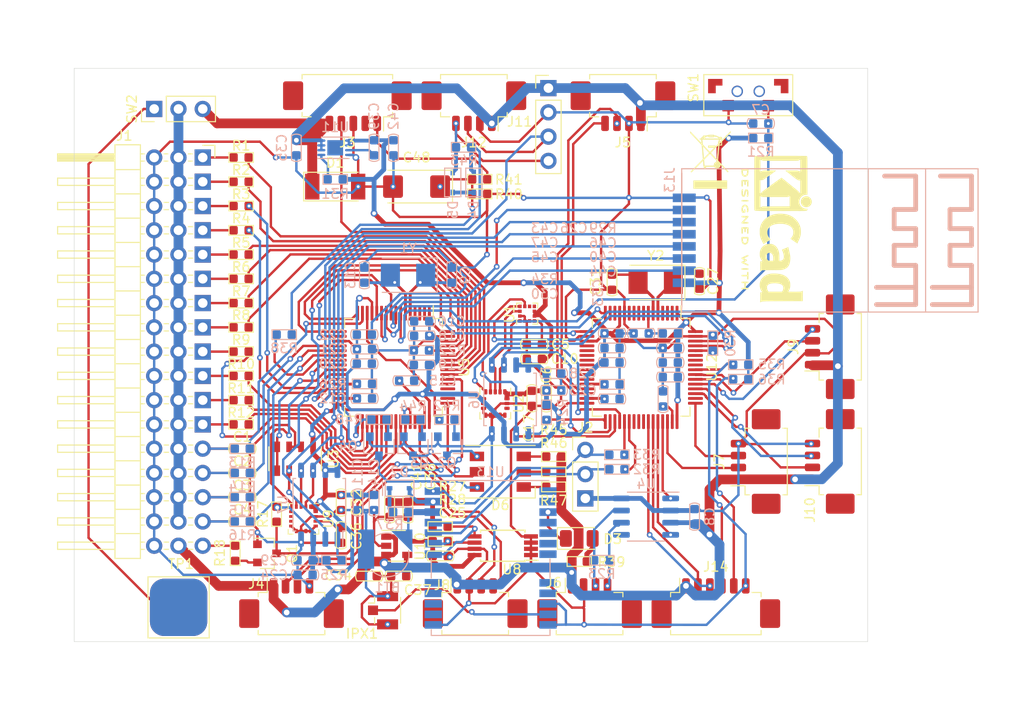
<source format=kicad_pcb>
(kicad_pcb (version 20171130) (host pcbnew "(5.1.5)-3")
  (layers (0 F.Cu signal) (31 B.Cu signal) (34 B.Paste user) (35 F.Paste user) (36 B.SilkS user) (37 F.SilkS user) (38 B.Mask user) (39 F.Mask user) (44 Edge.Cuts user))
  (net 0 "")
  (net 1 GND)
  (net 2 /PWM6)
  (net 3 /PWM5)
  (net 4 /PWM4)
  (net 5 /PWM3)
  (net 6 /PWM2)
  (net 7 /PWM1)
  (net 8 /PWM8)
  (net 9 /PWM7)
  (net 10 /GROUND4)
  (net 11 /GROUND3)
  (net 12 /GROUND2)
  (net 13 /GROUND1)
  (net 14 "Net-(C2-Pad1)")
  (net 15 +3V3)
  (net 16 "Net-(C4-Pad1)")
  (net 17 "Net-(C3-Pad1)")
  (net 18 +5V)
  (net 19 /CS4)
  (net 20 /LED_12)
  (net 21 /LED_13)
  (net 22 /LED_11)
  (net 23 /RST_FC)
  (net 24 /UART3_T_1)
  (net 25 /PWM9)
  (net 26 /PWM10)
  (net 27 /PWM11)
  (net 28 /PWM12)
  (net 29 "Net-(J1-PadB1)")
  (net 30 "Net-(J1-PadC1)")
  (net 31 "Net-(J1-PadD1)")
  (net 32 "Net-(J1-PadE1)")
  (net 33 "Net-(J1-PadF1)")
  (net 34 "Net-(J1-PadG1)")
  (net 35 "Net-(J1-PadH1)")
  (net 36 "Net-(J1-PadI1)")
  (net 37 "Net-(J1-PadJ1)")
  (net 38 "Net-(J1-PadK1)")
  (net 39 "Net-(J1-PadL1)")
  (net 40 "Net-(J1-PadA1)")
  (net 41 /BAT)
  (net 42 "Net-(C1-Pad1)")
  (net 43 "Net-(C9-Pad1)")
  (net 44 "Net-(C12-Pad1)")
  (net 45 "Net-(C27-Pad1)")
  (net 46 "Net-(C30-Pad1)")
  (net 47 "Net-(D6-Pad1)")
  (net 48 /FLASH_CS)
  (net 49 /SCL_B)
  (net 50 /SDA_B)
  (net 51 /UART6_R_2)
  (net 52 /UART6_T_2)
  (net 53 /SPI3_SI)
  (net 54 /SPI3_SO)
  (net 55 /SPI3_CK)
  (net 56 /UART2_R_1)
  (net 57 /UART2_R_2)
  (net 58 /CS2_IMU)
  (net 59 /CS1_IMU)
  (net 60 /SPI3_SI_IMU)
  (net 61 /SPI3_SO_IMU)
  (net 62 /SPI3_CK_IMU)
  (net 63 /CANL)
  (net 64 /CANH)
  (net 65 /BEEP)
  (net 66 /SCLK_FC)
  (net 67 /SWD_FC)
  (net 68 /UART1_R_1)
  (net 69 /UART1_T_1)
  (net 70 /UART3_R_1)
  (net 71 /UART5_R_2)
  (net 72 /UART5_T_2)
  (net 73 /UART4_R_2)
  (net 74 /UART4_T_2)
  (net 75 /SCLK_IMU)
  (net 76 /SWD_IMU)
  (net 77 /UART1_R_2)
  (net 78 /UART1_T_2)
  (net 79 /UART3_R_2)
  (net 80 /UART3_T_2)
  (net 81 "Net-(D3-Pad1)")
  (net 82 "Net-(D6-Pad2)")
  (net 83 /NRF_CE)
  (net 84 /CS3)
  (net 85 /NRF_IRQ)
  (net 86 "Net-(Q1-Pad2)")
  (net 87 "Net-(Q2-Pad2)")
  (net 88 "Net-(Q3-Pad2)")
  (net 89 "Net-(Q4-Pad2)")
  (net 90 "Net-(D3-Pad2)")
  (net 91 "Net-(J1-PadQ3)")
  (net 92 /CS2)
  (net 93 /CS1)
  (net 94 /CANTX)
  (net 95 /CANRX)
  (net 96 /IIC_SCLG)
  (net 97 /IIC_SDAG)
  (net 98 "Net-(C5-Pad1)")
  (net 99 "Net-(C13-Pad1)")
  (net 100 "Net-(C15-Pad1)")
  (net 101 "Net-(C26-Pad1)")
  (net 102 "Net-(C31-Pad1)")
  (net 103 "Net-(C33-Pad1)")
  (net 104 "Net-(C36-Pad2)")
  (net 105 "Net-(C37-Pad1)")
  (net 106 "Net-(C39-Pad1)")
  (net 107 "Net-(C48-Pad1)")
  (net 108 "Net-(D6-Pad4)")
  (net 109 "Net-(D6-Pad5)")
  (net 110 "Net-(D6-Pad6)")
  (net 111 "Net-(D6-Pad3)")
  (net 112 "Net-(J2-Pad2)")
  (net 113 "Net-(J2-Pad1)")
  (net 114 "Net-(J3-Pad6)")
  (net 115 /UART5_R_1)
  (net 116 "Net-(R22-Pad1)")
  (net 117 "Net-(R26-Pad2)")
  (net 118 "Net-(R30-Pad1)")
  (net 119 "Net-(R31-Pad2)")
  (net 120 "Net-(R34-Pad2)")
  (net 121 "Net-(BT1-Pad1)")
  (net 122 "Net-(U5-Pad12)")
  (net 123 /P_LEG)
  (net 124 "Net-(SW2-Pad1)")
  (net 125 "Net-(D2-Pad2)")
  (net 126 "Net-(D4-Pad2)")
  (net 127 "Net-(D5-Pad2)")
  (net 128 /3.3VG)
  (net 129 "Net-(J3-Pad5)")
  (net 130 "Net-(U1-Pad7)")
  (net 131 "Net-(U1-Pad8)")
  (net 132 "Net-(U2-Pad14)")
  (net 133 "Net-(U2-Pad7)")
  (net 134 "Net-(U2-Pad6)")
  (net 135 "Net-(U4-Pad5)")
  (net 136 /UART5_T_1)
  (net 137 /UART4_R_1)
  (net 138 /UART4_T_1)
  (net 139 "Net-(U5-Pad50)")
  (net 140 "Net-(U5-Pad45)")
  (net 141 "Net-(U5-Pad40)")
  (net 142 "Net-(U5-Pad4)")
  (net 143 "Net-(U5-Pad3)")
  (net 144 "Net-(U5-Pad2)")
  (net 145 "Net-(U9-Pad6)")
  (net 146 "Net-(U9-Pad7)")
  (net 147 "Net-(U11-Pad9)")
  (net 148 "Net-(U12-Pad59)")
  (net 149 "Net-(U12-Pad58)")
  (net 150 "Net-(U12-Pad57)")
  (net 151 "Net-(U12-Pad50)")
  (net 152 "Net-(U12-Pad41)")
  (net 153 "Net-(U12-Pad40)")
  (net 154 "Net-(U12-Pad39)")
  (net 155 "Net-(U12-Pad27)")
  (net 156 "Net-(U12-Pad26)")
  (net 157 "Net-(U12-Pad25)")
  (net 158 "Net-(U12-Pad24)")
  (net 159 "Net-(U12-Pad23)")
  (net 160 "Net-(U12-Pad22)")
  (net 161 "Net-(U12-Pad21)")
  (net 162 "Net-(U12-Pad20)")
  (net 163 "Net-(U12-Pad15)")
  (net 164 "Net-(U12-Pad14)")
  (net 165 "Net-(U12-Pad11)")
  (net 166 "Net-(U12-Pad10)")
  (net 167 "Net-(U12-Pad9)")
  (net 168 /CS3_IMU)
  (net 169 "Net-(U12-Pad4)")
  (net 170 "Net-(U12-Pad3)")
  (net 171 "Net-(U12-Pad2)")
  (net 172 "Net-(U13-Pad17)")
  (net 173 "Net-(U13-Pad16)")
  (net 174 "Net-(U13-Pad15)")
  (net 175 "Net-(U13-Pad14)")
  (net 176 "Net-(U13-Pad9)")
  (net 177 "Net-(U13-Pad8)")
  (net 178 "Net-(U13-Pad7)")
  (net 179 "Net-(U13-Pad6)")
  (net 180 "Net-(U13-Pad5)")
  (net 181 "Net-(U13-Pad4)")
  (net 182 "Net-(U13-Pad2)")
  (net 183 "Net-(U13-Pad1)")
  (net 184 "Net-(IPX1-Pad1)")
  (module Package_SO:SOIC-8_5.275x5.275mm_P1.27mm (layer B.Cu) (at 93.726 164.5155 90)
    (fp_text reference U6 (at -0.013 -3.7465 90) (layer B.SilkS) (effects (justify mirror)))
    (fp_text value W25X16)
    (pad 1 smd roundrect (at -3.6 1.905 90) (size 1.6 0.6) (layers B.Cu B.Paste B.Mask) (net 48 /FLASH_CS))
    (pad 2 smd roundrect (at -3.6 0.635 90) (size 1.6 0.6) (layers B.Cu B.Paste B.Mask) (net 61 /SPI3_SO_IMU))
    (pad 3 smd roundrect (at -3.6 -0.635 90) (size 1.6 0.6) (layers B.Cu B.Paste B.Mask) (net 15 +3V3))
    (pad 4 smd roundrect (at -3.6 -1.905 90) (size 1.6 0.6) (layers B.Cu B.Paste B.Mask) (net 1 GND))
    (pad 5 smd roundrect (at 3.6 -1.905 90) (size 1.6 0.6) (layers B.Cu B.Paste B.Mask) (net 60 /SPI3_SI_IMU))
    (pad 6 smd roundrect (at 3.6 -0.635 90) (size 1.6 0.6) (layers B.Cu B.Paste B.Mask) (net 62 /SPI3_CK_IMU))
    (pad 7 smd roundrect (at 3.6 0.635 90) (size 1.6 0.6) (layers B.Cu B.Paste B.Mask) (net 15 +3V3))
    (pad 8 smd roundrect (at 3.6 1.905 90) (size 1.6 0.6) (layers B.Cu B.Paste B.Mask) (net 15 +3V3))
  )
  (module Connector_Coaxial:U.FL_Hirose_U.FL-R-SMT-1_Vertical (layer F.Cu) (at 80.4418 186.5884)
    (fp_text reference IPX1 (at -2.2098 2.4511) (layer F.SilkS))
    (fp_text value IPEX)
    (pad 2 smd rect (at 0.475 -1.475) (size 2.2 1.05) (layers F.Cu F.Paste F.Mask) (net 1 GND))
    (pad 1 smd rect (at -1.05 0) (size 1.05 1) (layers F.Cu F.Paste F.Mask) (net 184 "Net-(IPX1-Pad1)"))
    (pad 2 smd rect (at 0.475 1.475) (size 2.2 1.05) (layers F.Cu F.Paste F.Mask) (net 1 GND))
  )
  (module OLDx:nRF24L01_PA&LNA (layer B.Cu) (at 125 147.574 90)
    (fp_text reference J13 (at 6.0325 -14.5735 90) (layer B.SilkS) (effects (justify mirror)))
    (fp_text value NRF1)
    (pad 8 smd rect (at 4.156 -13.054) (size 2.4 0.9) (layers B.Cu B.Paste B.Mask) (net 1 GND))
    (pad 7 smd rect (at 2.886 -13.054) (size 2.4 0.9) (layers B.Cu B.Paste B.Mask) (net 85 /NRF_IRQ))
    (pad 6 smd rect (at 1.616 -13.054) (size 2.4 0.9) (layers B.Cu B.Paste B.Mask) (net 54 /SPI3_SO))
    (pad 5 smd rect (at 0.346 -13.054) (size 2.4 0.9) (layers B.Cu B.Paste B.Mask) (net 53 /SPI3_SI))
    (pad 4 smd rect (at -0.924 -13.054) (size 2.4 0.9) (layers B.Cu B.Paste B.Mask) (net 55 /SPI3_CK))
    (pad 3 smd rect (at -2.194 -13.054) (size 2.4 0.9) (layers B.Cu B.Paste B.Mask) (net 84 /CS3))
    (pad 2 smd rect (at -3.464 -13.054) (size 2.4 0.9) (layers B.Cu B.Paste B.Mask) (net 83 /NRF_CE))
    (pad 1 smd rect (at -4.734 -13.054) (size 2.4 0.9) (layers B.Cu B.Paste B.Mask) (net 15 +3V3))
  )
  (module Package_LGA:LGA-12_2x2mm_P0.5mm (layer F.Cu) (at 95.5167 155.5408 90)
    (fp_text reference U1 (at 0 -1.85 90) (layer F.SilkS))
    (fp_text value LIS3MDL)
    (pad 12 smd rect (at -0.25 -0.7625 180) (size 0.375 0.35) (layers F.Cu F.Paste F.Mask) (net 1 GND))
    (pad 11 smd rect (at 0.25 -0.7625 180) (size 0.375 0.35) (layers F.Cu F.Paste F.Mask) (net 60 /SPI3_SI_IMU))
    (pad 6 smd rect (at 0.25 0.7625 180) (size 0.375 0.35) (layers F.Cu F.Paste F.Mask) (net 15 +3V3))
    (pad 5 smd rect (at -0.25 0.7625 180) (size 0.375 0.35) (layers F.Cu F.Paste F.Mask) (net 15 +3V3))
    (pad 10 smd rect (at 0.7625 -0.75 90) (size 0.375 0.35) (layers F.Cu F.Paste F.Mask) (net 59 /CS1_IMU))
    (pad 1 smd rect (at -0.7625 -0.75 90) (size 0.375 0.35) (layers F.Cu F.Paste F.Mask) (net 62 /SPI3_CK_IMU))
    (pad 7 smd rect (at 0.7625 0.75 90) (size 0.375 0.35) (layers F.Cu F.Paste F.Mask) (net 130 "Net-(U1-Pad7)"))
    (pad 4 smd rect (at -0.7625 0.75 90) (size 0.375 0.35) (layers F.Cu F.Paste F.Mask) (net 98 "Net-(C5-Pad1)"))
    (pad 8 smd rect (at 0.7625 0.25 90) (size 0.375 0.35) (layers F.Cu F.Paste F.Mask) (net 131 "Net-(U1-Pad8)"))
    (pad 9 smd rect (at 0.7625 -0.25 90) (size 0.375 0.35) (layers F.Cu F.Paste F.Mask) (net 61 /SPI3_SO_IMU))
    (pad 3 smd rect (at -0.7625 0.25 90) (size 0.375 0.35) (layers F.Cu F.Paste F.Mask) (net 1 GND))
    (pad 2 smd rect (at -0.7625 -0.25 90) (size 0.375 0.35) (layers F.Cu F.Paste F.Mask) (net 1 GND))
  )
  (module Package_DFN_QFN:TDFN-8-1EP_3x2mm_P0.5mm_EP1.80x1.65mm (layer B.Cu) (at 75.438 138.176)
    (fp_text reference U11 (at 0 -2.159) (layer B.SilkS) (effects (justify mirror)))
    (fp_text value AS1364-BTDT-33)
    (pad 9 smd rect (at 0 0 90) (size 1.6 1.65) (layers B.Cu B.Mask) (net 147 "Net-(U11-Pad9)"))
    (pad 5 smd oval (at 1.45 -0.75) (size 0.85 0.25) (layers B.Cu B.Paste B.Mask) (net 15 +3V3))
    (pad 6 smd oval (at 1.45 -0.25) (size 0.85 0.25) (layers B.Cu B.Paste B.Mask) (net 15 +3V3))
    (pad 7 smd oval (at 1.45 0.25) (size 0.85 0.25) (layers B.Cu B.Paste B.Mask) (net 106 "Net-(C39-Pad1)"))
    (pad 8 smd oval (at 1.45 0.75) (size 0.85 0.25) (layers B.Cu B.Paste B.Mask) (net 1 GND))
    (pad 4 smd oval (at -1.45 -0.75) (size 0.85 0.25) (layers B.Cu B.Paste B.Mask) (net 18 +5V))
    (pad 3 smd oval (at -1.45 -0.25) (size 0.85 0.25) (layers B.Cu B.Paste B.Mask) (net 18 +5V))
    (pad 2 smd oval (at -1.45 0.25) (size 0.85 0.25) (layers B.Cu B.Paste B.Mask) (net 18 +5V))
    (pad 1 smd oval (at -1.45 0.75) (size 0.85 0.25) (layers B.Cu B.Paste B.Mask) (net 119 "Net-(R31-Pad2)"))
  )
  (module Connector_PinHeader_2.54mm:PinHeader_1x03_P2.54mm_Vertical (layer F.Cu) (at 56.5023 134.112 90)
    (fp_text reference SW2 (at 0 -2.33 90) (layer F.SilkS))
    (fp_text value SW_SPDT)
    (pad 3 thru_hole oval (at 0 5.08 90) (size 1.7 1.7) (drill 1) (layers *.Cu *.Mask) (net 18 +5V))
    (pad 2 thru_hole oval (at 0 2.54 90) (size 1.7 1.7) (drill 1) (layers *.Cu *.Mask) (net 123 /P_LEG))
    (pad 1 thru_hole rect (at 0 0 90) (size 1.7 1.7) (drill 1) (layers *.Cu *.Mask) (net 124 "Net-(SW2-Pad1)"))
  )
  (module Symbol:KiCad-Logo2_6mm_SilkScreen (layer F.Cu) (at 122.301 146.685 270)
    (fp_text reference LOGO1 hide)
    (fp_text value Logo_Open_Hardware_Small hide)
  )
  (module OLDx:O_Molex_PicoBlade_53261-0471_1x04-1MP_P1.25mm_Horizontal (layer F.Cu) (at 120.015 171.0182 90)
    (fp_text reference J7 (at 0 -4.4 270) (layer F.SilkS))
    (fp_text value SWD1)
    (pad MP smd roundrect (at 4.425 0.5 90) (size 2.1 3) (layers F.Cu F.Paste F.Mask) (roundrect_rratio 0.119048))
    (pad MP smd roundrect (at -4.425 0.5 90) (size 2.1 3) (layers F.Cu F.Paste F.Mask) (roundrect_rratio 0.119048))
    (pad 1 smd roundrect (at 1.875 -2.4 90) (size 0.8 1.6) (layers F.Cu F.Paste F.Mask) (net 1 GND))
    (pad 2 smd roundrect (at 0.625 -2.4 90) (size 0.8 1.6) (layers F.Cu F.Paste F.Mask) (net 75 /SCLK_IMU))
    (pad 3 smd roundrect (at -0.625 -2.4 90) (size 0.8 1.6) (layers F.Cu F.Paste F.Mask) (net 76 /SWD_IMU))
    (pad 4 smd roundrect (at -1.875 -2.4 90) (size 0.8 1.6) (layers F.Cu F.Paste F.Mask) (net 18 +5V))
  )
  (module Package_LGA:LGA-16_3x3mm_P0.5mm_LayoutBorder3x5y (layer F.Cu) (at 92.1795 164.9455 270)
    (fp_text reference U2 (at 0 -2.45 90) (layer F.SilkS))
    (fp_text value LSM6DS33)
    (pad 1 smd roundrect (at -1.225 -1 270) (size 0.55 0.35) (layers F.Cu F.Paste F.Mask) (net 15 +3V3))
    (pad 2 smd roundrect (at -1.225 -0.5 270) (size 0.55 0.35) (layers F.Cu F.Paste F.Mask) (net 62 /SPI3_CK_IMU))
    (pad 3 smd roundrect (at -1.225 0 270) (size 0.55 0.35) (layers F.Cu F.Paste F.Mask) (net 60 /SPI3_SI_IMU))
    (pad 4 smd roundrect (at -1.225 0.5 270) (size 0.55 0.35) (layers F.Cu F.Paste F.Mask) (net 61 /SPI3_SO_IMU))
    (pad 5 smd roundrect (at -1.225 1 270) (size 0.55 0.35) (layers F.Cu F.Paste F.Mask) (net 58 /CS2_IMU))
    (pad 6 smd roundrect (at -0.5 1.225 270) (size 0.35 0.55) (layers F.Cu F.Paste F.Mask) (net 134 "Net-(U2-Pad6)"))
    (pad 7 smd roundrect (at 0 1.225 270) (size 0.35 0.55) (layers F.Cu F.Paste F.Mask) (net 133 "Net-(U2-Pad7)"))
    (pad 8 smd roundrect (at 0.5 1.225 270) (size 0.35 0.55) (layers F.Cu F.Paste F.Mask) (net 1 GND))
    (pad 9 smd roundrect (at 1.225 1 270) (size 0.55 0.35) (layers F.Cu F.Paste F.Mask) (net 1 GND))
    (pad 10 smd roundrect (at 1.225 0.5 270) (size 0.55 0.35) (layers F.Cu F.Paste F.Mask) (net 1 GND))
    (pad 11 smd roundrect (at 1.225 0 270) (size 0.55 0.35) (layers F.Cu F.Paste F.Mask) (net 1 GND))
    (pad 12 smd roundrect (at 1.225 -0.5 270) (size 0.55 0.35) (layers F.Cu F.Paste F.Mask) (net 1 GND))
    (pad 13 smd roundrect (at 1.225 -1 270) (size 0.55 0.35) (layers F.Cu F.Paste F.Mask) (net 1 GND))
    (pad 14 smd roundrect (at 0.5 -1.225 270) (size 0.35 0.55) (layers F.Cu F.Paste F.Mask) (net 132 "Net-(U2-Pad14)"))
    (pad 15 smd roundrect (at 0 -1.225 270) (size 0.35 0.55) (layers F.Cu F.Paste F.Mask) (net 1 GND))
    (pad 16 smd roundrect (at -0.5 -1.225 270) (size 0.35 0.55) (layers F.Cu F.Paste F.Mask) (net 15 +3V3))
  )
  (module Package_TO_SOT_SMD:SOT-23 (layer B.Cu) (at 87.122 169.418 270)
    (fp_text reference Q2 (at 1.7145 0 180) (layer B.SilkS) (effects (justify mirror)))
    (fp_text value S8050)
    (pad 1 smd rect (at -1 0.95 270) (size 0.9 0.8) (layers B.Cu B.Paste B.Mask) (net 1 GND))
    (pad 2 smd rect (at -1 -0.95 270) (size 0.9 0.8) (layers B.Cu B.Paste B.Mask) (net 87 "Net-(Q2-Pad2)"))
    (pad 3 smd rect (at 1 0 270) (size 0.9 0.8) (layers B.Cu B.Paste B.Mask) (net 108 "Net-(D6-Pad4)"))
  )
  (module Resistor_SMD:R_0603_1608Metric2 (layer B.Cu) (at 87.122 166.624)
    (fp_text reference R42 (at 0 -1.4605) (layer B.SilkS) (effects (justify mirror)))
    (fp_text value 1K)
    (pad 2 smd roundrect (at 0.7875 0) (size 0.875 0.95) (layers B.Cu B.Paste B.Mask) (net 87 "Net-(Q2-Pad2)"))
    (pad 1 smd roundrect (at -0.7875 0) (size 0.875 0.95) (layers B.Cu B.Paste B.Mask) (net 22 /LED_11))
  )
  (module OLDx:MS5611-01BA03 (layer F.Cu) (at 73.7445 169.2275 270)
    (fp_text reference U3 (at 1.524 -1.503 90) (layer F.SilkS))
    (fp_text value MS5611)
    (pad 8 smd rect (at 2.75 0.625 270) (size 1.1 0.6) (layers F.Cu F.Paste F.Mask) (net 55 /SPI3_CK))
    (pad 7 smd rect (at 2.75 1.875 270) (size 1.1 0.6) (layers F.Cu F.Paste F.Mask) (net 53 /SPI3_SI))
    (pad 6 smd rect (at 2.75 3.125 270) (size 1.1 0.6) (layers F.Cu F.Paste F.Mask) (net 54 /SPI3_SO))
    (pad 5 smd rect (at 2.75 4.375 270) (size 1.1 0.6) (layers F.Cu F.Paste F.Mask) (net 92 /CS2))
    (pad 4 smd rect (at 0.25 4.375 270) (size 1.1 0.6) (layers F.Cu F.Paste F.Mask) (net 92 /CS2))
    (pad 3 smd rect (at 0.25 3.125 270) (size 1.1 0.6) (layers F.Cu F.Paste F.Mask) (net 1 GND))
    (pad 2 smd rect (at 0.25 1.875 270) (size 1.1 0.6) (layers F.Cu F.Paste F.Mask) (net 1 GND))
    (pad 1 smd rect (at 0.25 0.625 270) (size 1.1 0.6) (layers F.Cu F.Paste F.Mask) (net 15 +3V3))
  )
  (module Capacitor_SMD:C_0603_1608Metric2 (layer B.Cu) (at 82.9055 162.56)
    (fp_text reference C15 (at 3.772 0 180) (layer B.SilkS) (effects (justify mirror)))
    (fp_text value 2.2uF)
    (pad 2 smd roundrect (at 0.7875 0) (size 0.875 0.95) (layers B.Cu B.Paste B.Mask) (net 1 GND))
    (pad 1 smd roundrect (at -0.7875 0) (size 0.875 0.95) (layers B.Cu B.Paste B.Mask) (net 100 "Net-(C15-Pad1)"))
  )
  (module Package_QFP:LQFP-64_10x10mm_P0.5mm (layer F.Cu) (at 81.534 161.163 270)
    (fp_text reference U5 (at 0 -7.4 270) (layer F.SilkS))
    (fp_text value STM32F405RGTx)
    (pad 1 smd roundrect (at -5.675 -3.75 270) (size 1.55 0.3) (layers F.Cu F.Paste F.Mask) (net 15 +3V3))
    (pad 2 smd roundrect (at -5.675 -3.25 270) (size 1.55 0.3) (layers F.Cu F.Paste F.Mask) (net 144 "Net-(U5-Pad2)"))
    (pad 3 smd roundrect (at -5.675 -2.75 270) (size 1.55 0.3) (layers F.Cu F.Paste F.Mask) (net 143 "Net-(U5-Pad3)"))
    (pad 4 smd roundrect (at -5.675 -2.25 270) (size 1.55 0.3) (layers F.Cu F.Paste F.Mask) (net 142 "Net-(U5-Pad4)"))
    (pad 5 smd roundrect (at -5.675 -1.75 270) (size 1.55 0.3) (layers F.Cu F.Paste F.Mask) (net 43 "Net-(C9-Pad1)"))
    (pad 6 smd roundrect (at -5.675 -1.25 270) (size 1.55 0.3) (layers F.Cu F.Paste F.Mask) (net 99 "Net-(C13-Pad1)"))
    (pad 7 smd roundrect (at -5.675 -0.75 270) (size 1.55 0.3) (layers F.Cu F.Paste F.Mask) (net 23 /RST_FC))
    (pad 8 smd roundrect (at -5.675 -0.25 270) (size 1.55 0.3) (layers F.Cu F.Paste F.Mask) (net 84 /CS3))
    (pad 9 smd roundrect (at -5.675 0.25 270) (size 1.55 0.3) (layers F.Cu F.Paste F.Mask) (net 19 /CS4))
    (pad 10 smd roundrect (at -5.675 0.75 270) (size 1.55 0.3) (layers F.Cu F.Paste F.Mask) (net 83 /NRF_CE))
    (pad 11 smd roundrect (at -5.675 1.25 270) (size 1.55 0.3) (layers F.Cu F.Paste F.Mask) (net 85 /NRF_IRQ))
    (pad 12 smd roundrect (at -5.675 1.75 270) (size 1.55 0.3) (layers F.Cu F.Paste F.Mask) (net 122 "Net-(U5-Pad12)"))
    (pad 13 smd roundrect (at -5.675 2.25 270) (size 1.55 0.3) (layers F.Cu F.Paste F.Mask) (net 15 +3V3))
    (pad 14 smd roundrect (at -5.675 2.75 270) (size 1.55 0.3) (layers F.Cu F.Paste F.Mask) (net 22 /LED_11))
    (pad 15 smd roundrect (at -5.675 3.25 270) (size 1.55 0.3) (layers F.Cu F.Paste F.Mask) (net 13 /GROUND1))
    (pad 16 smd roundrect (at -5.675 3.75 270) (size 1.55 0.3) (layers F.Cu F.Paste F.Mask) (net 57 /UART2_R_2))
    (pad 17 smd roundrect (at -3.75 5.675 270) (size 0.3 1.55) (layers F.Cu F.Paste F.Mask) (net 56 /UART2_R_1))
    (pad 18 smd roundrect (at -3.25 5.675 270) (size 0.3 1.55) (layers F.Cu F.Paste F.Mask) (net 122 "Net-(U5-Pad12)"))
    (pad 19 smd roundrect (at -2.75 5.675 270) (size 0.3 1.55) (layers F.Cu F.Paste F.Mask) (net 15 +3V3))
    (pad 20 smd roundrect (at -2.25 5.675 270) (size 0.3 1.55) (layers F.Cu F.Paste F.Mask) (net 12 /GROUND2))
    (pad 21 smd roundrect (at -1.75 5.675 270) (size 0.3 1.55) (layers F.Cu F.Paste F.Mask) (net 11 /GROUND3))
    (pad 22 smd roundrect (at -1.25 5.675 270) (size 0.3 1.55) (layers F.Cu F.Paste F.Mask) (net 10 /GROUND4))
    (pad 23 smd roundrect (at -0.75 5.675 270) (size 0.3 1.55) (layers F.Cu F.Paste F.Mask) (net 41 /BAT))
    (pad 24 smd roundrect (at -0.25 5.675 270) (size 0.3 1.55) (layers F.Cu F.Paste F.Mask) (net 93 /CS1))
    (pad 25 smd roundrect (at 0.25 5.675 270) (size 0.3 1.55) (layers F.Cu F.Paste F.Mask) (net 92 /CS2))
    (pad 26 smd roundrect (at 0.75 5.675 270) (size 0.3 1.55) (layers F.Cu F.Paste F.Mask) (net 5 /PWM3))
    (pad 27 smd roundrect (at 1.25 5.675 270) (size 0.3 1.55) (layers F.Cu F.Paste F.Mask) (net 4 /PWM4))
    (pad 28 smd roundrect (at 1.75 5.675 270) (size 0.3 1.55) (layers F.Cu F.Paste F.Mask) (net 117 "Net-(R26-Pad2)"))
    (pad 29 smd roundrect (at 2.25 5.675 270) (size 0.3 1.55) (layers F.Cu F.Paste F.Mask) (net 24 /UART3_T_1))
    (pad 30 smd roundrect (at 2.75 5.675 270) (size 0.3 1.55) (layers F.Cu F.Paste F.Mask) (net 70 /UART3_R_1))
    (pad 31 smd roundrect (at 3.25 5.675 270) (size 0.3 1.55) (layers F.Cu F.Paste F.Mask) (net 44 "Net-(C12-Pad1)"))
    (pad 32 smd roundrect (at 3.75 5.675 270) (size 0.3 1.55) (layers F.Cu F.Paste F.Mask) (net 15 +3V3))
    (pad 33 smd roundrect (at 5.675 3.75 270) (size 1.55 0.3) (layers F.Cu F.Paste F.Mask) (net 21 /LED_13))
    (pad 34 smd roundrect (at 5.675 3.25 270) (size 1.55 0.3) (layers F.Cu F.Paste F.Mask) (net 55 /SPI3_CK))
    (pad 35 smd roundrect (at 5.675 2.75 270) (size 1.55 0.3) (layers F.Cu F.Paste F.Mask) (net 54 /SPI3_SO))
    (pad 36 smd roundrect (at 5.675 2.25 270) (size 1.55 0.3) (layers F.Cu F.Paste F.Mask) (net 53 /SPI3_SI))
    (pad 37 smd roundrect (at 5.675 1.75 270) (size 1.55 0.3) (layers F.Cu F.Paste F.Mask) (net 26 /PWM10))
    (pad 38 smd roundrect (at 5.675 1.25 270) (size 1.55 0.3) (layers F.Cu F.Paste F.Mask) (net 27 /PWM11))
    (pad 39 smd roundrect (at 5.675 0.75 270) (size 1.55 0.3) (layers F.Cu F.Paste F.Mask) (net 28 /PWM12))
    (pad 40 smd roundrect (at 5.675 0.25 270) (size 1.55 0.3) (layers F.Cu F.Paste F.Mask) (net 141 "Net-(U5-Pad40)"))
    (pad 41 smd roundrect (at 5.675 -0.25 270) (size 1.55 0.3) (layers F.Cu F.Paste F.Mask) (net 25 /PWM9))
    (pad 42 smd roundrect (at 5.675 -0.75 270) (size 1.55 0.3) (layers F.Cu F.Paste F.Mask) (net 69 /UART1_T_1))
    (pad 43 smd roundrect (at 5.675 -1.25 270) (size 1.55 0.3) (layers F.Cu F.Paste F.Mask) (net 68 /UART1_R_1))
    (pad 44 smd roundrect (at 5.675 -1.75 270) (size 1.55 0.3) (layers F.Cu F.Paste F.Mask) (net 20 /LED_12))
    (pad 45 smd roundrect (at 5.675 -2.25 270) (size 1.55 0.3) (layers F.Cu F.Paste F.Mask) (net 140 "Net-(U5-Pad45)"))
    (pad 46 smd roundrect (at 5.675 -2.75 270) (size 1.55 0.3) (layers F.Cu F.Paste F.Mask) (net 67 /SWD_FC))
    (pad 47 smd roundrect (at 5.675 -3.25 270) (size 1.55 0.3) (layers F.Cu F.Paste F.Mask) (net 100 "Net-(C15-Pad1)"))
    (pad 48 smd roundrect (at 5.675 -3.75 270) (size 1.55 0.3) (layers F.Cu F.Paste F.Mask) (net 15 +3V3))
    (pad 49 smd roundrect (at 3.75 -5.675 270) (size 0.3 1.55) (layers F.Cu F.Paste F.Mask) (net 66 /SCLK_FC))
    (pad 50 smd roundrect (at 3.25 -5.675 270) (size 0.3 1.55) (layers F.Cu F.Paste F.Mask) (net 139 "Net-(U5-Pad50)"))
    (pad 51 smd roundrect (at 2.75 -5.675 270) (size 0.3 1.55) (layers F.Cu F.Paste F.Mask) (net 138 /UART4_T_1))
    (pad 52 smd roundrect (at 2.25 -5.675 270) (size 0.3 1.55) (layers F.Cu F.Paste F.Mask) (net 137 /UART4_R_1))
    (pad 53 smd roundrect (at 1.75 -5.675 270) (size 0.3 1.55) (layers F.Cu F.Paste F.Mask) (net 136 /UART5_T_1))
    (pad 54 smd roundrect (at 1.25 -5.675 270) (size 0.3 1.55) (layers F.Cu F.Paste F.Mask) (net 115 /UART5_R_1))
    (pad 55 smd roundrect (at 0.75 -5.675 270) (size 0.3 1.55) (layers F.Cu F.Paste F.Mask) (net 65 /BEEP))
    (pad 56 smd roundrect (at 0.25 -5.675 270) (size 0.3 1.55) (layers F.Cu F.Paste F.Mask) (net 7 /PWM1))
    (pad 57 smd roundrect (at -0.25 -5.675 270) (size 0.3 1.55) (layers F.Cu F.Paste F.Mask) (net 6 /PWM2))
    (pad 58 smd roundrect (at -0.75 -5.675 270) (size 0.3 1.55) (layers F.Cu F.Paste F.Mask) (net 3 /PWM5))
    (pad 59 smd roundrect (at -1.25 -5.675 270) (size 0.3 1.55) (layers F.Cu F.Paste F.Mask) (net 2 /PWM6))
    (pad 60 smd roundrect (at -1.75 -5.675 270) (size 0.3 1.55) (layers F.Cu F.Paste F.Mask) (net 116 "Net-(R22-Pad1)"))
    (pad 61 smd roundrect (at -2.25 -5.675 270) (size 0.3 1.55) (layers F.Cu F.Paste F.Mask) (net 9 /PWM7))
    (pad 62 smd roundrect (at -2.75 -5.675 270) (size 0.3 1.55) (layers F.Cu F.Paste F.Mask) (net 8 /PWM8))
    (pad 63 smd roundrect (at -3.25 -5.675 270) (size 0.3 1.55) (layers F.Cu F.Paste F.Mask) (net 1 GND))
    (pad 64 smd roundrect (at -3.75 -5.675 270) (size 0.3 1.55) (layers F.Cu F.Paste F.Mask) (net 15 +3V3))
  )
  (module Package_SO:SO-8_3.9x4.9mm_P1.27mm (layer B.Cu) (at 107.95 176.784 180)
    (fp_text reference U4 (at 0 3.4) (layer B.SilkS) (effects (justify mirror)))
    (fp_text value TJA1050)
    (pad 1 smd roundrect (at -2.575 1.905 180) (size 1.75 0.6) (layers B.Cu B.Paste B.Mask) (net 94 /CANTX))
    (pad 2 smd roundrect (at -2.575 0.635 180) (size 1.75 0.6) (layers B.Cu B.Paste B.Mask) (net 1 GND))
    (pad 3 smd roundrect (at -2.575 -0.635 180) (size 1.75 0.6) (layers B.Cu B.Paste B.Mask) (net 18 +5V))
    (pad 4 smd roundrect (at -2.575 -1.905 180) (size 1.75 0.6) (layers B.Cu B.Paste B.Mask) (net 95 /CANRX))
    (pad 5 smd roundrect (at 2.575 -1.905 180) (size 1.75 0.6) (layers B.Cu B.Paste B.Mask) (net 135 "Net-(U4-Pad5)"))
    (pad 6 smd roundrect (at 2.575 -0.635 180) (size 1.75 0.6) (layers B.Cu B.Paste B.Mask) (net 63 /CANL))
    (pad 7 smd roundrect (at 2.575 0.635 180) (size 1.75 0.6) (layers B.Cu B.Paste B.Mask) (net 64 /CANH))
    (pad 8 smd roundrect (at 2.575 1.905 180) (size 1.75 0.6) (layers B.Cu B.Paste B.Mask) (net 1 GND))
  )
  (module RF_GPS:ublox_NEO (layer B.Cu) (at 91.694 181.1147 180)
    (fp_text reference U13 (at 0 9) (layer B.SilkS) (effects (justify mirror)))
    (fp_text value GPS_NEO-8)
    (pad 1 smd rect (at -6 7 180) (size 1.8 0.8) (layers B.Cu B.Paste B.Mask) (net 183 "Net-(U13-Pad1)"))
    (pad 2 smd rect (at -6 5.9 180) (size 1.8 0.8) (layers B.Cu B.Paste B.Mask) (net 182 "Net-(U13-Pad2)"))
    (pad 3 smd rect (at -6 4.8 180) (size 1.8 0.8) (layers B.Cu B.Paste B.Mask) (net 81 "Net-(D3-Pad1)"))
    (pad 4 smd rect (at -6 3.7 180) (size 1.8 0.8) (layers B.Cu B.Paste B.Mask) (net 181 "Net-(U13-Pad4)"))
    (pad 5 smd rect (at -6 2.6 180) (size 1.8 0.8) (layers B.Cu B.Paste B.Mask) (net 180 "Net-(U13-Pad5)"))
    (pad 6 smd rect (at -6 1.5 180) (size 1.8 0.8) (layers B.Cu B.Paste B.Mask) (net 179 "Net-(U13-Pad6)"))
    (pad 7 smd rect (at -6 0.4 180) (size 1.8 0.8) (layers B.Cu B.Paste B.Mask) (net 178 "Net-(U13-Pad7)"))
    (pad 8 smd rect (at -6 -2.6 180) (size 1.8 0.8) (layers B.Cu B.Paste B.Mask) (net 177 "Net-(U13-Pad8)"))
    (pad 9 smd rect (at -6 -3.7 180) (size 1.8 0.8) (layers B.Cu B.Paste B.Mask) (net 176 "Net-(U13-Pad9)"))
    (pad 10 smd rect (at -6 -4.8 180) (size 1.8 0.8) (layers B.Cu B.Paste B.Mask) (net 1 GND))
    (pad 11 smd rect (at -6 -5.9 180) (size 1.8 0.8) (layers B.Cu B.Paste B.Mask) (net 184 "Net-(IPX1-Pad1)"))
    (pad 12 smd rect (at -6 -7 180) (size 1.8 0.8) (layers B.Cu B.Paste B.Mask) (net 1 GND))
    (pad 13 smd rect (at 6 -7 180) (size 1.8 0.8) (layers B.Cu B.Paste B.Mask) (net 1 GND))
    (pad 14 smd rect (at 6 -5.9 180) (size 1.8 0.8) (layers B.Cu B.Paste B.Mask) (net 175 "Net-(U13-Pad14)"))
    (pad 15 smd rect (at 6 -4.8 180) (size 1.8 0.8) (layers B.Cu B.Paste B.Mask) (net 174 "Net-(U13-Pad15)"))
    (pad 16 smd rect (at 6 -3.7 180) (size 1.8 0.8) (layers B.Cu B.Paste B.Mask) (net 173 "Net-(U13-Pad16)"))
    (pad 17 smd rect (at 6 -2.6 180) (size 1.8 0.8) (layers B.Cu B.Paste B.Mask) (net 172 "Net-(U13-Pad17)"))
    (pad 18 smd rect (at 6 0.4 180) (size 1.8 0.8) (layers B.Cu B.Paste B.Mask) (net 97 /IIC_SDAG))
    (pad 19 smd rect (at 6 1.5 180) (size 1.8 0.8) (layers B.Cu B.Paste B.Mask) (net 96 /IIC_SCLG))
    (pad 20 smd rect (at 6 2.6 180) (size 1.8 0.8) (layers B.Cu B.Paste B.Mask) (net 112 "Net-(J2-Pad2)"))
    (pad 21 smd rect (at 6 3.7 180) (size 1.8 0.8) (layers B.Cu B.Paste B.Mask) (net 113 "Net-(J2-Pad1)"))
    (pad 22 smd rect (at 6 4.8 180) (size 1.8 0.8) (layers B.Cu B.Paste B.Mask) (net 121 "Net-(BT1-Pad1)"))
    (pad 23 connect rect (at 6 5.9 180) (size 1.8 0.8) (layers B.Cu B.Mask) (net 128 /3.3VG))
    (pad 24 smd rect (at 6 7 180) (size 1.8 0.8) (layers B.Cu B.Paste B.Mask) (net 1 GND))
  )
  (module Connector_PinHeader_2.54mm:PinHeader_1x04_P2.54mm_Vertical (layer F.Cu) (at 97.7392 131.9276)
    (fp_text reference J11 (at -2.9972 3.5179) (layer F.SilkS))
    (fp_text value PI1)
    (pad 4 thru_hole oval (at 0 7.62) (size 1.7 1.7) (drill 1) (layers *.Cu *.Mask) (net 127 "Net-(D5-Pad2)"))
    (pad 3 thru_hole oval (at 0 5.08) (size 1.7 1.7) (drill 1) (layers *.Cu *.Mask) (net 70 /UART3_R_1))
    (pad 2 thru_hole oval (at 0 2.54) (size 1.7 1.7) (drill 1) (layers *.Cu *.Mask) (net 1 GND))
    (pad 1 thru_hole rect (at 0 0) (size 1.7 1.7) (drill 1) (layers *.Cu *.Mask) (net 18 +5V))
  )
  (module Diode_SMD:D_SOD-323-2 (layer B.Cu) (at 87.7314 141.8082 90)
    (fp_text reference D5 (at -2.8448 0.0256 90) (layer B.SilkS) (effects (justify mirror)))
    (fp_text value BAT54WS)
    (pad 2 smd rect (at 1.05 0 90) (size 0.6 0.45) (layers B.Cu B.Paste B.Mask) (net 127 "Net-(D5-Pad2)"))
    (pad 1 smd rect (at -1.05 0 90) (size 0.6 0.45) (layers B.Cu B.Paste B.Mask) (net 126 "Net-(D4-Pad2)"))
  )
  (module Diode_SMD:D_SOD-323-2 (layer B.Cu) (at 89.9414 141.8082 270)
    (fp_text reference D4 (at 2.8448 0.0254 90) (layer B.SilkS) (effects (justify mirror)))
    (fp_text value BAT54WS)
    (pad 2 smd rect (at 1.05 0 270) (size 0.6 0.45) (layers B.Cu B.Paste B.Mask) (net 126 "Net-(D4-Pad2)"))
    (pad 1 smd rect (at -1.05 0 270) (size 0.6 0.45) (layers B.Cu B.Paste B.Mask) (net 24 /UART3_T_1))
  )
  (module LED_SMD:LED_1206_3216Metric (layer F.Cu) (at 100.965 179.07)
    (fp_text reference D3 (at 3.4925 0.0635) (layer F.SilkS))
    (fp_text value LED)
    (pad 2 smd roundrect (at 1.4 0) (size 1.25 1.75) (layers F.Cu F.Paste F.Mask) (roundrect_rratio 0.2) (net 90 "Net-(D3-Pad2)"))
    (pad 1 smd roundrect (at -1.4 0) (size 1.25 1.75) (layers F.Cu F.Paste F.Mask) (roundrect_rratio 0.2) (net 81 "Net-(D3-Pad1)"))
  )
  (module Diode_SMD:D_SOD-323-2 (layer B.Cu) (at 82.169 173.8122 180)
    (fp_text reference D2 (at 0 1.7272) (layer B.SilkS) (effects (justify mirror)))
    (fp_text value BAT54WS)
    (pad 2 smd rect (at 1.05 0 180) (size 0.6 0.45) (layers B.Cu B.Paste B.Mask) (net 125 "Net-(D2-Pad2)"))
    (pad 1 smd rect (at -1.05 0 180) (size 0.6 0.45) (layers B.Cu B.Paste B.Mask) (net 128 /3.3VG))
  )
  (module OLDx:TestPoint_Pad_6.0x6.0mm (layer F.Cu) (at 59.055 186.436)
    (fp_text reference TP1 (at 0.25 -4.7) (layer F.SilkS))
    (fp_text value 5V_OUT)
    (pad 2 smd roundrect (at 0 -0.15) (size 6 6) (layers B.Cu B.Mask))
    (pad 1 smd roundrect (at 0 -0.15) (size 6 6) (layers F.Cu F.Mask) (net 124 "Net-(SW2-Pad1)"))
  )
  (module Package_SO:SOIC-8_5.275x5.275mm_P1.27mm (layer B.Cu) (at 73.7695 175.5385 90)
    (fp_text reference U7 (at 0.0245 -3.7925 90) (layer B.SilkS) (effects (justify mirror)))
    (fp_text value W25X16)
    (pad 8 smd roundrect (at 3.6 1.905 90) (size 1.6 0.6) (layers B.Cu B.Paste B.Mask) (net 15 +3V3))
    (pad 7 smd roundrect (at 3.6 0.635 90) (size 1.6 0.6) (layers B.Cu B.Paste B.Mask) (net 15 +3V3))
    (pad 6 smd roundrect (at 3.6 -0.635 90) (size 1.6 0.6) (layers B.Cu B.Paste B.Mask) (net 55 /SPI3_CK))
    (pad 5 smd roundrect (at 3.6 -1.905 90) (size 1.6 0.6) (layers B.Cu B.Paste B.Mask) (net 53 /SPI3_SI))
    (pad 4 smd roundrect (at -3.6 -1.905 90) (size 1.6 0.6) (layers B.Cu B.Paste B.Mask) (net 1 GND))
    (pad 3 smd roundrect (at -3.6 -0.635 90) (size 1.6 0.6) (layers B.Cu B.Paste B.Mask) (net 15 +3V3))
    (pad 2 smd roundrect (at -3.6 0.635 90) (size 1.6 0.6) (layers B.Cu B.Paste B.Mask) (net 54 /SPI3_SO))
    (pad 1 smd roundrect (at -3.6 1.905 90) (size 1.6 0.6) (layers B.Cu B.Paste B.Mask) (net 19 /CS4))
  )
  (module OLDx:Switch_3X6X3.5 (layer F.Cu) (at 113.792 130.5179)
    (fp_text reference SW1 (at -0.889 1.3716 90) (layer F.SilkS))
    (fp_text value RST_FC)
    (pad 1 smd rect (at 2.75 3.25) (size 1.2 1.2) (layers F.Cu F.Paste F.Mask) (net 1 GND))
    (pad 2 smd rect (at 6.95 3.25) (size 1.2 1.2) (layers F.Cu F.Paste F.Mask) (net 23 /RST_FC))
    (pad "" smd custom (at 1 0.8) (size 0.7 0.7) (layers F.Cu F.Mask) (options (clearance outline) (anchor rect)) (primitives (gr_poly (pts (xy -0.35 -0.35) (xy -0.35 1.15) (xy 0.45 1.15) (xy 0.45 0.35) (xy 1.15 0.35) (xy 1.15 -0.35)) (width 0))))
    (pad "" smd custom (at 8.7 0.8) (size 0.7 0.7) (layers F.Cu F.Mask) (options (clearance outline) (anchor rect)) (primitives (gr_poly (pts (xy 0.35 -0.35) (xy 0.35 1.15) (xy -0.45 1.15) (xy -0.45 0.35) (xy -1.15 0.35) (xy -1.15 -0.35)) (width 0))))
    (pad "" np_thru_hole circle (at 3.7 1.75) (size 1.2 1.2) (drill 0.9) (layers *.Cu *.Mask))
    (pad "" np_thru_hole circle (at 6 1.75) (size 1.2 1.2) (drill 0.9) (layers *.Cu *.Mask))
  )
  (module Symbol:WEEE-Logo_4.2x6mm_SilkScreen (layer F.Cu) (at 114.681 139.446)
    (fp_text reference LOGO2 hide)
    (fp_text value Logo_Open_Hardware_Small hide)
  )
  (module OLDx:O_Molex_PicoBlade_53261-0471_1x04-1MP_P1.25mm_Horizontal (layer F.Cu) (at 70.866 186.436)
    (fp_text reference J4 (at -3.683 -2.6035) (layer F.SilkS))
    (fp_text value SWD2)
    (pad MP smd roundrect (at 4.425 0.5) (size 2.1 3) (layers F.Cu F.Paste F.Mask) (roundrect_rratio 0.119048))
    (pad MP smd roundrect (at -4.425 0.5) (size 2.1 3) (layers F.Cu F.Paste F.Mask) (roundrect_rratio 0.119048))
    (pad 1 smd roundrect (at 1.875 -2.4) (size 0.8 1.6) (layers F.Cu F.Paste F.Mask) (net 1 GND))
    (pad 2 smd roundrect (at 0.625 -2.4) (size 0.8 1.6) (layers F.Cu F.Paste F.Mask) (net 66 /SCLK_FC))
    (pad 3 smd roundrect (at -0.625 -2.4) (size 0.8 1.6) (layers F.Cu F.Paste F.Mask) (net 67 /SWD_FC))
    (pad 4 smd roundrect (at -1.875 -2.4) (size 0.8 1.6) (layers F.Cu F.Paste F.Mask) (net 18 +5V))
  )
  (module Connector_PinHeader_2.54mm:PinHeader_1x03_P2.54mm_Vertical (layer F.Cu) (at 101.6 169.799)
    (fp_text reference J2 (at 0 -2.33) (layer F.SilkS))
    (fp_text value PGPS)
    (pad 3 thru_hole rect (at 0 5.08) (size 1.7 1.7) (drill 1) (layers *.Cu *.Mask) (net 1 GND))
    (pad 2 thru_hole oval (at 0 2.54) (size 1.7 1.7) (drill 1) (layers *.Cu *.Mask) (net 112 "Net-(J2-Pad2)"))
    (pad 1 thru_hole circle (at 0 0) (size 1.7 1.7) (drill 1) (layers *.Cu *.Mask) (net 113 "Net-(J2-Pad1)"))
  )
  (module OLDx:XH414HG-IV01E (layer B.Cu) (at 80.8609 180.7845 270)
    (fp_text reference BT1 (at 3.429 -0.0381 180) (layer B.SilkS) (effects (justify mirror)))
    (fp_text value XH414)
    (pad 1 smd custom (at -2.2225 -2.2225 270) (size 0.85 0.85) (layers B.Cu B.Paste B.Mask) (net 121 "Net-(BT1-Pad1)") (options (clearance outline) (anchor rect)) (primitives (gr_poly (pts (xy -0.425 -0.425) (xy 1.93 -0.425) (xy -0.425 1.93)) (width 0))))
    (pad 2 smd rect (at -0.6 2.2 270) (size 4.1 1.7) (layers B.Cu B.Paste B.Mask) (net 1 GND))
  )
  (module MountingHole:MountingHole_3.2mm_M3 (layer F.Cu) (at 51.562 186.436)
    (fp_text reference H4 hide)
    (fp_text value M3)
    (pad 1 np_thru_hole circle (at 0 0) (size 3.2 3.2) (drill 3.2) (layers *.Cu *.Mask))
  )
  (module MountingHole:MountingHole_3.2mm_M3 (layer F.Cu) (at 127.711 186.436)
    (fp_text reference H3 hide)
    (fp_text value M3)
    (pad 1 np_thru_hole circle (at 0 0) (size 3.2 3.2) (drill 3.2) (layers *.Cu *.Mask))
  )
  (module MountingHole:MountingHole_3.2mm_M3 (layer F.Cu) (at 127.711 133.299)
    (fp_text reference H2 hide)
    (fp_text value M3)
    (pad 1 np_thru_hole circle (at 0 0) (size 3.2 3.2) (drill 3.2) (layers *.Cu *.Mask))
  )
  (module MountingHole:MountingHole_3.2mm_M3 (layer F.Cu) (at 51.562 133.299)
    (fp_text reference H1 hide)
    (fp_text value M3)
    (pad 1 np_thru_hole circle (at 0 0) (size 3.2 3.2) (drill 3.2) (layers *.Cu *.Mask))
  )
  (module Resistor_SMD:R_0603_1608Metric2 (layer B.Cu) (at 88.8619 138.1252)
    (fp_text reference R43 (at 0.0381 1.3843 180) (layer B.SilkS) (effects (justify mirror)))
    (fp_text value NC)
    (pad 1 smd roundrect (at -0.7875 0) (size 0.875 0.95) (layers B.Cu B.Paste B.Mask) (net 127 "Net-(D5-Pad2)"))
    (pad 2 smd roundrect (at 0.7875 0) (size 0.875 0.95) (layers B.Cu B.Paste B.Mask) (net 24 /UART3_T_1))
  )
  (module Resistor_SMD:R_0603_1608Metric2 (layer F.Cu) (at 90.551 141.478)
    (fp_text reference R41 (at 3.048 0.0305) (layer F.SilkS))
    (fp_text value 10K)
    (pad 1 smd roundrect (at -0.7875 0) (size 0.875 0.95) (layers F.Cu F.Paste F.Mask) (net 107 "Net-(C48-Pad1)"))
    (pad 2 smd roundrect (at 0.7875 0) (size 0.875 0.95) (layers F.Cu F.Paste F.Mask) (net 114 "Net-(J3-Pad6)"))
  )
  (module Resistor_SMD:R_0603_1608Metric2 (layer F.Cu) (at 90.551 143.002)
    (fp_text reference R40 (at 3.048 0.0305) (layer F.SilkS))
    (fp_text value 1K)
    (pad 1 smd roundrect (at -0.7875 0) (size 0.875 0.95) (layers F.Cu F.Paste F.Mask) (net 107 "Net-(C48-Pad1)"))
    (pad 2 smd roundrect (at 0.7875 0) (size 0.875 0.95) (layers F.Cu F.Paste F.Mask) (net 1 GND))
  )
  (module Resistor_SMD:R_0603_1608Metric2 (layer B.Cu) (at 70.104 157.734)
    (fp_text reference R38 (at 0 1.43 180) (layer B.SilkS) (effects (justify mirror)))
    (fp_text value 1K)
    (pad 1 smd roundrect (at -0.7875 0) (size 0.875 0.95) (layers B.Cu B.Paste B.Mask) (net 41 /BAT))
    (pad 2 smd roundrect (at 0.7875 0) (size 0.875 0.95) (layers B.Cu B.Paste B.Mask) (net 107 "Net-(C48-Pad1)"))
  )
  (module Resistor_SMD:R_0603_1608Metric2 (layer B.Cu) (at 103.3145 181.356)
    (fp_text reference R23 (at 0 1.43) (layer B.SilkS) (effects (justify mirror)))
    (fp_text value 120R)
    (pad 1 smd roundrect (at -0.7875 0) (size 0.875 0.95) (layers B.Cu B.Paste B.Mask) (net 64 /CANH))
    (pad 2 smd roundrect (at 0.7875 0) (size 0.875 0.95) (layers B.Cu B.Paste B.Mask) (net 63 /CANL))
  )
  (module Package_TO_SOT_SMD:SOT-23 (layer F.Cu) (at 68.3039 180.632)
    (fp_text reference Q1 (at 2.6256 0.0255 90) (layer F.SilkS))
    (fp_text value S8050)
    (pad 3 smd rect (at 1 0) (size 0.9 0.8) (layers F.Cu F.Paste F.Mask) (net 115 /UART5_R_1))
    (pad 2 smd rect (at -1 0.95) (size 0.9 0.8) (layers F.Cu F.Paste F.Mask) (net 86 "Net-(Q1-Pad2)"))
    (pad 1 smd rect (at -1 -0.95) (size 0.9 0.8) (layers F.Cu F.Paste F.Mask) (net 1 GND))
  )
  (module Diode_SMD:D_MELF (layer F.Cu) (at 75.438 142.24)
    (fp_text reference D1 (at 0 -2.5) (layer F.SilkS))
    (fp_text value 1N47xxA)
    (pad 1 smd rect (at -2.4 0) (size 1.5 2.7) (layers F.Cu F.Paste F.Mask) (net 18 +5V))
    (pad 2 smd rect (at 2.4 0) (size 1.5 2.7) (layers F.Cu F.Paste F.Mask) (net 1 GND))
  )
  (module OLDx:PinHeader_2x17_P2.54mm_Horizontal_copy (layer F.Cu) (at 55.2305 137.922)
    (fp_text reference J1 (at -1.845 -1) (layer F.SilkS))
    (fp_text value Conn_17X03)
    (pad A2 thru_hole oval (at 3.81 1.27) (size 1.7 1.7) (drill 1) (layers *.Cu *.Mask) (net 123 /P_LEG))
    (pad A3 thru_hole oval (at 1.27 1.27) (size 1.7 1.7) (drill 1) (layers *.Cu *.Mask) (net 1 GND))
    (pad B2 thru_hole oval (at 3.81 3.81) (size 1.7 1.7) (drill 1) (layers *.Cu *.Mask) (net 123 /P_LEG))
    (pad B3 thru_hole oval (at 1.27 3.81) (size 1.7 1.7) (drill 1) (layers *.Cu *.Mask) (net 1 GND))
    (pad C2 thru_hole oval (at 3.81 6.35) (size 1.7 1.7) (drill 1) (layers *.Cu *.Mask) (net 123 /P_LEG))
    (pad C3 thru_hole oval (at 1.27 6.35) (size 1.7 1.7) (drill 1) (layers *.Cu *.Mask) (net 1 GND))
    (pad D2 thru_hole oval (at 3.81 8.89) (size 1.7 1.7) (drill 1) (layers *.Cu *.Mask) (net 123 /P_LEG))
    (pad D3 thru_hole oval (at 1.27 8.89) (size 1.7 1.7) (drill 1) (layers *.Cu *.Mask) (net 1 GND))
    (pad E2 thru_hole oval (at 3.81 11.43) (size 1.7 1.7) (drill 1) (layers *.Cu *.Mask) (net 123 /P_LEG))
    (pad E3 thru_hole oval (at 1.27 11.43) (size 1.7 1.7) (drill 1) (layers *.Cu *.Mask) (net 1 GND))
    (pad F2 thru_hole oval (at 3.81 13.97) (size 1.7 1.7) (drill 1) (layers *.Cu *.Mask) (net 123 /P_LEG))
    (pad F3 thru_hole oval (at 1.27 13.97) (size 1.7 1.7) (drill 1) (layers *.Cu *.Mask) (net 1 GND))
    (pad G2 thru_hole oval (at 3.81 16.51) (size 1.7 1.7) (drill 1) (layers *.Cu *.Mask) (net 123 /P_LEG))
    (pad G3 thru_hole oval (at 1.27 16.51) (size 1.7 1.7) (drill 1) (layers *.Cu *.Mask) (net 1 GND))
    (pad H2 thru_hole oval (at 3.81 19.05) (size 1.7 1.7) (drill 1) (layers *.Cu *.Mask) (net 123 /P_LEG))
    (pad H3 thru_hole oval (at 1.27 19.05) (size 1.7 1.7) (drill 1) (layers *.Cu *.Mask) (net 1 GND))
    (pad I2 thru_hole oval (at 3.81 21.59) (size 1.7 1.7) (drill 1) (layers *.Cu *.Mask) (net 123 /P_LEG))
    (pad I3 thru_hole oval (at 1.27 21.59) (size 1.7 1.7) (drill 1) (layers *.Cu *.Mask) (net 1 GND))
    (pad J2 thru_hole oval (at 3.81 24.13) (size 1.7 1.7) (drill 1) (layers *.Cu *.Mask) (net 123 /P_LEG))
    (pad J3 thru_hole oval (at 1.27 24.13) (size 1.7 1.7) (drill 1) (layers *.Cu *.Mask) (net 1 GND))
    (pad K2 thru_hole oval (at 3.81 26.67) (size 1.7 1.7) (drill 1) (layers *.Cu *.Mask) (net 123 /P_LEG))
    (pad K3 thru_hole oval (at 1.27 26.67) (size 1.7 1.7) (drill 1) (layers *.Cu *.Mask) (net 1 GND))
    (pad L2 thru_hole oval (at 3.81 29.21) (size 1.7 1.7) (drill 1) (layers *.Cu *.Mask) (net 123 /P_LEG))
    (pad L3 thru_hole oval (at 1.27 29.21) (size 1.7 1.7) (drill 1) (layers *.Cu *.Mask) (net 1 GND))
    (pad M2 thru_hole oval (at 3.81 31.75) (size 1.7 1.7) (drill 1) (layers *.Cu *.Mask) (net 123 /P_LEG))
    (pad M1 thru_hole oval (at 1.27 31.75) (size 1.7 1.7) (drill 1) (layers *.Cu *.Mask) (net 1 GND))
    (pad N2 thru_hole oval (at 3.81 34.29) (size 1.7 1.7) (drill 1) (layers *.Cu *.Mask) (net 123 /P_LEG))
    (pad N1 thru_hole oval (at 1.27 34.29) (size 1.7 1.7) (drill 1) (layers *.Cu *.Mask) (net 1 GND))
    (pad O2 thru_hole oval (at 3.81 36.83) (size 1.7 1.7) (drill 1) (layers *.Cu *.Mask) (net 123 /P_LEG))
    (pad O1 thru_hole oval (at 1.27 36.83) (size 1.7 1.7) (drill 1) (layers *.Cu *.Mask) (net 1 GND))
    (pad P2 thru_hole oval (at 3.81 39.37) (size 1.7 1.7) (drill 1) (layers *.Cu *.Mask) (net 123 /P_LEG))
    (pad P1 thru_hole oval (at 1.27 39.37) (size 1.7 1.7) (drill 1) (layers *.Cu *.Mask) (net 1 GND))
    (pad Q2 thru_hole oval (at 3.81 41.91) (size 1.7 1.7) (drill 1) (layers *.Cu *.Mask) (net 18 +5V))
    (pad Q1 thru_hole oval (at 1.27 41.91) (size 1.7 1.7) (drill 1) (layers *.Cu *.Mask) (net 1 GND))
    (pad E1 thru_hole rect (at 6.35 11.43) (size 1.7 1.7) (drill 1) (layers *.Cu *.Mask) (net 32 "Net-(J1-PadE1)"))
    (pad K1 thru_hole rect (at 6.35 26.67) (size 1.7 1.7) (drill 1) (layers *.Cu *.Mask) (net 38 "Net-(J1-PadK1)"))
    (pad C1 thru_hole rect (at 6.35 6.35) (size 1.7 1.7) (drill 1) (layers *.Cu *.Mask) (net 30 "Net-(J1-PadC1)"))
    (pad F1 thru_hole rect (at 6.35 13.97) (size 1.7 1.7) (drill 1) (layers *.Cu *.Mask) (net 33 "Net-(J1-PadF1)"))
    (pad H1 thru_hole rect (at 6.35 19.05) (size 1.7 1.7) (drill 1) (layers *.Cu *.Mask) (net 35 "Net-(J1-PadH1)"))
    (pad J1 thru_hole rect (at 6.35 24.13) (size 1.7 1.7) (drill 1) (layers *.Cu *.Mask) (net 37 "Net-(J1-PadJ1)"))
    (pad L1 thru_hole rect (at 6.35 29.21) (size 1.7 1.7) (drill 1) (layers *.Cu *.Mask) (net 39 "Net-(J1-PadL1)"))
    (pad B1 thru_hole rect (at 6.35 3.81) (size 1.7 1.7) (drill 1) (layers *.Cu *.Mask) (net 29 "Net-(J1-PadB1)"))
    (pad M3 thru_hole oval (at 6.35 31.75) (size 1.7 1.7) (drill 1) (layers *.Cu *.Mask) (net 42 "Net-(C1-Pad1)"))
    (pad G1 thru_hole rect (at 6.35 16.51) (size 1.7 1.7) (drill 1) (layers *.Cu *.Mask) (net 34 "Net-(J1-PadG1)"))
    (pad A1 thru_hole rect (at 6.35 1.27) (size 1.7 1.7) (drill 1) (layers *.Cu *.Mask) (net 40 "Net-(J1-PadA1)"))
    (pad N3 thru_hole oval (at 6.35 34.29) (size 1.7 1.7) (drill 1) (layers *.Cu *.Mask) (net 14 "Net-(C2-Pad1)"))
    (pad O3 thru_hole oval (at 6.35 36.83) (size 1.7 1.7) (drill 1) (layers *.Cu *.Mask) (net 17 "Net-(C3-Pad1)"))
    (pad Q3 thru_hole oval (at 6.35 41.91) (size 1.7 1.7) (drill 1) (layers *.Cu *.Mask) (net 91 "Net-(J1-PadQ3)"))
    (pad P3 thru_hole oval (at 6.35 39.37) (size 1.7 1.7) (drill 1) (layers *.Cu *.Mask) (net 16 "Net-(C4-Pad1)"))
    (pad I1 thru_hole rect (at 6.35 21.59) (size 1.7 1.7) (drill 1) (layers *.Cu *.Mask) (net 36 "Net-(J1-PadI1)"))
    (pad D1 thru_hole rect (at 6.35 8.89) (size 1.7 1.7) (drill 1) (layers *.Cu *.Mask) (net 31 "Net-(J1-PadD1)"))
  )
  (module Capacitor_SMD:C_0603_1608Metric2 (layer F.Cu) (at 82.07756 183.007 180)
    (fp_text reference C37 (at -1.99644 -1.4605) (layer F.SilkS))
    (fp_text value 22nF)
    (pad 1 smd roundrect (at -0.7875 0 180) (size 0.875 0.95) (layers F.Cu F.Paste F.Mask) (net 105 "Net-(C37-Pad1)"))
    (pad 2 smd roundrect (at 0.7875 0 180) (size 0.875 0.95) (layers F.Cu F.Paste F.Mask) (net 1 GND))
  )
  (module Capacitor_SMD:C_0603_1608Metric2 (layer B.Cu) (at 110.49 159.131)
    (fp_text reference C46 (at -7.0485 -10.9855 180) (layer B.SilkS) (effects (justify mirror)))
    (fp_text value 0.1uF)
    (pad 2 smd roundrect (at 0.7875 0) (size 0.875 0.95) (layers B.Cu B.Paste B.Mask) (net 15 +3V3))
    (pad 1 smd roundrect (at -0.7875 0) (size 0.875 0.95) (layers B.Cu B.Paste B.Mask) (net 1 GND))
  )
  (module Package_QFP:LQFP-64_10x10mm_P0.5mm (layer F.Cu) (at 107.442 161.163 270)
    (fp_text reference U12 (at 0 -7.4 270) (layer F.SilkS))
    (fp_text value STM32F405RGTx)
    (pad 1 smd roundrect (at -5.675 -3.75 270) (size 1.55 0.3) (layers F.Cu F.Paste F.Mask) (net 15 +3V3))
    (pad 2 smd roundrect (at -5.675 -3.25 270) (size 1.55 0.3) (layers F.Cu F.Paste F.Mask) (net 171 "Net-(U12-Pad2)"))
    (pad 3 smd roundrect (at -5.675 -2.75 270) (size 1.55 0.3) (layers F.Cu F.Paste F.Mask) (net 170 "Net-(U12-Pad3)"))
    (pad 4 smd roundrect (at -5.675 -2.25 270) (size 1.55 0.3) (layers F.Cu F.Paste F.Mask) (net 169 "Net-(U12-Pad4)"))
    (pad 5 smd roundrect (at -5.675 -1.75 270) (size 1.55 0.3) (layers F.Cu F.Paste F.Mask) (net 45 "Net-(C27-Pad1)"))
    (pad 6 smd roundrect (at -5.675 -1.25 270) (size 1.55 0.3) (layers F.Cu F.Paste F.Mask) (net 102 "Net-(C31-Pad1)"))
    (pad 7 smd roundrect (at -5.675 -0.75 270) (size 1.55 0.3) (layers F.Cu F.Paste F.Mask) (net 101 "Net-(C26-Pad1)"))
    (pad 8 smd roundrect (at -5.675 -0.25 270) (size 1.55 0.3) (layers F.Cu F.Paste F.Mask) (net 168 /CS3_IMU))
    (pad 9 smd roundrect (at -5.675 0.25 270) (size 1.55 0.3) (layers F.Cu F.Paste F.Mask) (net 167 "Net-(U12-Pad9)"))
    (pad 10 smd roundrect (at -5.675 0.75 270) (size 1.55 0.3) (layers F.Cu F.Paste F.Mask) (net 166 "Net-(U12-Pad10)"))
    (pad 11 smd roundrect (at -5.675 1.25 270) (size 1.55 0.3) (layers F.Cu F.Paste F.Mask) (net 165 "Net-(U12-Pad11)"))
    (pad 12 smd roundrect (at -5.675 1.75 270) (size 1.55 0.3) (layers F.Cu F.Paste F.Mask) (net 1 GND))
    (pad 13 smd roundrect (at -5.675 2.25 270) (size 1.55 0.3) (layers F.Cu F.Paste F.Mask) (net 15 +3V3))
    (pad 14 smd roundrect (at -5.675 2.75 270) (size 1.55 0.3) (layers F.Cu F.Paste F.Mask) (net 164 "Net-(U12-Pad14)"))
    (pad 15 smd roundrect (at -5.675 3.25 270) (size 1.55 0.3) (layers F.Cu F.Paste F.Mask) (net 163 "Net-(U12-Pad15)"))
    (pad 16 smd roundrect (at -5.675 3.75 270) (size 1.55 0.3) (layers F.Cu F.Paste F.Mask) (net 56 /UART2_R_1))
    (pad 17 smd roundrect (at -3.75 5.675 270) (size 0.3 1.55) (layers F.Cu F.Paste F.Mask) (net 57 /UART2_R_2))
    (pad 18 smd roundrect (at -3.25 5.675 270) (size 0.3 1.55) (layers F.Cu F.Paste F.Mask) (net 1 GND))
    (pad 19 smd roundrect (at -2.75 5.675 270) (size 0.3 1.55) (layers F.Cu F.Paste F.Mask) (net 15 +3V3))
    (pad 20 smd roundrect (at -2.25 5.675 270) (size 0.3 1.55) (layers F.Cu F.Paste F.Mask) (net 162 "Net-(U12-Pad20)"))
    (pad 21 smd roundrect (at -1.75 5.675 270) (size 0.3 1.55) (layers F.Cu F.Paste F.Mask) (net 161 "Net-(U12-Pad21)"))
    (pad 22 smd roundrect (at -1.25 5.675 270) (size 0.3 1.55) (layers F.Cu F.Paste F.Mask) (net 160 "Net-(U12-Pad22)"))
    (pad 23 smd roundrect (at -0.75 5.675 270) (size 0.3 1.55) (layers F.Cu F.Paste F.Mask) (net 159 "Net-(U12-Pad23)"))
    (pad 24 smd roundrect (at -0.25 5.675 270) (size 0.3 1.55) (layers F.Cu F.Paste F.Mask) (net 158 "Net-(U12-Pad24)"))
    (pad 25 smd roundrect (at 0.25 5.675 270) (size 0.3 1.55) (layers F.Cu F.Paste F.Mask) (net 157 "Net-(U12-Pad25)"))
    (pad 26 smd roundrect (at 0.75 5.675 270) (size 0.3 1.55) (layers F.Cu F.Paste F.Mask) (net 156 "Net-(U12-Pad26)"))
    (pad 27 smd roundrect (at 1.25 5.675 270) (size 0.3 1.55) (layers F.Cu F.Paste F.Mask) (net 155 "Net-(U12-Pad27)"))
    (pad 28 smd roundrect (at 1.75 5.675 270) (size 0.3 1.55) (layers F.Cu F.Paste F.Mask) (net 120 "Net-(R34-Pad2)"))
    (pad 29 smd roundrect (at 2.25 5.675 270) (size 0.3 1.55) (layers F.Cu F.Paste F.Mask) (net 80 /UART3_T_2))
    (pad 30 smd roundrect (at 2.75 5.675 270) (size 0.3 1.55) (layers F.Cu F.Paste F.Mask) (net 79 /UART3_R_2))
    (pad 31 smd roundrect (at 3.25 5.675 270) (size 0.3 1.55) (layers F.Cu F.Paste F.Mask) (net 46 "Net-(C30-Pad1)"))
    (pad 32 smd roundrect (at 3.75 5.675 270) (size 0.3 1.55) (layers F.Cu F.Paste F.Mask) (net 15 +3V3))
    (pad 33 smd roundrect (at 5.675 3.75 270) (size 1.55 0.3) (layers F.Cu F.Paste F.Mask) (net 48 /FLASH_CS))
    (pad 34 smd roundrect (at 5.675 3.25 270) (size 1.55 0.3) (layers F.Cu F.Paste F.Mask) (net 62 /SPI3_CK_IMU))
    (pad 35 smd roundrect (at 5.675 2.75 270) (size 1.55 0.3) (layers F.Cu F.Paste F.Mask) (net 61 /SPI3_SO_IMU))
    (pad 36 smd roundrect (at 5.675 2.25 270) (size 1.55 0.3) (layers F.Cu F.Paste F.Mask) (net 60 /SPI3_SI_IMU))
    (pad 37 smd roundrect (at 5.675 1.75 270) (size 1.55 0.3) (layers F.Cu F.Paste F.Mask) (net 52 /UART6_T_2))
    (pad 38 smd roundrect (at 5.675 1.25 270) (size 1.55 0.3) (layers F.Cu F.Paste F.Mask) (net 51 /UART6_R_2))
    (pad 39 smd roundrect (at 5.675 0.75 270) (size 1.55 0.3) (layers F.Cu F.Paste F.Mask) (net 154 "Net-(U12-Pad39)"))
    (pad 40 smd roundrect (at 5.675 0.25 270) (size 1.55 0.3) (layers F.Cu F.Paste F.Mask) (net 153 "Net-(U12-Pad40)"))
    (pad 41 smd roundrect (at 5.675 -0.25 270) (size 1.55 0.3) (layers F.Cu F.Paste F.Mask) (net 152 "Net-(U12-Pad41)"))
    (pad 42 smd roundrect (at 5.675 -0.75 270) (size 1.55 0.3) (layers F.Cu F.Paste F.Mask) (net 78 /UART1_T_2))
    (pad 43 smd roundrect (at 5.675 -1.25 270) (size 1.55 0.3) (layers F.Cu F.Paste F.Mask) (net 77 /UART1_R_2))
    (pad 44 smd roundrect (at 5.675 -1.75 270) (size 1.55 0.3) (layers F.Cu F.Paste F.Mask) (net 95 /CANRX))
    (pad 45 smd roundrect (at 5.675 -2.25 270) (size 1.55 0.3) (layers F.Cu F.Paste F.Mask) (net 94 /CANTX))
    (pad 46 smd roundrect (at 5.675 -2.75 270) (size 1.55 0.3) (layers F.Cu F.Paste F.Mask) (net 76 /SWD_IMU))
    (pad 47 smd roundrect (at 5.675 -3.25 270) (size 1.55 0.3) (layers F.Cu F.Paste F.Mask) (net 103 "Net-(C33-Pad1)"))
    (pad 48 smd roundrect (at 5.675 -3.75 270) (size 1.55 0.3) (layers F.Cu F.Paste F.Mask) (net 15 +3V3))
    (pad 49 smd roundrect (at 3.75 -5.675 270) (size 0.3 1.55) (layers F.Cu F.Paste F.Mask) (net 75 /SCLK_IMU))
    (pad 50 smd roundrect (at 3.25 -5.675 270) (size 0.3 1.55) (layers F.Cu F.Paste F.Mask) (net 151 "Net-(U12-Pad50)"))
    (pad 51 smd roundrect (at 2.75 -5.675 270) (size 0.3 1.55) (layers F.Cu F.Paste F.Mask) (net 74 /UART4_T_2))
    (pad 52 smd roundrect (at 2.25 -5.675 270) (size 0.3 1.55) (layers F.Cu F.Paste F.Mask) (net 73 /UART4_R_2))
    (pad 53 smd roundrect (at 1.75 -5.675 270) (size 0.3 1.55) (layers F.Cu F.Paste F.Mask) (net 72 /UART5_T_2))
    (pad 54 smd roundrect (at 1.25 -5.675 270) (size 0.3 1.55) (layers F.Cu F.Paste F.Mask) (net 71 /UART5_R_2))
    (pad 55 smd roundrect (at 0.75 -5.675 270) (size 0.3 1.55) (layers F.Cu F.Paste F.Mask) (net 50 /SDA_B))
    (pad 56 smd roundrect (at 0.25 -5.675 270) (size 0.3 1.55) (layers F.Cu F.Paste F.Mask) (net 49 /SCL_B))
    (pad 57 smd roundrect (at -0.25 -5.675 270) (size 0.3 1.55) (layers F.Cu F.Paste F.Mask) (net 150 "Net-(U12-Pad57)"))
    (pad 58 smd roundrect (at -0.75 -5.675 270) (size 0.3 1.55) (layers F.Cu F.Paste F.Mask) (net 149 "Net-(U12-Pad58)"))
    (pad 59 smd roundrect (at -1.25 -5.675 270) (size 0.3 1.55) (layers F.Cu F.Paste F.Mask) (net 148 "Net-(U12-Pad59)"))
    (pad 60 smd roundrect (at -1.75 -5.675 270) (size 0.3 1.55) (layers F.Cu F.Paste F.Mask) (net 118 "Net-(R30-Pad1)"))
    (pad 61 smd roundrect (at -2.25 -5.675 270) (size 0.3 1.55) (layers F.Cu F.Paste F.Mask) (net 59 /CS1_IMU))
    (pad 62 smd roundrect (at -2.75 -5.675 270) (size 0.3 1.55) (layers F.Cu F.Paste F.Mask) (net 58 /CS2_IMU))
    (pad 63 smd roundrect (at -3.25 -5.675 270) (size 0.3 1.55) (layers F.Cu F.Paste F.Mask) (net 1 GND))
    (pad 64 smd roundrect (at -3.75 -5.675 270) (size 0.3 1.55) (layers F.Cu F.Paste F.Mask) (net 15 +3V3))
  )
  (module Capacitor_Tantalum_SMD:CP_EIA-6032-28_Kemet-C (layer F.Cu) (at 83.947 142.24 180)
    (fp_text reference C48 (at 0 3.048) (layer F.SilkS))
    (fp_text value 100uF)
    (pad 1 smd roundrect (at -2.4625 0 180) (size 2.075 2.35) (layers F.Cu F.Paste F.Mask) (roundrect_rratio 0.120482) (net 107 "Net-(C48-Pad1)"))
    (pad 2 smd roundrect (at 2.4625 0 180) (size 2.075 2.35) (layers F.Cu F.Paste F.Mask) (roundrect_rratio 0.120482) (net 1 GND))
  )
  (module OLDx:O_Molex_PicoBlade_53261-0471_1x04-1MP_P1.25mm_Horizontal (layer F.Cu) (at 89.9414 133.223 180)
    (fp_text reference J12 (at 0 -4.4 180) (layer F.SilkS))
    (fp_text value PI2)
    (pad MP smd roundrect (at 4.425 0.5 180) (size 2.1 3) (layers F.Cu F.Paste F.Mask) (roundrect_rratio 0.119048))
    (pad MP smd roundrect (at -4.425 0.5 180) (size 2.1 3) (layers F.Cu F.Paste F.Mask) (roundrect_rratio 0.119048))
    (pad 1 smd roundrect (at 1.875 -2.4 180) (size 0.8 1.6) (layers F.Cu F.Paste F.Mask) (net 127 "Net-(D5-Pad2)"))
    (pad 2 smd roundrect (at 0.625 -2.4 180) (size 0.8 1.6) (layers F.Cu F.Paste F.Mask) (net 70 /UART3_R_1))
    (pad 3 smd roundrect (at -0.625 -2.4 180) (size 0.8 1.6) (layers F.Cu F.Paste F.Mask) (net 1 GND))
    (pad 4 smd roundrect (at -1.875 -2.4 180) (size 0.8 1.6) (layers F.Cu F.Paste F.Mask) (net 18 +5V))
  )
  (module OLDx:O_Molex_PicoBlade_53261-0671_1x06-1MP_P1.25mm_Horizontal (layer F.Cu) (at 76.708 133.223 180)
    (fp_text reference J3 (at 0 -4.4) (layer F.SilkS))
    (fp_text value POWER1)
    (pad 6 smd roundrect (at -3.125 -2.4 180) (size 0.8 1.6) (layers F.Cu F.Paste F.Mask) (net 114 "Net-(J3-Pad6)"))
    (pad 5 smd roundrect (at -1.875 -2.4 180) (size 0.8 1.6) (layers F.Cu F.Paste F.Mask) (net 129 "Net-(J3-Pad5)"))
    (pad 4 smd roundrect (at -0.625 -2.4 180) (size 0.8 1.6) (layers F.Cu F.Paste F.Mask) (net 1 GND))
    (pad 3 smd roundrect (at 0.625 -2.4 180) (size 0.8 1.6) (layers F.Cu F.Paste F.Mask) (net 65 /BEEP))
    (pad 2 smd roundrect (at 1.875 -2.4 180) (size 0.8 1.6) (layers F.Cu F.Paste F.Mask) (net 18 +5V))
    (pad 1 smd roundrect (at 3.125 -2.4 180) (size 0.8 1.6) (layers F.Cu F.Paste F.Mask) (net 18 +5V))
    (pad MP smd roundrect (at -5.675 0.5 180) (size 2.1 3) (layers F.Cu F.Paste F.Mask) (roundrect_rratio 0.119048))
    (pad MP smd roundrect (at 5.675 0.5 180) (size 2.1 3) (layers F.Cu F.Paste F.Mask) (roundrect_rratio 0.119048))
  )
  (module OLDx:O_Molex_PicoBlade_53261-0471_1x04-1MP_P1.25mm_Horizontal (layer F.Cu) (at 127.762 159.004 90)
    (fp_text reference J9 (at 0 -4.4 270) (layer F.SilkS))
    (fp_text value FLOW1)
    (pad MP smd roundrect (at 4.425 0.5 90) (size 2.1 3) (layers F.Cu F.Paste F.Mask) (roundrect_rratio 0.119048))
    (pad MP smd roundrect (at -4.425 0.5 90) (size 2.1 3) (layers F.Cu F.Paste F.Mask) (roundrect_rratio 0.119048))
    (pad 1 smd roundrect (at 1.875 -2.4 90) (size 0.8 1.6) (layers F.Cu F.Paste F.Mask) (net 72 /UART5_T_2))
    (pad 2 smd roundrect (at 0.625 -2.4 90) (size 0.8 1.6) (layers F.Cu F.Paste F.Mask) (net 71 /UART5_R_2))
    (pad 3 smd roundrect (at -0.625 -2.4 90) (size 0.8 1.6) (layers F.Cu F.Paste F.Mask) (net 1 GND))
    (pad 4 smd roundrect (at -1.875 -2.4 90) (size 0.8 1.6) (layers F.Cu F.Paste F.Mask) (net 18 +5V))
  )
  (module OLDx:O_Molex_PicoBlade_53261-0471_1x04-1MP_P1.25mm_Horizontal (layer F.Cu) (at 90.0811 186.436)
    (fp_text reference J8 (at -3.4671 -2.4765) (layer F.SilkS))
    (fp_text value BLE1)
    (pad 4 smd roundrect (at -1.875 -2.4) (size 0.8 1.6) (layers F.Cu F.Paste F.Mask) (net 18 +5V))
    (pad 3 smd roundrect (at -0.625 -2.4) (size 0.8 1.6) (layers F.Cu F.Paste F.Mask) (net 1 GND))
    (pad 2 smd roundrect (at 0.625 -2.4) (size 0.8 1.6) (layers F.Cu F.Paste F.Mask) (net 68 /UART1_R_1))
    (pad 1 smd roundrect (at 1.875 -2.4) (size 0.8 1.6) (layers F.Cu F.Paste F.Mask) (net 69 /UART1_T_1))
    (pad MP smd roundrect (at -4.425 0.5) (size 2.1 3) (layers F.Cu F.Paste F.Mask) (roundrect_rratio 0.119048))
    (pad MP smd roundrect (at 4.425 0.5) (size 2.1 3) (layers F.Cu F.Paste F.Mask) (roundrect_rratio 0.119048))
  )
  (module OLDx:O_Molex_PicoBlade_53261-0671_1x06-1MP_P1.25mm_Horizontal (layer F.Cu) (at 115.2525 186.436)
    (fp_text reference J14 (at 0 -4.4 180) (layer F.SilkS))
    (fp_text value GPS1)
    (pad 6 smd roundrect (at -3.125 -2.4) (size 0.8 1.6) (layers F.Cu F.Paste F.Mask) (net 18 +5V))
    (pad 5 smd roundrect (at -1.875 -2.4) (size 0.8 1.6) (layers F.Cu F.Paste F.Mask) (net 77 /UART1_R_2))
    (pad 4 smd roundrect (at -0.625 -2.4) (size 0.8 1.6) (layers F.Cu F.Paste F.Mask) (net 78 /UART1_T_2))
    (pad 3 smd roundrect (at 0.625 -2.4) (size 0.8 1.6) (layers F.Cu F.Paste F.Mask) (net 49 /SCL_B))
    (pad 2 smd roundrect (at 1.875 -2.4) (size 0.8 1.6) (layers F.Cu F.Paste F.Mask) (net 50 /SDA_B))
    (pad 1 smd roundrect (at 3.125 -2.4) (size 0.8 1.6) (layers F.Cu F.Paste F.Mask) (net 1 GND))
    (pad MP smd roundrect (at -5.675 0.5) (size 2.1 3) (layers F.Cu F.Paste F.Mask) (roundrect_rratio 0.119048))
    (pad MP smd roundrect (at 5.675 0.5) (size 2.1 3) (layers F.Cu F.Paste F.Mask) (roundrect_rratio 0.119048))
  )
  (module OLDx:O_Molex_PicoBlade_53261-0471_1x04-1MP_P1.25mm_Horizontal (layer F.Cu) (at 127.762 171.0055 90)
    (fp_text reference J10 (at -5.08 -2.667 90) (layer F.SilkS))
    (fp_text value IMU_BACK1)
    (pad 4 smd roundrect (at -1.875 -2.4 90) (size 0.8 1.6) (layers F.Cu F.Paste F.Mask) (net 18 +5V))
    (pad 3 smd roundrect (at -0.625 -2.4 90) (size 0.8 1.6) (layers F.Cu F.Paste F.Mask) (net 1 GND))
    (pad 2 smd roundrect (at 0.625 -2.4 90) (size 0.8 1.6) (layers F.Cu F.Paste F.Mask) (net 73 /UART4_R_2))
    (pad 1 smd roundrect (at 1.875 -2.4 90) (size 0.8 1.6) (layers F.Cu F.Paste F.Mask) (net 74 /UART4_T_2))
    (pad MP smd roundrect (at -4.425 0.5 90) (size 2.1 3) (layers F.Cu F.Paste F.Mask) (roundrect_rratio 0.119048))
    (pad MP smd roundrect (at 4.425 0.5 90) (size 2.1 3) (layers F.Cu F.Paste F.Mask) (roundrect_rratio 0.119048))
  )
  (module OLDx:O_Molex_PicoBlade_53261-0471_1x04-1MP_P1.25mm_Horizontal (layer F.Cu) (at 102.0445 186.436)
    (fp_text reference J6 (at -3.7465 -2.7305) (layer F.SilkS))
    (fp_text value CAN1)
    (pad 4 smd roundrect (at -1.875 -2.4) (size 0.8 1.6) (layers F.Cu F.Paste F.Mask) (net 18 +5V))
    (pad 3 smd roundrect (at -0.625 -2.4) (size 0.8 1.6) (layers F.Cu F.Paste F.Mask) (net 1 GND))
    (pad 2 smd roundrect (at 0.625 -2.4) (size 0.8 1.6) (layers F.Cu F.Paste F.Mask) (net 64 /CANH))
    (pad 1 smd roundrect (at 1.875 -2.4) (size 0.8 1.6) (layers F.Cu F.Paste F.Mask) (net 63 /CANL))
    (pad MP smd roundrect (at -4.425 0.5) (size 2.1 3) (layers F.Cu F.Paste F.Mask) (roundrect_rratio 0.119048))
    (pad MP smd roundrect (at 4.425 0.5) (size 2.1 3) (layers F.Cu F.Paste F.Mask) (roundrect_rratio 0.119048))
  )
  (module OLDx:O_Molex_PicoBlade_53261-0471_1x04-1MP_P1.25mm_Horizontal (layer F.Cu) (at 105.537 133.223 180)
    (fp_text reference J5 (at 0 -4.4 180) (layer F.SilkS))
    (fp_text value SONAR1)
    (pad 4 smd roundrect (at -1.875 -2.4 180) (size 0.8 1.6) (layers F.Cu F.Paste F.Mask) (net 18 +5V))
    (pad 3 smd roundrect (at -0.625 -2.4 180) (size 0.8 1.6) (layers F.Cu F.Paste F.Mask) (net 1 GND))
    (pad 2 smd roundrect (at 0.625 -2.4 180) (size 0.8 1.6) (layers F.Cu F.Paste F.Mask) (net 79 /UART3_R_2))
    (pad 1 smd roundrect (at 1.875 -2.4 180) (size 0.8 1.6) (layers F.Cu F.Paste F.Mask) (net 80 /UART3_T_2))
    (pad MP smd roundrect (at -4.425 0.5 180) (size 2.1 3) (layers F.Cu F.Paste F.Mask) (roundrect_rratio 0.119048))
    (pad MP smd roundrect (at 4.425 0.5 180) (size 2.1 3) (layers F.Cu F.Paste F.Mask) (roundrect_rratio 0.119048))
  )
  (module Resistor_SMD:R_0603_1608Metric2 (layer F.Cu) (at 86.4108 177.8254 180)
    (fp_text reference R27 (at -1.2827 4.2164 180) (layer F.SilkS))
    (fp_text value 4.7K)
    (pad 1 smd roundrect (at -0.7875 0 180) (size 0.875 0.95) (layers F.Cu F.Paste F.Mask) (net 97 /IIC_SDAG))
    (pad 2 smd roundrect (at 0.7875 0 180) (size 0.875 0.95) (layers F.Cu F.Paste F.Mask) (net 128 /3.3VG))
  )
  (module Resistor_SMD:R_0603_1608Metric2 (layer F.Cu) (at 98.298 172.085 180)
    (fp_text reference R46 (at 0 3.015 180) (layer F.SilkS))
    (fp_text value 100R)
    (pad 1 smd roundrect (at -0.7875 0 180) (size 0.875 0.95) (layers F.Cu F.Paste F.Mask) (net 18 +5V))
    (pad 2 smd roundrect (at 0.7875 0 180) (size 0.875 0.95) (layers F.Cu F.Paste F.Mask) (net 82 "Net-(D6-Pad2)"))
  )
  (module Resistor_SMD:R_0603_1608Metric2 (layer F.Cu) (at 98.298 173.6725 180)
    (fp_text reference R47 (at 0 -1.43 180) (layer F.SilkS))
    (fp_text value 100R)
    (pad 1 smd roundrect (at -0.7875 0 180) (size 0.875 0.95) (layers F.Cu F.Paste F.Mask) (net 18 +5V))
    (pad 2 smd roundrect (at 0.7875 0 180) (size 0.875 0.95) (layers F.Cu F.Paste F.Mask) (net 47 "Net-(D6-Pad1)"))
  )
  (module Resistor_SMD:R_0603_1608Metric2 (layer F.Cu) (at 98.298 170.4975 180)
    (fp_text reference R45 (at 0 2.794 180) (layer F.SilkS))
    (fp_text value 100R)
    (pad 1 smd roundrect (at -0.7875 0 180) (size 0.875 0.95) (layers F.Cu F.Paste F.Mask) (net 18 +5V))
    (pad 2 smd roundrect (at 0.7875 0 180) (size 0.875 0.95) (layers F.Cu F.Paste F.Mask) (net 111 "Net-(D6-Pad3)"))
  )
  (module Crystal:Crystal_SMD_5032-2Pin_5.0x3.2mm (layer F.Cu) (at 108.966 152.273 180)
    (fp_text reference Y2 (at 0 2.794 180) (layer F.SilkS))
    (fp_text value 8MHZ)
    (pad 2 smd rect (at 1.85 0 180) (size 2 2.4) (layers F.Cu F.Paste F.Mask) (net 102 "Net-(C31-Pad1)"))
    (pad 1 smd rect (at -1.85 0 180) (size 2 2.4) (layers F.Cu F.Paste F.Mask) (net 45 "Net-(C27-Pad1)"))
  )
  (module Crystal:Crystal_SMD_5032-2Pin_5.0x3.2mm (layer B.Cu) (at 83.058 151.511 180)
    (fp_text reference Y1 (at 0 2.8 180) (layer B.SilkS) (effects (justify mirror)))
    (fp_text value 8MHZ)
    (pad 2 smd rect (at 1.85 0 180) (size 2 2.4) (layers B.Cu B.Paste B.Mask) (net 99 "Net-(C13-Pad1)"))
    (pad 1 smd rect (at -1.85 0 180) (size 2 2.4) (layers B.Cu B.Paste B.Mask) (net 43 "Net-(C9-Pad1)"))
  )
  (module Package_SO:TSSOP-8_4.4x3mm_P0.65mm (layer F.Cu) (at 92.964 179.832 180)
    (fp_text reference U8 (at -0.9525 -2.4765) (layer F.SilkS))
    (fp_text value 24C32)
    (pad 8 smd rect (at 2.95 -0.975 180) (size 1.45 0.45) (layers F.Cu F.Paste F.Mask) (net 128 /3.3VG))
    (pad 7 smd rect (at 2.95 -0.325 180) (size 1.45 0.45) (layers F.Cu F.Paste F.Mask) (net 1 GND))
    (pad 6 smd rect (at 2.95 0.325 180) (size 1.45 0.45) (layers F.Cu F.Paste F.Mask) (net 96 /IIC_SCLG))
    (pad 5 smd rect (at 2.95 0.975 180) (size 1.45 0.45) (layers F.Cu F.Paste F.Mask) (net 97 /IIC_SDAG))
    (pad 4 smd rect (at -2.95 0.975 180) (size 1.45 0.45) (layers F.Cu F.Paste F.Mask) (net 1 GND))
    (pad 3 smd rect (at -2.95 0.325 180) (size 1.45 0.45) (layers F.Cu F.Paste F.Mask) (net 1 GND))
    (pad 2 smd rect (at -2.95 -0.325 180) (size 1.45 0.45) (layers F.Cu F.Paste F.Mask) (net 1 GND))
    (pad 1 smd rect (at -2.95 -0.975 180) (size 1.45 0.45) (layers F.Cu F.Paste F.Mask) (net 1 GND))
  )
  (module Package_LGA:LGA-16_3x3mm_P0.5mm (layer F.Cu) (at 72.1195 177.0203 270)
    (fp_text reference U9 (at 0 -2.62 90) (layer F.SilkS))
    (fp_text value ICM20602)
    (pad 10 smd rect (at 1.275 0.25) (size 0.3 0.45) (layers F.Cu F.Paste F.Mask) (net 1 GND))
    (pad 11 smd rect (at 1.275 -0.25) (size 0.3 0.45) (layers F.Cu F.Paste F.Mask) (net 1 GND))
    (pad 12 smd rect (at 1.275 -0.75) (size 0.3 0.45) (layers F.Cu F.Paste F.Mask) (net 1 GND))
    (pad 9 smd rect (at 1.275 0.75) (size 0.3 0.45) (layers F.Cu F.Paste F.Mask) (net 1 GND))
    (pad 5 smd rect (at -0.75 1.275 270) (size 0.3 0.45) (layers F.Cu F.Paste F.Mask) (net 93 /CS1))
    (pad 7 smd rect (at 0.25 1.275 270) (size 0.3 0.45) (layers F.Cu F.Paste F.Mask) (net 146 "Net-(U9-Pad7)"))
    (pad 6 smd rect (at -0.25 1.275 270) (size 0.3 0.45) (layers F.Cu F.Paste F.Mask) (net 145 "Net-(U9-Pad6)"))
    (pad 8 smd rect (at 0.75 1.275 270) (size 0.3 0.45) (layers F.Cu F.Paste F.Mask) (net 1 GND))
    (pad 4 smd rect (at -1.275 0.75) (size 0.3 0.45) (layers F.Cu F.Paste F.Mask) (net 54 /SPI3_SO))
    (pad 3 smd rect (at -1.275 0.25) (size 0.3 0.45) (layers F.Cu F.Paste F.Mask) (net 53 /SPI3_SI))
    (pad 2 smd rect (at -1.275 -0.25) (size 0.3 0.45) (layers F.Cu F.Paste F.Mask) (net 55 /SPI3_CK))
    (pad 1 smd rect (at -1.275 -0.75) (size 0.3 0.45) (layers F.Cu F.Paste F.Mask) (net 15 +3V3))
    (pad 14 smd rect (at 0.25 -1.275 270) (size 0.3 0.45) (layers F.Cu F.Paste F.Mask) (net 104 "Net-(C36-Pad2)"))
    (pad 15 smd rect (at -0.25 -1.275 270) (size 0.3 0.45) (layers F.Cu F.Paste F.Mask) (net 1 GND))
    (pad 16 smd rect (at -0.75 -1.275 270) (size 0.3 0.45) (layers F.Cu F.Paste F.Mask) (net 15 +3V3))
    (pad 13 smd rect (at 0.75 -1.275 270) (size 0.3 0.45) (layers F.Cu F.Paste F.Mask) (net 1 GND))
  )
  (module Package_TO_SOT_SMD:SOT-23-5 (layer F.Cu) (at 81.87436 179.83962)
    (fp_text reference U10 (at 2.45364 0.05588 90) (layer F.SilkS))
    (fp_text value RT9193-33)
    (pad 5 smd rect (at 1.1 -0.95) (size 1.06 0.65) (layers F.Cu F.Paste F.Mask) (net 128 /3.3VG))
    (pad 4 smd rect (at 1.1 0.95) (size 1.06 0.65) (layers F.Cu F.Paste F.Mask) (net 105 "Net-(C37-Pad1)"))
    (pad 3 smd rect (at -1.1 0.95) (size 1.06 0.65) (layers F.Cu F.Paste F.Mask) (net 18 +5V))
    (pad 2 smd rect (at -1.1 0) (size 1.06 0.65) (layers F.Cu F.Paste F.Mask) (net 1 GND))
    (pad 1 smd rect (at -1.1 -0.95) (size 1.06 0.65) (layers F.Cu F.Paste F.Mask) (net 18 +5V))
  )
  (module Resistor_SMD:R_0603_1608Metric2 (layer B.Cu) (at 80.01 166.624)
    (fp_text reference R48 (at -3.1115 0 180) (layer B.SilkS) (effects (justify mirror)))
    (fp_text value 1K)
    (pad 1 smd roundrect (at -0.7875 0) (size 0.875 0.95) (layers B.Cu B.Paste B.Mask) (net 21 /LED_13))
    (pad 2 smd roundrect (at 0.7875 0) (size 0.875 0.95) (layers B.Cu B.Paste B.Mask) (net 89 "Net-(Q4-Pad2)"))
  )
  (module Resistor_SMD:R_0603_1608Metric2 (layer B.Cu) (at 83.566 166.624)
    (fp_text reference R44 (at 0 -1.397 180) (layer B.SilkS) (effects (justify mirror)))
    (fp_text value 1K)
    (pad 1 smd roundrect (at -0.7875 0) (size 0.875 0.95) (layers B.Cu B.Paste B.Mask) (net 20 /LED_12))
    (pad 2 smd roundrect (at 0.7875 0) (size 0.875 0.95) (layers B.Cu B.Paste B.Mask) (net 88 "Net-(Q3-Pad2)"))
  )
  (module Package_TO_SOT_SMD:SOT-23 (layer B.Cu) (at 80.01 169.418 270)
    (fp_text reference Q4 (at 0 3.2385) (layer B.SilkS) (effects (justify mirror)))
    (fp_text value S8050)
    (pad 3 smd rect (at 1 0 270) (size 0.9 0.8) (layers B.Cu B.Paste B.Mask) (net 110 "Net-(D6-Pad6)"))
    (pad 2 smd rect (at -1 -0.95 270) (size 0.9 0.8) (layers B.Cu B.Paste B.Mask) (net 89 "Net-(Q4-Pad2)"))
    (pad 1 smd rect (at -1 0.95 270) (size 0.9 0.8) (layers B.Cu B.Paste B.Mask) (net 1 GND))
  )
  (module Package_TO_SOT_SMD:SOT-23 (layer B.Cu) (at 83.566 169.418 270)
    (fp_text reference Q3 (at 1.7145 -0.6985 180) (layer B.SilkS) (effects (justify mirror)))
    (fp_text value S8050)
    (pad 1 smd rect (at -1 0.95 270) (size 0.9 0.8) (layers B.Cu B.Paste B.Mask) (net 1 GND))
    (pad 2 smd rect (at -1 -0.95 270) (size 0.9 0.8) (layers B.Cu B.Paste B.Mask) (net 88 "Net-(Q3-Pad2)"))
    (pad 3 smd rect (at 1 0 270) (size 0.9 0.8) (layers B.Cu B.Paste B.Mask) (net 109 "Net-(D6-Pad5)"))
  )
  (module LED_SMD:LED_WS2812_PLCC6_5.0x5.0mm_P1.6mm (layer F.Cu) (at 92.71 172.085 180)
    (fp_text reference D6 (at 0 -3.5) (layer F.SilkS))
    (fp_text value 5050RGB)
    (pad 1 smd rect (at -2.45 -1.6 180) (size 1.5 1) (layers F.Cu F.Paste F.Mask) (net 47 "Net-(D6-Pad1)"))
    (pad 2 smd rect (at -2.45 0 180) (size 1.5 1) (layers F.Cu F.Paste F.Mask) (net 82 "Net-(D6-Pad2)"))
    (pad 3 smd rect (at -2.45 1.6 180) (size 1.5 1) (layers F.Cu F.Paste F.Mask) (net 111 "Net-(D6-Pad3)"))
    (pad 6 smd rect (at 2.45 -1.6 180) (size 1.5 1) (layers F.Cu F.Paste F.Mask) (net 110 "Net-(D6-Pad6)"))
    (pad 5 smd rect (at 2.45 0 180) (size 1.5 1) (layers F.Cu F.Paste F.Mask) (net 109 "Net-(D6-Pad5)"))
    (pad 4 smd rect (at 2.45 1.6 180) (size 1.5 1) (layers F.Cu F.Paste F.Mask) (net 108 "Net-(D6-Pad4)"))
  )
  (module Capacitor_SMD:C_0603_1608Metric2 (layer B.Cu) (at 87.63 151.511 90)
    (fp_text reference C9 (at 0 1.43 90) (layer B.SilkS) (effects (justify mirror)))
    (fp_text value 20pF)
    (pad 2 smd roundrect (at 0.7875 0 90) (size 0.875 0.95) (layers B.Cu B.Paste B.Mask) (net 1 GND))
    (pad 1 smd roundrect (at -0.7875 0 90) (size 0.875 0.95) (layers B.Cu B.Paste B.Mask) (net 43 "Net-(C9-Pad1)"))
  )
  (module Capacitor_SMD:C_0603_1608Metric2 (layer F.Cu) (at 86.4235 180.8988)
    (fp_text reference C25 (at 1.27 -4.4958) (layer F.SilkS))
    (fp_text value 0.1uF)
    (pad 1 smd roundrect (at -0.7875 0) (size 0.875 0.95) (layers F.Cu F.Paste F.Mask) (net 128 /3.3VG))
    (pad 2 smd roundrect (at 0.7875 0) (size 0.875 0.95) (layers F.Cu F.Paste F.Mask) (net 1 GND))
  )
  (module Capacitor_SMD:C_0603_1608Metric2 (layer B.Cu) (at 78.486 151.511 90)
    (fp_text reference C13 (at 0 -1.4605 90) (layer B.SilkS) (effects (justify mirror)))
    (fp_text value 20pF)
    (pad 1 smd roundrect (at -0.7875 0 90) (size 0.875 0.95) (layers B.Cu B.Paste B.Mask) (net 99 "Net-(C13-Pad1)"))
    (pad 2 smd roundrect (at 0.7875 0 90) (size 0.875 0.95) (layers B.Cu B.Paste B.Mask) (net 1 GND))
  )
  (module Capacitor_SMD:C_0603_1608Metric2 (layer B.Cu) (at 78.5 164.415)
    (fp_text reference C12 (at -3.316 -0.0135 180) (layer B.SilkS) (effects (justify mirror)))
    (fp_text value 2.2uF)
    (pad 2 smd roundrect (at 0.7875 0) (size 0.875 0.95) (layers B.Cu B.Paste B.Mask) (net 1 GND))
    (pad 1 smd roundrect (at -0.7875 0) (size 0.875 0.95) (layers B.Cu B.Paste B.Mask) (net 44 "Net-(C12-Pad1)"))
  )
  (module Capacitor_SMD:C_0603_1608Metric2 (layer F.Cu) (at 81.13298 176.022 270)
    (fp_text reference C41 (at -3.429 -2.81402 90) (layer F.SilkS))
    (fp_text value 1uF)
    (pad 2 smd roundrect (at 0.7875 0 270) (size 0.875 0.95) (layers F.Cu F.Paste F.Mask) (net 1 GND))
    (pad 1 smd roundrect (at -0.7875 0 270) (size 0.875 0.95) (layers F.Cu F.Paste F.Mask) (net 128 /3.3VG))
  )
  (module Resistor_SMD:R_0603_1608Metric2 (layer B.Cu) (at 82.28838 176.31156)
    (fp_text reference R37 (at -1.13538 1.29794 180) (layer B.SilkS) (effects (justify mirror)))
    (fp_text value 120R)
    (pad 1 smd roundrect (at -0.7875 0) (size 0.875 0.95) (layers B.Cu B.Paste B.Mask) (net 125 "Net-(D2-Pad2)"))
    (pad 2 smd roundrect (at 0.7875 0) (size 0.875 0.95) (layers B.Cu B.Paste B.Mask) (net 121 "Net-(BT1-Pad1)"))
  )
  (module Resistor_SMD:R_0603_1608Metric2 (layer B.Cu) (at 104.902 170.307)
    (fp_text reference R33 (at 3.1115 0 180) (layer B.SilkS) (effects (justify mirror)))
    (fp_text value 120R)
    (pad 2 smd roundrect (at 0.7875 0) (size 0.875 0.95) (layers B.Cu B.Paste B.Mask) (net 52 /UART6_T_2))
    (pad 1 smd roundrect (at -0.7875 0) (size 0.875 0.95) (layers B.Cu B.Paste B.Mask) (net 113 "Net-(J2-Pad1)"))
  )
  (module Resistor_SMD:R_0603_1608Metric2 (layer B.Cu) (at 104.902 171.831)
    (fp_text reference R32 (at 3.1115 0 180) (layer B.SilkS) (effects (justify mirror)))
    (fp_text value 120R)
    (pad 2 smd roundrect (at 0.7875 0) (size 0.875 0.95) (layers B.Cu B.Paste B.Mask) (net 51 /UART6_R_2))
    (pad 1 smd roundrect (at -0.7875 0) (size 0.875 0.95) (layers B.Cu B.Paste B.Mask) (net 112 "Net-(J2-Pad2)"))
  )
  (module Resistor_SMD:R_0603_1608Metric2 (layer B.Cu) (at 117.856 160.8836 180)
    (fp_text reference R35 (at -3.2385 0.0381 180) (layer B.SilkS) (effects (justify mirror)))
    (fp_text value 4.7K)
    (pad 1 smd roundrect (at -0.7875 0 180) (size 0.875 0.95) (layers B.Cu B.Paste B.Mask) (net 15 +3V3))
    (pad 2 smd roundrect (at 0.7875 0 180) (size 0.875 0.95) (layers B.Cu B.Paste B.Mask) (net 49 /SCL_B))
  )
  (module Resistor_SMD:R_0603_1608Metric2 (layer B.Cu) (at 104.394 162.941 180)
    (fp_text reference R34 (at 7.0485 11.0185) (layer B.SilkS) (effects (justify mirror)))
    (fp_text value 10K)
    (pad 1 smd roundrect (at -0.7875 0 180) (size 0.875 0.95) (layers B.Cu B.Paste B.Mask) (net 1 GND))
    (pad 2 smd roundrect (at 0.7875 0 180) (size 0.875 0.95) (layers B.Cu B.Paste B.Mask) (net 120 "Net-(R34-Pad2)"))
  )
  (module Resistor_SMD:R_0603_1608Metric2 (layer B.Cu) (at 117.856 162.4076 180)
    (fp_text reference R36 (at -3.2385 -0.0254 180) (layer B.SilkS) (effects (justify mirror)))
    (fp_text value 4.7K)
    (pad 1 smd roundrect (at -0.7875 0 180) (size 0.875 0.95) (layers B.Cu B.Paste B.Mask) (net 15 +3V3))
    (pad 2 smd roundrect (at 0.7875 0 180) (size 0.875 0.95) (layers B.Cu B.Paste B.Mask) (net 50 /SDA_B))
  )
  (module Resistor_SMD:R_0603_1608Metric2 (layer F.Cu) (at 65.5955 156.972)
    (fp_text reference R8 (at 0 -1.27) (layer F.SilkS))
    (fp_text value 1K)
    (pad 1 smd roundrect (at -0.7875 0) (size 0.875 0.95) (layers F.Cu F.Paste F.Mask) (net 35 "Net-(J1-PadH1)"))
    (pad 2 smd roundrect (at 0.7875 0) (size 0.875 0.95) (layers F.Cu F.Paste F.Mask) (net 8 /PWM8))
  )
  (module Resistor_SMD:R_0603_1608Metric2 (layer B.Cu) (at 75.311 181.356 180)
    (fp_text reference R25 (at 0 -1.524) (layer B.SilkS) (effects (justify mirror)))
    (fp_text value 10K)
    (pad 1 smd roundrect (at -0.7875 0 180) (size 0.875 0.95) (layers B.Cu B.Paste B.Mask) (net 19 /CS4))
    (pad 2 smd roundrect (at 0.7875 0 180) (size 0.875 0.95) (layers B.Cu B.Paste B.Mask) (net 15 +3V3))
  )
  (module Resistor_SMD:R_0603_1608Metric2 (layer F.Cu) (at 64.9732 180.619 270)
    (fp_text reference R18 (at -0.025 1.6002 90) (layer F.SilkS))
    (fp_text value 1K)
    (pad 1 smd roundrect (at -0.7875 0 270) (size 0.875 0.95) (layers F.Cu F.Paste F.Mask) (net 91 "Net-(J1-PadQ3)"))
    (pad 2 smd roundrect (at 0.7875 0 270) (size 0.875 0.95) (layers F.Cu F.Paste F.Mask) (net 86 "Net-(Q1-Pad2)"))
  )
  (module Resistor_SMD:R_0603_1608Metric2 (layer F.Cu) (at 65.5955 139.192 180)
    (fp_text reference R1 (at 0 1.237 180) (layer F.SilkS))
    (fp_text value 1K)
    (pad 1 smd roundrect (at -0.7875 0 180) (size 0.875 0.95) (layers F.Cu F.Paste F.Mask) (net 7 /PWM1))
    (pad 2 smd roundrect (at 0.7875 0 180) (size 0.875 0.95) (layers F.Cu F.Paste F.Mask) (net 40 "Net-(J1-PadA1)"))
  )
  (module Resistor_SMD:R_0603_1608Metric2 (layer B.Cu) (at 78.5 162.891 180)
    (fp_text reference R26 (at 3.302 -0.0305) (layer B.SilkS) (effects (justify mirror)))
    (fp_text value 10K)
    (pad 1 smd roundrect (at -0.7875 0 180) (size 0.875 0.95) (layers B.Cu B.Paste B.Mask) (net 1 GND))
    (pad 2 smd roundrect (at 0.7875 0 180) (size 0.875 0.95) (layers B.Cu B.Paste B.Mask) (net 117 "Net-(R26-Pad2)"))
  )
  (module Resistor_SMD:R_0603_1608Metric2 (layer B.Cu) (at 84.455 159.385 180)
    (fp_text reference R22 (at -3.2385 0) (layer B.SilkS) (effects (justify mirror)))
    (fp_text value 10K)
    (pad 1 smd roundrect (at -0.7875 0 180) (size 0.875 0.95) (layers B.Cu B.Paste B.Mask) (net 116 "Net-(R22-Pad1)"))
    (pad 2 smd roundrect (at 0.7875 0 180) (size 0.875 0.95) (layers B.Cu B.Paste B.Mask) (net 1 GND))
  )
  (module Resistor_SMD:R_0603_1608Metric2 (layer F.Cu) (at 69.3039 176.5299 90)
    (fp_text reference R17 (at 0 -1.43 90) (layer F.SilkS))
    (fp_text value 10K)
    (pad 1 smd roundrect (at -0.7875 0 90) (size 0.875 0.95) (layers F.Cu F.Paste F.Mask) (net 115 /UART5_R_1))
    (pad 2 smd roundrect (at 0.7875 0 90) (size 0.875 0.95) (layers F.Cu F.Paste F.Mask) (net 15 +3V3))
  )
  (module Capacitor_SMD:C_0603_1608Metric2 (layer B.Cu) (at 84.455 160.909)
    (fp_text reference C19 (at 3.175 0 180) (layer B.SilkS) (effects (justify mirror)))
    (fp_text value 0.1uF)
    (pad 1 smd roundrect (at -0.7875 0) (size 0.875 0.95) (layers B.Cu B.Paste B.Mask) (net 1 GND))
    (pad 2 smd roundrect (at 0.7875 0) (size 0.875 0.95) (layers B.Cu B.Paste B.Mask) (net 15 +3V3))
  )
  (module Capacitor_SMD:C_0603_1608Metric2 (layer B.Cu) (at 78.5 159.25 180)
    (fp_text reference C21 (at 3.302 -0.0305) (layer B.SilkS) (effects (justify mirror)))
    (fp_text value 0.1uF)
    (pad 1 smd roundrect (at -0.7875 0 180) (size 0.875 0.95) (layers B.Cu B.Paste B.Mask) (net 1 GND))
    (pad 2 smd roundrect (at 0.7875 0 180) (size 0.875 0.95) (layers B.Cu B.Paste B.Mask) (net 15 +3V3))
  )
  (module Capacitor_SMD:C_0603_1608Metric2 (layer B.Cu) (at 78.486 160.782 180)
    (fp_text reference C20 (at 3.302 0) (layer B.SilkS) (effects (justify mirror)))
    (fp_text value 0.1uF)
    (pad 1 smd roundrect (at -0.7875 0 180) (size 0.875 0.95) (layers B.Cu B.Paste B.Mask) (net 1 GND))
    (pad 2 smd roundrect (at 0.7875 0 180) (size 0.875 0.95) (layers B.Cu B.Paste B.Mask) (net 15 +3V3))
  )
  (module Capacitor_SMD:C_0603_1608Metric2 (layer B.Cu) (at 84.4803 157.861)
    (fp_text reference C18 (at 3.1497 0 180) (layer B.SilkS) (effects (justify mirror)))
    (fp_text value 0.1uF)
    (pad 1 smd roundrect (at -0.7875 0) (size 0.875 0.95) (layers B.Cu B.Paste B.Mask) (net 1 GND))
    (pad 2 smd roundrect (at 0.7875 0) (size 0.875 0.95) (layers B.Cu B.Paste B.Mask) (net 15 +3V3))
  )
  (module Capacitor_SMD:C_0603_1608Metric2 (layer B.Cu) (at 78.486 157.734 180)
    (fp_text reference C22 (at 3.302 -0.0305) (layer B.SilkS) (effects (justify mirror)))
    (fp_text value 0.1uF)
    (pad 1 smd roundrect (at -0.7875 0 180) (size 0.875 0.95) (layers B.Cu B.Paste B.Mask) (net 1 GND))
    (pad 2 smd roundrect (at 0.7875 0 180) (size 0.875 0.95) (layers B.Cu B.Paste B.Mask) (net 15 +3V3))
  )
  (module Capacitor_SMD:C_0603_1608Metric2 (layer B.Cu) (at 84.4805 156.337)
    (fp_text reference C16 (at 3.1495 0 180) (layer B.SilkS) (effects (justify mirror)))
    (fp_text value 0.1uF)
    (pad 1 smd roundrect (at -0.7875 0) (size 0.875 0.95) (layers B.Cu B.Paste B.Mask) (net 1 GND))
    (pad 2 smd roundrect (at 0.7875 0) (size 0.875 0.95) (layers B.Cu B.Paste B.Mask) (net 15 +3V3))
  )
  (module Capacitor_SMD:C_0603_1608Metric2 (layer B.Cu) (at 113.03 176.784 270)
    (fp_text reference C8 (at 0 -1.5875 90) (layer B.SilkS) (effects (justify mirror)))
    (fp_text value 0.1uF)
    (pad 2 smd roundrect (at 0.7875 0 270) (size 0.875 0.95) (layers B.Cu B.Paste B.Mask) (net 18 +5V))
    (pad 1 smd roundrect (at -0.7875 0 270) (size 0.875 0.95) (layers B.Cu B.Paste B.Mask) (net 1 GND))
  )
  (module Resistor_SMD:R_0603_1608Metric2 (layer F.Cu) (at 65.5955 151.892 180)
    (fp_text reference R6 (at 0 1.237 180) (layer F.SilkS))
    (fp_text value 1K)
    (pad 2 smd roundrect (at 0.7875 0 180) (size 0.875 0.95) (layers F.Cu F.Paste F.Mask) (net 33 "Net-(J1-PadF1)"))
    (pad 1 smd roundrect (at -0.7875 0 180) (size 0.875 0.95) (layers F.Cu F.Paste F.Mask) (net 2 /PWM6))
  )
  (module Capacitor_SMD:C_0603_1608Metric2 (layer F.Cu) (at 65.7225 172.212)
    (fp_text reference C2 (at 0 -1.2395) (layer F.SilkS))
    (fp_text value 1uF)
    (pad 2 smd roundrect (at 0.7875 0) (size 0.875 0.95) (layers F.Cu F.Paste F.Mask) (net 1 GND))
    (pad 1 smd roundrect (at -0.7875 0) (size 0.875 0.95) (layers F.Cu F.Paste F.Mask) (net 14 "Net-(C2-Pad1)"))
  )
  (module Capacitor_SMD:C_0603_1608Metric2 (layer B.Cu) (at 71.374 138.176 90)
    (fp_text reference C35 (at 0 -1.524 270) (layer B.SilkS) (effects (justify mirror)))
    (fp_text value 4.7uF)
    (pad 1 smd roundrect (at -0.7875 0 90) (size 0.875 0.95) (layers B.Cu B.Paste B.Mask) (net 1 GND))
    (pad 2 smd roundrect (at 0.7875 0 90) (size 0.875 0.95) (layers B.Cu B.Paste B.Mask) (net 18 +5V))
  )
  (module Resistor_SMD:R_0603_1608Metric2 (layer F.Cu) (at 100.965 181.483)
    (fp_text reference R39 (at 3.3655 0.0635) (layer F.SilkS))
    (fp_text value 510R)
    (pad 1 smd roundrect (at -0.7875 0) (size 0.875 0.95) (layers F.Cu F.Paste F.Mask) (net 18 +5V))
    (pad 2 smd roundrect (at 0.7875 0) (size 0.875 0.95) (layers F.Cu F.Paste F.Mask) (net 90 "Net-(D3-Pad2)"))
  )
  (module Resistor_SMD:R_0603_1608Metric2 (layer F.Cu) (at 86.4235 179.3621 180)
    (fp_text reference R28 (at -1.27 4.3561 180) (layer F.SilkS))
    (fp_text value 4.7K)
    (pad 1 smd roundrect (at -0.7875 0 180) (size 0.875 0.95) (layers F.Cu F.Paste F.Mask) (net 96 /IIC_SCLG))
    (pad 2 smd roundrect (at 0.7875 0 180) (size 0.875 0.95) (layers F.Cu F.Paste F.Mask) (net 128 /3.3VG))
  )
  (module Resistor_SMD:R_0603_1608Metric2 (layer B.Cu) (at 97.536 165.862 90)
    (fp_text reference R24 (at 0 1.7145 90) (layer B.SilkS) (effects (justify mirror)))
    (fp_text value 10K)
    (pad 2 smd roundrect (at 0.7875 0 90) (size 0.875 0.95) (layers B.Cu B.Paste B.Mask) (net 15 +3V3))
    (pad 1 smd roundrect (at -0.7875 0 90) (size 0.875 0.95) (layers B.Cu B.Paste B.Mask) (net 48 /FLASH_CS))
  )
  (module Resistor_SMD:R_0603_1608Metric2 (layer B.Cu) (at 114.935 158.623 90)
    (fp_text reference R30 (at 0 1.8415 90) (layer B.SilkS) (effects (justify mirror)))
    (fp_text value 10K)
    (pad 2 smd roundrect (at 0.7875 0 90) (size 0.875 0.95) (layers B.Cu B.Paste B.Mask) (net 1 GND))
    (pad 1 smd roundrect (at -0.7875 0 90) (size 0.875 0.95) (layers B.Cu B.Paste B.Mask) (net 118 "Net-(R30-Pad1)"))
  )
  (module Resistor_SMD:R_0603_1608Metric2 (layer B.Cu) (at 110.49 157.607 180)
    (fp_text reference R29 (at 7.0485 11.0185) (layer B.SilkS) (effects (justify mirror)))
    (fp_text value 10K)
    (pad 1 smd roundrect (at -0.7875 0 180) (size 0.875 0.95) (layers B.Cu B.Paste B.Mask) (net 15 +3V3))
    (pad 2 smd roundrect (at 0.7875 0 180) (size 0.875 0.95) (layers B.Cu B.Paste B.Mask) (net 101 "Net-(C26-Pad1)"))
  )
  (module Resistor_SMD:R_0603_1608Metric2 (layer B.Cu) (at 75.438 141.478 180)
    (fp_text reference R31 (at 0 -1.524) (layer B.SilkS) (effects (justify mirror)))
    (fp_text value 100K)
    (pad 1 smd roundrect (at -0.7875 0 180) (size 0.875 0.95) (layers B.Cu B.Paste B.Mask) (net 15 +3V3))
    (pad 2 smd roundrect (at 0.7875 0 180) (size 0.875 0.95) (layers B.Cu B.Paste B.Mask) (net 119 "Net-(R31-Pad2)"))
  )
  (module Resistor_SMD:R_0603_1608Metric2 (layer B.Cu) (at 119.9515 137.16)
    (fp_text reference R21 (at 0 1.43) (layer B.SilkS) (effects (justify mirror)))
    (fp_text value 10K)
    (pad 1 smd roundrect (at -0.7875 0) (size 0.875 0.95) (layers B.Cu B.Paste B.Mask) (net 15 +3V3))
    (pad 2 smd roundrect (at 0.7875 0) (size 0.875 0.95) (layers B.Cu B.Paste B.Mask) (net 23 /RST_FC))
  )
  (module Capacitor_SMD:C_0603_1608Metric2 (layer B.Cu) (at 72.288 181.356 180)
    (fp_text reference C29 (at 3.2385 0 180) (layer B.SilkS) (effects (justify mirror)))
    (fp_text value 1uF)
    (pad 2 smd roundrect (at 0.7875 0 180) (size 0.875 0.95) (layers B.Cu B.Paste B.Mask) (net 1 GND))
    (pad 1 smd roundrect (at -0.7875 0 180) (size 0.875 0.95) (layers B.Cu B.Paste B.Mask) (net 15 +3V3))
  )
  (module Capacitor_SMD:C_0603_1608Metric2 (layer F.Cu) (at 83.03798 176.022 270)
    (fp_text reference C38 (at -3.429 -2.36952 90) (layer F.SilkS))
    (fp_text value 0.1uF)
    (pad 1 smd roundrect (at -0.7875 0 270) (size 0.875 0.95) (layers F.Cu F.Paste F.Mask) (net 128 /3.3VG))
    (pad 2 smd roundrect (at 0.7875 0 270) (size 0.875 0.95) (layers F.Cu F.Paste F.Mask) (net 1 GND))
  )
  (module Capacitor_SMD:C_0603_1608Metric2 (layer B.Cu) (at 72.2884 182.88 180)
    (fp_text reference C24 (at 3.2385 -0.0305 180) (layer B.SilkS) (effects (justify mirror)))
    (fp_text value 0.1uF)
    (pad 2 smd roundrect (at 0.7875 0 180) (size 0.875 0.95) (layers B.Cu B.Paste B.Mask) (net 1 GND))
    (pad 1 smd roundrect (at -0.7875 0 180) (size 0.875 0.95) (layers B.Cu B.Paste B.Mask) (net 15 +3V3))
  )
  (module Capacitor_SMD:C_0603_1608Metric2 (layer F.Cu) (at 78.994 183.007)
    (fp_text reference C34 (at -3.2385 -0.0635) (layer F.SilkS))
    (fp_text value 1uF)
    (pad 1 smd roundrect (at -0.7875 0) (size 0.875 0.95) (layers F.Cu F.Paste F.Mask) (net 18 +5V))
    (pad 2 smd roundrect (at 0.7875 0) (size 0.875 0.95) (layers F.Cu F.Paste F.Mask) (net 1 GND))
  )
  (module Capacitor_SMD:C_0603_1608Metric2 (layer F.Cu) (at 96.012 164.4015 90)
    (fp_text reference C17 (at -3.1115 -0.3175 270) (layer F.SilkS))
    (fp_text value 0.1uF)
    (pad 2 smd roundrect (at 0.7875 0 90) (size 0.875 0.95) (layers F.Cu F.Paste F.Mask) (net 15 +3V3))
    (pad 1 smd roundrect (at -0.7875 0 90) (size 0.875 0.95) (layers F.Cu F.Paste F.Mask) (net 1 GND))
  )
  (module Capacitor_SMD:C_0603_1608Metric2 (layer B.Cu) (at 98.298 161.8155)
    (fp_text reference C28 (at 3.048 -0.0175 180) (layer B.SilkS) (effects (justify mirror)))
    (fp_text value 1uF)
    (pad 1 smd roundrect (at -0.7875 0) (size 0.875 0.95) (layers B.Cu B.Paste B.Mask) (net 15 +3V3))
    (pad 2 smd roundrect (at 0.7875 0) (size 0.875 0.95) (layers B.Cu B.Paste B.Mask) (net 1 GND))
  )
  (module Capacitor_SMD:C_0603_1608Metric2 (layer B.Cu) (at 104.394 159.131 180)
    (fp_text reference C47 (at 7.0485 11.0185) (layer B.SilkS) (effects (justify mirror)))
    (fp_text value 0.1uF)
    (pad 1 smd roundrect (at -0.7875 0 180) (size 0.875 0.95) (layers B.Cu B.Paste B.Mask) (net 1 GND))
    (pad 2 smd roundrect (at 0.7875 0 180) (size 0.875 0.95) (layers B.Cu B.Paste B.Mask) (net 15 +3V3))
  )
  (module Capacitor_SMD:C_0603_1608Metric2 (layer B.Cu) (at 98.298 163.576)
    (fp_text reference C23 (at 3.048 0 180) (layer B.SilkS) (effects (justify mirror)))
    (fp_text value 0.1uF)
    (pad 1 smd roundrect (at -0.7875 0) (size 0.875 0.95) (layers B.Cu B.Paste B.Mask) (net 15 +3V3))
    (pad 2 smd roundrect (at 0.7875 0) (size 0.875 0.95) (layers B.Cu B.Paste B.Mask) (net 1 GND))
  )
  (module Capacitor_SMD:C_0603_1608Metric2 (layer F.Cu) (at 96.266 160.274 180)
    (fp_text reference C10 (at -3.175 0) (layer F.SilkS))
    (fp_text value 0.1uF)
    (pad 1 smd roundrect (at -0.7875 0 180) (size 0.875 0.95) (layers F.Cu F.Paste F.Mask) (net 15 +3V3))
    (pad 2 smd roundrect (at 0.7875 0 180) (size 0.875 0.95) (layers F.Cu F.Paste F.Mask) (net 1 GND))
  )
  (module Capacitor_SMD:C_0603_1608Metric2 (layer B.Cu) (at 104.394 160.655 180)
    (fp_text reference C45 (at 7.0485 11.0185) (layer B.SilkS) (effects (justify mirror)))
    (fp_text value 0.1uF)
    (pad 2 smd roundrect (at 0.7875 0 180) (size 0.875 0.95) (layers B.Cu B.Paste B.Mask) (net 15 +3V3))
    (pad 1 smd roundrect (at -0.7875 0 180) (size 0.875 0.95) (layers B.Cu B.Paste B.Mask) (net 1 GND))
  )
  (module Capacitor_SMD:C_0603_1608Metric2 (layer F.Cu) (at 97.536 164.4015 90)
    (fp_text reference C6 (at 2.4765 0 270) (layer F.SilkS))
    (fp_text value 0.1uF)
    (pad 2 smd roundrect (at 0.7875 0 90) (size 0.875 0.95) (layers F.Cu F.Paste F.Mask) (net 15 +3V3))
    (pad 1 smd roundrect (at -0.7875 0 90) (size 0.875 0.95) (layers F.Cu F.Paste F.Mask) (net 1 GND))
  )
  (module Capacitor_SMD:C_0603_1608Metric2 (layer B.Cu) (at 110.4899 162.179)
    (fp_text reference C44 (at -7.0484 -11.049 180) (layer B.SilkS) (effects (justify mirror)))
    (fp_text value 0.1uF)
    (pad 2 smd roundrect (at 0.7875 0) (size 0.875 0.95) (layers B.Cu B.Paste B.Mask) (net 15 +3V3))
    (pad 1 smd roundrect (at -0.7875 0) (size 0.875 0.95) (layers B.Cu B.Paste B.Mask) (net 1 GND))
  )
  (module Capacitor_SMD:C_0603_1608Metric2 (layer F.Cu) (at 96.266 158.75 180)
    (fp_text reference C5 (at -2.7305 0 180) (layer F.SilkS))
    (fp_text value 100nF)
    (pad 2 smd roundrect (at 0.7875 0 180) (size 0.875 0.95) (layers F.Cu F.Paste F.Mask) (net 1 GND))
    (pad 1 smd roundrect (at -0.7875 0 180) (size 0.875 0.95) (layers F.Cu F.Paste F.Mask) (net 98 "Net-(C5-Pad1)"))
  )
  (module Capacitor_SMD:C_0603_1608Metric2 (layer B.Cu) (at 104.394 157.607 180)
    (fp_text reference C43 (at 7.0485 11.0185) (layer B.SilkS) (effects (justify mirror)))
    (fp_text value 0.1uF)
    (pad 2 smd roundrect (at 0.7875 0 180) (size 0.875 0.95) (layers B.Cu B.Paste B.Mask) (net 15 +3V3))
    (pad 1 smd roundrect (at -0.7875 0 180) (size 0.875 0.95) (layers B.Cu B.Paste B.Mask) (net 1 GND))
  )
  (module Capacitor_SMD:C_0603_1608Metric2 (layer B.Cu) (at 110.49 160.655)
    (fp_text reference C40 (at -7.0485 -11.049 180) (layer B.SilkS) (effects (justify mirror)))
    (fp_text value 0.1uF)
    (pad 2 smd roundrect (at 0.7875 0) (size 0.875 0.95) (layers B.Cu B.Paste B.Mask) (net 15 +3V3))
    (pad 1 smd roundrect (at -0.7875 0) (size 0.875 0.95) (layers B.Cu B.Paste B.Mask) (net 1 GND))
  )
  (module Capacitor_SMD:C_0603_1608Metric2 (layer F.Cu) (at 76.0605 178.7398 90)
    (fp_text reference C36 (at -0.0762 1.6 270) (layer F.SilkS))
    (fp_text value 0.1uF)
    (pad 1 smd roundrect (at -0.7875 0 90) (size 0.875 0.95) (layers F.Cu F.Paste F.Mask) (net 1 GND))
    (pad 2 smd roundrect (at 0.7875 0 90) (size 0.875 0.95) (layers F.Cu F.Paste F.Mask) (net 104 "Net-(C36-Pad2)"))
  )
  (module Capacitor_SMD:C_0603_1608Metric2 (layer B.Cu) (at 109.728 164.465 90)
    (fp_text reference C33 (at 11.1125 -6.7945 270) (layer B.SilkS) (effects (justify mirror)))
    (fp_text value 2.2UF)
    (pad 2 smd roundrect (at 0.7875 0 90) (size 0.875 0.95) (layers B.Cu B.Paste B.Mask) (net 1 GND))
    (pad 1 smd roundrect (at -0.7875 0 90) (size 0.875 0.95) (layers B.Cu B.Paste B.Mask) (net 103 "Net-(C33-Pad1)"))
  )
  (module Capacitor_SMD:C_0603_1608Metric2 (layer B.Cu) (at 79.502 175.3106 90)
    (fp_text reference C14 (at 3.1621 0 90) (layer B.SilkS) (effects (justify mirror)))
    (fp_text value 0.1uF)
    (pad 1 smd roundrect (at -0.7875 0 90) (size 0.875 0.95) (layers B.Cu B.Paste B.Mask) (net 1 GND))
    (pad 2 smd roundrect (at 0.7875 0 90) (size 0.875 0.95) (layers B.Cu B.Paste B.Mask) (net 15 +3V3))
  )
  (module Capacitor_SMD:C_0603_1608Metric2 (layer F.Cu) (at 104.394 152.2475 270)
    (fp_text reference C31 (at -0.038 1.7145 90) (layer F.SilkS))
    (fp_text value 20PF)
    (pad 2 smd roundrect (at 0.7875 0 270) (size 0.875 0.95) (layers F.Cu F.Paste F.Mask) (net 1 GND))
    (pad 1 smd roundrect (at -0.7875 0 270) (size 0.875 0.95) (layers F.Cu F.Paste F.Mask) (net 102 "Net-(C31-Pad1)"))
  )
  (module Capacitor_SMD:C_0603_1608Metric2 (layer B.Cu) (at 104.394 164.465)
    (fp_text reference C30 (at -7.0485 -10.9855 180) (layer B.SilkS) (effects (justify mirror)))
    (fp_text value 2.2UF)
    (pad 2 smd roundrect (at 0.7875 0) (size 0.875 0.95) (layers B.Cu B.Paste B.Mask) (net 1 GND))
    (pad 1 smd roundrect (at -0.7875 0) (size 0.875 0.95) (layers B.Cu B.Paste B.Mask) (net 46 "Net-(C30-Pad1)"))
  )
  (module Capacitor_SMD:C_0603_1608Metric2 (layer F.Cu) (at 76.0605 175.3108 90)
    (fp_text reference C32 (at -0.0127 1.6 90) (layer F.SilkS))
    (fp_text value 0.1uF)
    (pad 1 smd roundrect (at -0.7875 0 90) (size 0.875 0.95) (layers F.Cu F.Paste F.Mask) (net 1 GND))
    (pad 2 smd roundrect (at 0.7875 0 90) (size 0.875 0.95) (layers F.Cu F.Paste F.Mask) (net 15 +3V3))
  )
  (module Capacitor_SMD:C_0603_1608Metric2 (layer B.Cu) (at 81.534 138.176 90)
    (fp_text reference C42 (at 3.302 0 90) (layer B.SilkS) (effects (justify mirror)))
    (fp_text value 4.7uF)
    (pad 1 smd roundrect (at -0.7875 0 90) (size 0.875 0.95) (layers B.Cu B.Paste B.Mask) (net 1 GND))
    (pad 2 smd roundrect (at 0.7875 0 90) (size 0.875 0.95) (layers B.Cu B.Paste B.Mask) (net 15 +3V3))
  )
  (module Capacitor_SMD:C_0603_1608Metric2 (layer B.Cu) (at 77.8129 175.3106 90)
    (fp_text reference C11 (at 3.1621 -0.0254 90) (layer B.SilkS) (effects (justify mirror)))
    (fp_text value 4.7uF)
    (pad 1 smd roundrect (at -0.7875 0 90) (size 0.875 0.95) (layers B.Cu B.Paste B.Mask) (net 1 GND))
    (pad 2 smd roundrect (at 0.7875 0 90) (size 0.875 0.95) (layers B.Cu B.Paste B.Mask) (net 15 +3V3))
  )
  (module Capacitor_SMD:C_0603_1608Metric2 (layer F.Cu) (at 113.538 152.146 270)
    (fp_text reference C27 (at 0 -1.43 90) (layer F.SilkS))
    (fp_text value 20PF)
    (pad 2 smd roundrect (at 0.7875 0 270) (size 0.875 0.95) (layers F.Cu F.Paste F.Mask) (net 1 GND))
    (pad 1 smd roundrect (at -0.7875 0 270) (size 0.875 0.95) (layers F.Cu F.Paste F.Mask) (net 45 "Net-(C27-Pad1)"))
  )
  (module Capacitor_SMD:C_0603_1608Metric2 (layer B.Cu) (at 79.502 138.176 90)
    (fp_text reference C39 (at 3.302 0 90) (layer B.SilkS) (effects (justify mirror)))
    (fp_text value 10nF)
    (pad 1 smd roundrect (at -0.7875 0 90) (size 0.875 0.95) (layers B.Cu B.Paste B.Mask) (net 106 "Net-(C39-Pad1)"))
    (pad 2 smd roundrect (at 0.7875 0 90) (size 0.875 0.95) (layers B.Cu B.Paste B.Mask) (net 15 +3V3))
  )
  (module Capacitor_SMD:C_0603_1608Metric2 (layer B.Cu) (at 107.442 157.607 180)
    (fp_text reference C26 (at 7.0485 11.0185) (layer B.SilkS) (effects (justify mirror)))
    (fp_text value 10NF)
    (pad 2 smd roundrect (at 0.7875 0 180) (size 0.875 0.95) (layers B.Cu B.Paste B.Mask) (net 1 GND))
    (pad 1 smd roundrect (at -0.7875 0 180) (size 0.875 0.95) (layers B.Cu B.Paste B.Mask) (net 101 "Net-(C26-Pad1)"))
  )
  (module Capacitor_SMD:C_0603_1608Metric2 (layer B.Cu) (at 119.9514 135.636 180)
    (fp_text reference C7 (at 0 1.43 180) (layer B.SilkS) (effects (justify mirror)))
    (fp_text value 10nF)
    (pad 2 smd roundrect (at 0.7875 0 180) (size 0.875 0.95) (layers B.Cu B.Paste B.Mask) (net 1 GND))
    (pad 1 smd roundrect (at -0.7875 0 180) (size 0.875 0.95) (layers B.Cu B.Paste B.Mask) (net 23 /RST_FC))
  )
  (module Resistor_SMD:R_0603_1608Metric2 (layer F.Cu) (at 65.5955 144.272 180)
    (fp_text reference R3 (at 0 1.237 180) (layer F.SilkS))
    (fp_text value 1K)
    (pad 2 smd roundrect (at 0.7875 0 180) (size 0.875 0.95) (layers F.Cu F.Paste F.Mask) (net 30 "Net-(J1-PadC1)"))
    (pad 1 smd roundrect (at -0.7875 0 180) (size 0.875 0.95) (layers F.Cu F.Paste F.Mask) (net 5 /PWM3))
  )
  (module Resistor_SMD:R_0603_1608Metric2 (layer F.Cu) (at 65.5955 141.732 180)
    (fp_text reference R2 (at 0 1.237 180) (layer F.SilkS))
    (fp_text value 1K)
    (pad 1 smd roundrect (at -0.7875 0 180) (size 0.875 0.95) (layers F.Cu F.Paste F.Mask) (net 6 /PWM2))
    (pad 2 smd roundrect (at 0.7875 0 180) (size 0.875 0.95) (layers F.Cu F.Paste F.Mask) (net 29 "Net-(J1-PadB1)"))
  )
  (module Capacitor_SMD:C_0603_1608Metric2 (layer F.Cu) (at 65.7225 169.672)
    (fp_text reference C1 (at 0 -1.2395) (layer F.SilkS))
    (fp_text value 1uF)
    (pad 2 smd roundrect (at 0.7875 0) (size 0.875 0.95) (layers F.Cu F.Paste F.Mask) (net 1 GND))
    (pad 1 smd roundrect (at -0.7875 0) (size 0.875 0.95) (layers F.Cu F.Paste F.Mask) (net 42 "Net-(C1-Pad1)"))
  )
  (module Resistor_SMD:R_0603_1608Metric2 (layer F.Cu) (at 65.5955 146.812 180)
    (fp_text reference R4 (at 0 1.237 180) (layer F.SilkS))
    (fp_text value 1K)
    (pad 2 smd roundrect (at 0.7875 0 180) (size 0.875 0.95) (layers F.Cu F.Paste F.Mask) (net 31 "Net-(J1-PadD1)"))
    (pad 1 smd roundrect (at -0.7875 0 180) (size 0.875 0.95) (layers F.Cu F.Paste F.Mask) (net 4 /PWM4))
  )
  (module Resistor_SMD:R_0603_1608Metric2 (layer F.Cu) (at 65.5955 149.352 180)
    (fp_text reference R5 (at 0 1.237 180) (layer F.SilkS))
    (fp_text value 1K)
    (pad 1 smd roundrect (at -0.7875 0 180) (size 0.875 0.95) (layers F.Cu F.Paste F.Mask) (net 3 /PWM5))
    (pad 2 smd roundrect (at 0.7875 0 180) (size 0.875 0.95) (layers F.Cu F.Paste F.Mask) (net 32 "Net-(J1-PadE1)"))
  )
  (module Resistor_SMD:R_0603_1608Metric2 (layer F.Cu) (at 65.5955 154.432 180)
    (fp_text reference R7 (at 0 1.237 180) (layer F.SilkS))
    (fp_text value 1K)
    (pad 1 smd roundrect (at -0.7875 0 180) (size 0.875 0.95) (layers F.Cu F.Paste F.Mask) (net 9 /PWM7))
    (pad 2 smd roundrect (at 0.7875 0 180) (size 0.875 0.95) (layers F.Cu F.Paste F.Mask) (net 34 "Net-(J1-PadG1)"))
  )
  (module Resistor_SMD:R_0603_1608Metric2 (layer B.Cu) (at 65.7225 169.672)
    (fp_text reference R13 (at 0 1.43) (layer B.SilkS) (effects (justify mirror)))
    (fp_text value 100R)
    (pad 2 smd roundrect (at 0.7875 0) (size 0.875 0.95) (layers B.Cu B.Paste B.Mask) (net 13 /GROUND1))
    (pad 1 smd roundrect (at -0.7875 0) (size 0.875 0.95) (layers B.Cu B.Paste B.Mask) (net 42 "Net-(C1-Pad1)"))
  )
  (module Resistor_SMD:R_0603_1608Metric2 (layer B.Cu) (at 65.7225 174.752)
    (fp_text reference R15 (at 0 1.43) (layer B.SilkS) (effects (justify mirror)))
    (fp_text value 100R)
    (pad 2 smd roundrect (at 0.7875 0) (size 0.875 0.95) (layers B.Cu B.Paste B.Mask) (net 11 /GROUND3))
    (pad 1 smd roundrect (at -0.7875 0) (size 0.875 0.95) (layers B.Cu B.Paste B.Mask) (net 17 "Net-(C3-Pad1)"))
  )
  (module Resistor_SMD:R_0603_1608Metric2 (layer F.Cu) (at 65.5955 159.512 180)
    (fp_text reference R9 (at 0 1.237 180) (layer F.SilkS))
    (fp_text value 1K)
    (pad 1 smd roundrect (at -0.7875 0 180) (size 0.875 0.95) (layers F.Cu F.Paste F.Mask) (net 25 /PWM9))
    (pad 2 smd roundrect (at 0.7875 0 180) (size 0.875 0.95) (layers F.Cu F.Paste F.Mask) (net 36 "Net-(J1-PadI1)"))
  )
  (module Resistor_SMD:R_0603_1608Metric2 (layer F.Cu) (at 65.5955 162.052 180)
    (fp_text reference R10 (at 0 1.237 180) (layer F.SilkS))
    (fp_text value 1K)
    (pad 1 smd roundrect (at -0.7875 0 180) (size 0.875 0.95) (layers F.Cu F.Paste F.Mask) (net 26 /PWM10))
    (pad 2 smd roundrect (at 0.7875 0 180) (size 0.875 0.95) (layers F.Cu F.Paste F.Mask) (net 37 "Net-(J1-PadJ1)"))
  )
  (module Resistor_SMD:R_0603_1608Metric2 (layer F.Cu) (at 65.5955 164.592 180)
    (fp_text reference R11 (at 0 1.237 180) (layer F.SilkS))
    (fp_text value 1K)
    (pad 1 smd roundrect (at -0.7875 0 180) (size 0.875 0.95) (layers F.Cu F.Paste F.Mask) (net 27 /PWM11))
    (pad 2 smd roundrect (at 0.7875 0 180) (size 0.875 0.95) (layers F.Cu F.Paste F.Mask) (net 38 "Net-(J1-PadK1)"))
  )
  (module Resistor_SMD:R_0603_1608Metric2 (layer F.Cu) (at 65.5955 167.132 180)
    (fp_text reference R12 (at 0 1.237 180) (layer F.SilkS))
    (fp_text value 1K)
    (pad 1 smd roundrect (at -0.7875 0 180) (size 0.875 0.95) (layers F.Cu F.Paste F.Mask) (net 28 /PWM12))
    (pad 2 smd roundrect (at 0.7875 0 180) (size 0.875 0.95) (layers F.Cu F.Paste F.Mask) (net 39 "Net-(J1-PadL1)"))
  )
  (module Capacitor_SMD:C_0603_1608Metric2 (layer F.Cu) (at 65.7225 174.752)
    (fp_text reference C3 (at 0 -1.2395) (layer F.SilkS))
    (fp_text value 1uF)
    (pad 2 smd roundrect (at 0.7875 0) (size 0.875 0.95) (layers F.Cu F.Paste F.Mask) (net 1 GND))
    (pad 1 smd roundrect (at -0.7875 0) (size 0.875 0.95) (layers F.Cu F.Paste F.Mask) (net 17 "Net-(C3-Pad1)"))
  )
  (module Capacitor_SMD:C_0603_1608Metric2 (layer F.Cu) (at 65.7225 177.292)
    (fp_text reference C4 (at 0 -1.2395) (layer F.SilkS))
    (fp_text value 1uF)
    (pad 2 smd roundrect (at 0.7875 0) (size 0.875 0.95) (layers F.Cu F.Paste F.Mask) (net 1 GND))
    (pad 1 smd roundrect (at -0.7875 0) (size 0.875 0.95) (layers F.Cu F.Paste F.Mask) (net 16 "Net-(C4-Pad1)"))
  )
  (module Resistor_SMD:R_0603_1608Metric2 (layer B.Cu) (at 65.7225 172.212)
    (fp_text reference R14 (at 0 1.43) (layer B.SilkS) (effects (justify mirror)))
    (fp_text value 100R)
    (pad 1 smd roundrect (at -0.7875 0) (size 0.875 0.95) (layers B.Cu B.Paste B.Mask) (net 14 "Net-(C2-Pad1)"))
    (pad 2 smd roundrect (at 0.7875 0) (size 0.875 0.95) (layers B.Cu B.Paste B.Mask) (net 12 /GROUND2))
  )
  (module Resistor_SMD:R_0603_1608Metric2 (layer B.Cu) (at 65.7225 177.292)
    (fp_text reference R16 (at 0 1.43) (layer B.SilkS) (effects (justify mirror)))
    (fp_text value 100R)
    (pad 1 smd roundrect (at -0.7875 0) (size 0.875 0.95) (layers B.Cu B.Paste B.Mask) (net 16 "Net-(C4-Pad1)"))
    (pad 2 smd roundrect (at 0.7875 0) (size 0.875 0.95) (layers B.Cu B.Paste B.Mask) (net 10 /GROUND4))
  )
  (gr_line (start 131.133 129.865) (end 131.133 189.865) (layer Edge.Cuts) (width 0.05))
  (gr_line (start 48.133 129.865) (end 131.133 129.865) (layer Edge.Cuts) (width 0.05))
  (gr_line (start 48.133 129.865) (end 48.133 189.865) (layer Edge.Cuts) (width 0.05))
  (gr_line (start 48.133 189.865) (end 131.133 189.865) (layer Edge.Cuts) (width 0.05))
  (segment (start 76.0605 176.0983) (end 76.2763 176.0983) (width 0.25) (layer F.Cu) (net 1))
  (segment (start 83.6675 159.385) (end 83.6675 160.909) (width 0.25) (layer B.Cu) (net 1))
  (via (at 101.473 188.087002) (size 0.6) (drill 0.3) (layers F.Cu B.Cu) (net 1))
  (segment (start 118.364 184.023) (end 114.2723 188.1147) (width 0.25) (layer B.Cu) (net 1))
  (segment (start 118.377 184.036) (end 118.364 184.023) (width 0.25) (layer F.Cu) (net 1))
  (segment (start 118.3775 184.036) (end 118.377 184.036) (width 0.25) (layer F.Cu) (net 1))
  (via (at 118.364 184.023) (size 0.6) (drill 0.3) (layers F.Cu B.Cu) (net 1))
  (segment (start 106.6545 157.607) (end 106.6545 158.082) (width 0.25) (layer B.Cu) (net 1))
  (segment (start 106.6545 158.082) (end 107.7035 159.131) (width 0.25) (layer B.Cu) (net 1))
  (segment (start 107.7035 159.131) (end 109.265 159.131) (width 0.25) (layer B.Cu) (net 1))
  (segment (start 109.265 159.131) (end 109.7025 159.131) (width 0.25) (layer B.Cu) (net 1))
  (segment (start 105.1815 160.655) (end 105.1815 162.941) (width 0.25) (layer B.Cu) (net 1))
  (segment (start 107.442 174.879) (end 108.712 176.149) (width 0.5) (layer B.Cu) (net 1))
  (segment (start 105.375 174.879) (end 107.442 174.879) (width 0.5) (layer B.Cu) (net 1))
  (segment (start 108.712 176.149) (end 110.525 176.149) (width 0.5) (layer B.Cu) (net 1))
  (segment (start 105.375 174.879) (end 101.6 174.879) (width 0.5) (layer B.Cu) (net 1))
  (segment (start 110.525 176.149) (end 112.8775 176.149) (width 0.5) (layer B.Cu) (net 1))
  (segment (start 112.8775 176.149) (end 113.03 175.9965) (width 0.5) (layer B.Cu) (net 1))
  (segment (start 70.6195 169.4775) (end 71.8695 169.4775) (width 0.25) (layer F.Cu) (net 1))
  (segment (start 109.7024 162.179) (end 109.7024 163.6519) (width 0.25) (layer B.Cu) (net 1))
  (segment (start 109.7024 163.6519) (end 109.728 163.6775) (width 0.25) (layer B.Cu) (net 1))
  (segment (start 109.7025 160.655) (end 109.7025 162.1789) (width 0.25) (layer B.Cu) (net 1))
  (segment (start 109.7025 162.1789) (end 109.7024 162.179) (width 0.25) (layer B.Cu) (net 1))
  (segment (start 109.7025 159.131) (end 109.7025 160.655) (width 0.25) (layer B.Cu) (net 1))
  (segment (start 105.1815 157.607) (end 105.1815 159.131) (width 0.25) (layer B.Cu) (net 1))
  (segment (start 105.1815 157.607) (end 106.6545 157.607) (width 0.25) (layer B.Cu) (net 1))
  (segment (start 105.1815 160.655) (end 105.1815 159.131) (width 0.25) (layer B.Cu) (net 1))
  (segment (start 105.1815 162.941) (end 105.1815 164.465) (width 0.25) (layer B.Cu) (net 1))
  (segment (start 79.2875 162.891) (end 79.2875 164.415) (width 0.25) (layer B.Cu) (net 1))
  (segment (start 79.2735 160.782) (end 79.2735 162.877) (width 0.25) (layer B.Cu) (net 1))
  (segment (start 79.2735 162.877) (end 79.2875 162.891) (width 0.25) (layer B.Cu) (net 1))
  (segment (start 79.2875 159.25) (end 79.2875 160.768) (width 0.25) (layer B.Cu) (net 1))
  (segment (start 79.2875 160.768) (end 79.2735 160.782) (width 0.25) (layer B.Cu) (net 1))
  (segment (start 79.2735 157.734) (end 79.2735 159.236) (width 0.25) (layer B.Cu) (net 1))
  (segment (start 79.2735 159.236) (end 79.2875 159.25) (width 0.25) (layer B.Cu) (net 1))
  (segment (start 83.6928 157.861) (end 83.6928 159.3597) (width 0.25) (layer B.Cu) (net 1))
  (segment (start 83.6928 159.3597) (end 83.6675 159.385) (width 0.25) (layer B.Cu) (net 1))
  (segment (start 83.693 156.337) (end 83.693 157.8608) (width 0.25) (layer B.Cu) (net 1))
  (segment (start 83.693 157.8608) (end 83.6928 157.861) (width 0.25) (layer B.Cu) (net 1))
  (segment (start 92.7375 164.9455) (end 92.1795 165.5035) (width 0.25) (layer F.Cu) (net 1))
  (segment (start 92.1795 165.5035) (end 92.1795 166.1705) (width 0.25) (layer F.Cu) (net 1))
  (segment (start 93.4045 164.9455) (end 92.7375 164.9455) (width 0.25) (layer F.Cu) (net 1))
  (segment (start 90.9545 165.4455) (end 90.9545 165.9455) (width 0.25) (layer F.Cu) (net 1))
  (segment (start 90.9545 165.9455) (end 91.1795 166.1705) (width 0.25) (layer F.Cu) (net 1))
  (segment (start 91.1795 166.1705) (end 93.1795 166.1705) (width 0.25) (layer F.Cu) (net 1))
  (segment (start 95.914 178.857) (end 95.914 180.807) (width 0.25) (layer F.Cu) (net 1))
  (segment (start 88.285585 180.157) (end 87.425149 181.017436) (width 0.25) (layer F.Cu) (net 1))
  (segment (start 90.014 180.157) (end 88.285585 180.157) (width 0.25) (layer F.Cu) (net 1))
  (via (at 87.425149 181.017436) (size 0.6) (drill 0.3) (layers F.Cu B.Cu) (net 1))
  (segment (start 90.5664 136.423) (end 91.6844 137.541) (width 0.25) (layer F.Cu) (net 1))
  (segment (start 90.5664 135.623) (end 90.5664 136.423) (width 0.25) (layer F.Cu) (net 1))
  (segment (start 91.6844 137.541) (end 94.6658 137.541) (width 0.25) (layer F.Cu) (net 1))
  (segment (start 94.6658 137.541) (end 97.7392 134.4676) (width 0.25) (layer F.Cu) (net 1))
  (segment (start 77.343 135.633) (end 77.343 138.938) (width 0.25) (layer F.Cu) (net 1))
  (segment (start 77.333 135.623) (end 77.343 135.633) (width 0.25) (layer F.Cu) (net 1))
  (segment (start 77.838 139.433) (end 77.838 142.24) (width 0.25) (layer F.Cu) (net 1))
  (segment (start 77.343 138.938) (end 77.597 139.192) (width 0.25) (layer F.Cu) (net 1))
  (segment (start 81.534 142.1905) (end 81.4845 142.24) (width 0.25) (layer B.Cu) (net 1))
  (via (at 81.4845 142.24) (size 0.6) (drill 0.3) (layers F.Cu B.Cu) (net 1))
  (segment (start 81.534 138.9635) (end 81.534 142.1905) (width 0.25) (layer B.Cu) (net 1))
  (segment (start 81.534 138.9635) (end 81.534 139.401) (width 0.25) (layer B.Cu) (net 1))
  (segment (start 81.4845 142.24) (end 77.838 142.24) (width 0.25) (layer F.Cu) (net 1))
  (segment (start 76.0605 176.0983) (end 75.5855 176.0983) (width 0.25) (layer F.Cu) (net 1))
  (segment (start 75.5855 176.0983) (end 74.9135 176.7703) (width 0.25) (layer F.Cu) (net 1))
  (segment (start 74.9135 176.7703) (end 73.3945 176.7703) (width 0.25) (layer F.Cu) (net 1))
  (segment (start 71.3695 178.2953) (end 72.8695 178.2953) (width 0.25) (layer F.Cu) (net 1))
  (segment (start 72.8695 178.2953) (end 73.3945 177.7703) (width 0.25) (layer F.Cu) (net 1))
  (segment (start 70.8445 177.7703) (end 71.3695 178.2953) (width 0.25) (layer F.Cu) (net 1))
  (segment (start 67.3039 178.0859) (end 67.3039 178.4411) (width 0.25) (layer F.Cu) (net 1))
  (segment (start 66.51 177.292) (end 67.3039 178.0859) (width 0.25) (layer F.Cu) (net 1))
  (segment (start 66.51 174.752) (end 66.51 177.292) (width 0.25) (layer F.Cu) (net 1))
  (segment (start 66.51 172.212) (end 66.51 174.752) (width 0.25) (layer F.Cu) (net 1))
  (segment (start 56.5005 179.832) (end 56.5005 177.292) (width 0.25) (layer B.Cu) (net 1))
  (segment (start 56.5005 177.292) (end 56.5005 174.752) (width 0.25) (layer B.Cu) (net 1))
  (segment (start 56.5005 174.752) (end 56.5005 172.212) (width 0.25) (layer B.Cu) (net 1))
  (segment (start 56.5005 172.212) (end 56.5005 169.672) (width 0.25) (layer B.Cu) (net 1))
  (segment (start 56.5005 169.672) (end 56.5005 167.132) (width 0.25) (layer B.Cu) (net 1))
  (segment (start 56.5005 167.132) (end 56.5005 164.592) (width 0.25) (layer B.Cu) (net 1))
  (segment (start 56.5005 164.592) (end 56.5005 162.052) (width 0.25) (layer B.Cu) (net 1))
  (segment (start 56.5005 162.052) (end 56.5005 159.512) (width 0.25) (layer B.Cu) (net 1))
  (segment (start 56.5005 159.512) (end 56.5005 156.972) (width 0.25) (layer B.Cu) (net 1))
  (segment (start 56.5005 156.972) (end 56.5005 154.432) (width 0.25) (layer B.Cu) (net 1))
  (segment (start 56.5005 154.432) (end 56.5005 151.892) (width 0.25) (layer B.Cu) (net 1))
  (segment (start 56.5005 151.892) (end 56.5005 149.352) (width 0.25) (layer B.Cu) (net 1))
  (segment (start 56.5005 149.352) (end 56.5005 146.812) (width 0.25) (layer B.Cu) (net 1))
  (segment (start 56.5005 146.812) (end 56.5005 144.272) (width 0.25) (layer B.Cu) (net 1))
  (segment (start 56.5005 144.272) (end 56.5005 141.732) (width 0.25) (layer B.Cu) (net 1))
  (segment (start 56.5005 141.732) (end 56.5005 139.192) (width 0.25) (layer B.Cu) (net 1))
  (segment (start 66.51 169.672) (end 66.51 172.212) (width 0.25) (layer F.Cu) (net 1))
  (segment (start 105.692 153.858) (end 105.692 154.713) (width 0.25) (layer F.Cu) (net 1))
  (segment (start 104.869 153.035) (end 105.692 153.858) (width 0.25) (layer F.Cu) (net 1))
  (segment (start 105.692 154.713) (end 105.692 155.488) (width 0.25) (layer F.Cu) (net 1))
  (segment (start 104.394 153.035) (end 104.869 153.035) (width 0.25) (layer F.Cu) (net 1))
  (segment (start 114.75999 157.913) (end 114.935 157.73799) (width 0.25) (layer F.Cu) (net 1))
  (segment (start 113.117 157.913) (end 114.75999 157.913) (width 0.25) (layer F.Cu) (net 1))
  (segment (start 124.562 171.6305) (end 125.362 171.6305) (width 0.25) (layer F.Cu) (net 1))
  (segment (start 122.036295 171.6305) (end 124.562 171.6305) (width 0.25) (layer F.Cu) (net 1))
  (segment (start 117.361 169.194) (end 119.599795 169.194) (width 0.25) (layer F.Cu) (net 1))
  (segment (start 119.599795 169.194) (end 122.036295 171.6305) (width 0.25) (layer F.Cu) (net 1))
  (segment (start 77.597 139.192) (end 77.838 139.433) (width 0.25) (layer F.Cu) (net 1))
  (via (at 77.597 139.192) (size 0.7) (drill 0.4) (layers F.Cu B.Cu) (net 1))
  (segment (start 77.331 138.926) (end 77.597 139.192) (width 0.25) (layer B.Cu) (net 1))
  (segment (start 76.888 138.926) (end 77.331 138.926) (width 0.25) (layer B.Cu) (net 1))
  (via (at 77.838 142.24) (size 0.6) (drill 0.3) (layers F.Cu B.Cu) (net 1))
  (segment (start 84.643499 158.409001) (end 83.6675 159.385) (width 0.25) (layer F.Cu) (net 1))
  (segment (start 85.617001 158.409001) (end 84.643499 158.409001) (width 0.25) (layer F.Cu) (net 1))
  (segment (start 86.113002 157.913) (end 85.617001 158.409001) (width 0.25) (layer F.Cu) (net 1))
  (via (at 83.6675 159.385) (size 0.6) (drill 0.3) (layers F.Cu B.Cu) (net 1))
  (segment (start 87.209 157.913) (end 86.113002 157.913) (width 0.25) (layer F.Cu) (net 1))
  (segment (start 106.162 135.623) (end 106.162 143.393) (width 0.25) (layer F.Cu) (net 1))
  (via (at 106.162 135.623) (size 0.6) (drill 0.3) (layers F.Cu B.Cu) (net 1))
  (segment (start 97.7392 134.4676) (end 105.0066 134.4676) (width 0.25) (layer B.Cu) (net 1))
  (segment (start 105.0066 134.4676) (end 106.162 135.623) (width 0.25) (layer B.Cu) (net 1))
  (via (at 109.7025 159.131) (size 0.6) (drill 0.3) (layers F.Cu B.Cu) (net 1))
  (segment (start 124.562 159.6925) (end 125.362 159.6925) (width 0.25) (layer F.Cu) (net 1))
  (segment (start 118.481001 165.764009) (end 124.55251 159.6925) (width 0.25) (layer F.Cu) (net 1))
  (segment (start 118.481001 168.277199) (end 118.481001 165.764009) (width 0.25) (layer F.Cu) (net 1))
  (segment (start 124.55251 159.6925) (end 124.562 159.6925) (width 0.25) (layer F.Cu) (net 1))
  (segment (start 117.615 169.1432) (end 118.481001 168.277199) (width 0.25) (layer F.Cu) (net 1))
  (segment (start 113.03 175.9965) (end 113.505 175.9965) (width 0.25) (layer B.Cu) (net 1))
  (segment (start 113.69971 176.19121) (end 115.943711 176.19121) (width 0.25) (layer B.Cu) (net 1))
  (via (at 117.615 169.1432) (size 0.6) (drill 0.3) (layers F.Cu B.Cu) (net 1))
  (segment (start 113.505 175.9965) (end 113.69971 176.19121) (width 0.25) (layer B.Cu) (net 1))
  (segment (start 115.943711 176.19121) (end 117.615 174.519921) (width 0.25) (layer B.Cu) (net 1))
  (segment (start 117.615 174.519921) (end 117.615 169.1432) (width 0.25) (layer B.Cu) (net 1))
  (segment (start 77.838 142.253) (end 77.838 142.24) (width 0.25) (layer B.Cu) (net 1))
  (segment (start 77.216 142.875) (end 77.838 142.253) (width 0.25) (layer B.Cu) (net 1))
  (segment (start 73.66 142.875) (end 77.216 142.875) (width 0.25) (layer B.Cu) (net 1))
  (segment (start 71.374 138.9635) (end 71.374 140.589) (width 0.25) (layer B.Cu) (net 1))
  (segment (start 71.374 140.589) (end 73.66 142.875) (width 0.25) (layer B.Cu) (net 1))
  (segment (start 127.0735 159.6925) (end 125.362 159.6925) (width 0.25) (layer F.Cu) (net 1))
  (segment (start 127.762 159.004) (end 127.0735 159.6925) (width 0.25) (layer F.Cu) (net 1))
  (segment (start 115.429974 157.73799) (end 117.084964 156.083) (width 0.25) (layer F.Cu) (net 1))
  (segment (start 117.084964 156.083) (end 126.619 156.083) (width 0.25) (layer F.Cu) (net 1))
  (segment (start 114.935 157.73799) (end 115.429974 157.73799) (width 0.25) (layer F.Cu) (net 1))
  (segment (start 126.619 156.083) (end 127.762 157.226) (width 0.25) (layer F.Cu) (net 1))
  (segment (start 127.762 157.226) (end 127.762 159.004) (width 0.25) (layer F.Cu) (net 1))
  (segment (start 94.7542 155.7908) (end 95.1917 155.7908) (width 0.25) (layer F.Cu) (net 1))
  (segment (start 95.1917 155.7908) (end 95.2667 155.8658) (width 0.25) (layer F.Cu) (net 1))
  (segment (start 95.2667 155.8658) (end 95.2667 156.3033) (width 0.25) (layer F.Cu) (net 1))
  (segment (start 71.5009 181.3564) (end 71.5005 181.356) (width 0.25) (layer B.Cu) (net 1))
  (segment (start 71.5009 182.88) (end 71.5009 181.3564) (width 0.25) (layer B.Cu) (net 1))
  (segment (start 71.501 181.3555) (end 71.5005 181.356) (width 0.25) (layer B.Cu) (net 1))
  (segment (start 71.8645 179.1385) (end 71.8645 179.4685) (width 0.25) (layer B.Cu) (net 1))
  (segment (start 71.501 180.594) (end 71.501 181.3555) (width 0.25) (layer B.Cu) (net 1))
  (segment (start 71.8645 180.2305) (end 71.501 180.594) (width 0.25) (layer B.Cu) (net 1))
  (segment (start 68.98201 167.19999) (end 66.51 169.672) (width 0.25) (layer F.Cu) (net 1))
  (segment (start 70.461992 167.19999) (end 68.98201 167.19999) (width 0.25) (layer F.Cu) (net 1))
  (segment (start 71.237001 167.974999) (end 70.461992 167.19999) (width 0.25) (layer F.Cu) (net 1))
  (segment (start 71.237001 169.409999) (end 71.237001 167.974999) (width 0.25) (layer F.Cu) (net 1))
  (segment (start 71.1695 169.4775) (end 71.237001 169.409999) (width 0.25) (layer F.Cu) (net 1))
  (segment (start 70.6195 169.4775) (end 71.1695 169.4775) (width 0.25) (layer F.Cu) (net 1))
  (via (at 76.0605 176.0983) (size 0.6) (drill 0.3) (layers F.Cu B.Cu) (net 1))
  (segment (start 77.8129 176.0981) (end 76.0607 176.0981) (width 0.25) (layer B.Cu) (net 1))
  (segment (start 76.0607 176.0981) (end 76.0605 176.0983) (width 0.25) (layer B.Cu) (net 1))
  (segment (start 78.6609 176.4642) (end 78.6609 177.8845) (width 0.25) (layer B.Cu) (net 1))
  (segment (start 79.027 176.0981) (end 78.6609 176.4642) (width 0.25) (layer B.Cu) (net 1))
  (segment (start 79.502 176.0981) (end 79.027 176.0981) (width 0.25) (layer B.Cu) (net 1))
  (segment (start 78.6609 177.8845) (end 78.6609 180.1845) (width 0.25) (layer B.Cu) (net 1))
  (segment (start 78.2879 176.0981) (end 78.6609 176.4711) (width 0.25) (layer B.Cu) (net 1))
  (segment (start 78.6609 176.4711) (end 78.6609 177.8845) (width 0.25) (layer B.Cu) (net 1))
  (segment (start 77.8129 176.0981) (end 78.2879 176.0981) (width 0.25) (layer B.Cu) (net 1))
  (segment (start 77.8129 176.0981) (end 79.502 176.0981) (width 0.25) (layer B.Cu) (net 1))
  (segment (start 71.8645 179.4685) (end 71.8645 180.2305) (width 0.25) (layer B.Cu) (net 1))
  (via (at 71.8645 179.4685) (size 0.6) (drill 0.3) (layers F.Cu B.Cu) (net 1))
  (segment (start 71.8695 179.4635) (end 71.8695 178.2953) (width 0.25) (layer F.Cu) (net 1))
  (segment (start 76.0605 179.5273) (end 71.9233 179.5273) (width 0.25) (layer F.Cu) (net 1))
  (segment (start 71.8645 179.4685) (end 71.8695 179.4635) (width 0.25) (layer F.Cu) (net 1))
  (segment (start 71.9233 179.5273) (end 71.8645 179.4685) (width 0.25) (layer F.Cu) (net 1))
  (segment (start 67.3039 178.4411) (end 67.3039 179.682) (width 0.25) (layer F.Cu) (net 1))
  (via (at 67.3039 178.4411) (size 0.6) (drill 0.3) (layers F.Cu B.Cu) (net 1))
  (segment (start 71.847 179.451) (end 71.8645 179.4685) (width 0.25) (layer B.Cu) (net 1))
  (segment (start 67.3039 178.4411) (end 68.3138 179.451) (width 0.25) (layer B.Cu) (net 1))
  (segment (start 68.3138 179.451) (end 71.847 179.451) (width 0.25) (layer B.Cu) (net 1))
  (segment (start 82.616 168.418) (end 82.616 169.118) (width 0.25) (layer B.Cu) (net 1))
  (segment (start 86.172 168.418) (end 86.172 169.118) (width 0.25) (layer B.Cu) (net 1))
  (segment (start 71.8695 177.8203) (end 71.8695 178.2953) (width 0.25) (layer F.Cu) (net 1))
  (segment (start 72.9195 176.7703) (end 71.8695 177.8203) (width 0.25) (layer F.Cu) (net 1))
  (segment (start 73.3945 176.7703) (end 72.9195 176.7703) (width 0.25) (layer F.Cu) (net 1))
  (segment (start 99.06 161.8155) (end 99.06 163.5755) (width 0.25) (layer B.Cu) (net 1))
  (via (at 99.06 163.576) (size 0.6) (drill 0.3) (layers F.Cu B.Cu) (net 1))
  (segment (start 99.06 163.5755) (end 99.06 163.449) (width 0.25) (layer F.Cu) (net 1))
  (segment (start 97.536 165.189) (end 96.139 165.189) (width 0.25) (layer F.Cu) (net 1))
  (segment (start 95.4205 164.9455) (end 93.4045 164.9455) (width 0.25) (layer F.Cu) (net 1))
  (segment (start 95.664 165.189) (end 95.4205 164.9455) (width 0.25) (layer F.Cu) (net 1))
  (segment (start 96.139 165.189) (end 95.664 165.189) (width 0.25) (layer F.Cu) (net 1))
  (via (at 91.820996 168.1155) (size 0.6) (drill 0.3) (layers F.Cu B.Cu) (net 1))
  (segment (start 91.820996 166.311996) (end 91.6795 166.1705) (width 0.25) (layer F.Cu) (net 1))
  (segment (start 91.820996 168.1155) (end 91.820996 166.311996) (width 0.25) (layer F.Cu) (net 1))
  (segment (start 91.820996 166.529004) (end 92.1795 166.1705) (width 0.25) (layer F.Cu) (net 1))
  (segment (start 91.820996 168.1155) (end 91.820996 166.529004) (width 0.25) (layer F.Cu) (net 1))
  (segment (start 99.06 163.576) (end 99.06 164.592) (width 0.25) (layer F.Cu) (net 1))
  (segment (start 98.463 165.189) (end 97.536 165.189) (width 0.25) (layer F.Cu) (net 1))
  (segment (start 99.06 164.592) (end 98.463 165.189) (width 0.25) (layer F.Cu) (net 1))
  (segment (start 81.29006 183.007) (end 79.7815 183.007) (width 0.25) (layer F.Cu) (net 1))
  (segment (start 83.6675 160.909) (end 83.6675 162.5345) (width 0.25) (layer B.Cu) (net 1))
  (segment (start 82.169 145.415) (end 81.4845 144.7305) (width 0.25) (layer F.Cu) (net 1))
  (segment (start 90.678 145.415) (end 82.169 145.415) (width 0.25) (layer F.Cu) (net 1))
  (segment (start 81.4845 144.7305) (end 81.4845 142.24) (width 0.25) (layer F.Cu) (net 1))
  (segment (start 91.3385 143.002) (end 91.3385 144.7545) (width 0.25) (layer F.Cu) (net 1))
  (segment (start 91.3385 144.7545) (end 90.678 145.415) (width 0.25) (layer F.Cu) (net 1))
  (via (at 95.15 143.418) (size 0.6) (drill 0.3) (layers F.Cu B.Cu) (net 1))
  (segment (start 91.3385 143.002) (end 94.734 143.002) (width 0.25) (layer F.Cu) (net 1))
  (segment (start 94.734 143.002) (end 95.15 143.418) (width 0.25) (layer F.Cu) (net 1))
  (segment (start 87.63 150.7235) (end 89.9415 150.7235) (width 0.25) (layer B.Cu) (net 1))
  (via (at 91.313 149.352) (size 0.6) (drill 0.3) (layers F.Cu B.Cu) (net 1))
  (segment (start 89.9415 150.7235) (end 91.313 149.352) (width 0.25) (layer B.Cu) (net 1))
  (segment (start 91.313 143.0275) (end 91.3385 143.002) (width 0.25) (layer F.Cu) (net 1))
  (segment (start 91.313 149.352) (end 91.313 143.0275) (width 0.25) (layer F.Cu) (net 1))
  (segment (start 79.4225 159.385) (end 79.2875 159.25) (width 0.25) (layer B.Cu) (net 1))
  (segment (start 83.6675 159.385) (end 79.4225 159.385) (width 0.25) (layer B.Cu) (net 1))
  (segment (start 59.5485 182.88) (end 56.5005 179.832) (width 0.25) (layer B.Cu) (net 1))
  (segment (start 71.5009 182.88) (end 59.5485 182.88) (width 0.25) (layer B.Cu) (net 1))
  (via (at 69.215 139.192) (size 0.6) (drill 0.3) (layers F.Cu B.Cu) (net 1))
  (segment (start 71.1455 139.192) (end 71.374 138.9635) (width 0.25) (layer B.Cu) (net 1))
  (segment (start 69.215 139.192) (end 71.1455 139.192) (width 0.25) (layer B.Cu) (net 1))
  (segment (start 99.568 186.6387) (end 99.568 188.087) (width 0.25) (layer B.Cu) (net 1))
  (segment (start 98.844 185.9147) (end 99.568 186.6387) (width 0.25) (layer B.Cu) (net 1))
  (segment (start 114.2723 188.1147) (end 99.568 188.087) (width 0.25) (layer B.Cu) (net 1))
  (segment (start 97.694 185.9147) (end 98.844 185.9147) (width 0.25) (layer B.Cu) (net 1))
  (segment (start 99.568 188.087) (end 97.694 188.1147) (width 0.25) (layer B.Cu) (net 1))
  (segment (start 79.2735 157.259) (end 79.2735 157.734) (width 0.25) (layer B.Cu) (net 1))
  (segment (start 79.2735 156.432858) (end 79.2735 157.259) (width 0.25) (layer B.Cu) (net 1))
  (segment (start 82.290358 153.416) (end 79.2735 156.432858) (width 0.25) (layer B.Cu) (net 1))
  (segment (start 89.027 152.781) (end 88.392 153.416) (width 0.25) (layer B.Cu) (net 1))
  (segment (start 88.105 150.7235) (end 89.027 151.6455) (width 0.25) (layer B.Cu) (net 1))
  (segment (start 87.63 150.7235) (end 88.105 150.7235) (width 0.25) (layer B.Cu) (net 1))
  (segment (start 89.027 151.6455) (end 89.027 152.781) (width 0.25) (layer B.Cu) (net 1))
  (segment (start 88.392 153.416) (end 82.290358 153.416) (width 0.25) (layer B.Cu) (net 1))
  (via (at 116.586 135.509) (size 0.6) (drill 0.3) (layers F.Cu B.Cu) (net 1))
  (segment (start 119.1639 135.636) (end 116.713 135.636) (width 0.25) (layer B.Cu) (net 1))
  (segment (start 116.713 135.636) (end 116.586 135.509) (width 0.25) (layer B.Cu) (net 1))
  (segment (start 116.586 133.8119) (end 116.542 133.7679) (width 0.25) (layer F.Cu) (net 1))
  (segment (start 116.586 135.509) (end 116.586 133.8119) (width 0.25) (layer F.Cu) (net 1))
  (via (at 106.6545 157.607) (size 0.6) (drill 0.3) (layers F.Cu B.Cu) (net 1))
  (segment (start 105.692 155.488) (end 105.692 156.6445) (width 0.25) (layer F.Cu) (net 1))
  (segment (start 105.692 156.6445) (end 106.6545 157.607) (width 0.25) (layer F.Cu) (net 1))
  (via (at 114.935 157.73799) (size 0.7) (drill 0.4) (layers F.Cu B.Cu) (net 1))
  (segment (start 106.276 135.509) (end 106.162 135.623) (width 0.25) (layer B.Cu) (net 1))
  (segment (start 116.586 135.509) (end 106.276 135.509) (width 0.25) (layer B.Cu) (net 1))
  (segment (start 87.63 150.286) (end 86.284566 148.940566) (width 0.25) (layer B.Cu) (net 1))
  (segment (start 86.284566 148.940566) (end 79.831434 148.940566) (width 0.25) (layer B.Cu) (net 1))
  (segment (start 78.486 150.286) (end 78.486 150.7235) (width 0.25) (layer B.Cu) (net 1))
  (segment (start 87.63 150.7235) (end 87.63 150.286) (width 0.25) (layer B.Cu) (net 1))
  (segment (start 79.831434 148.940566) (end 78.486 150.286) (width 0.25) (layer B.Cu) (net 1))
  (segment (start 98.480501 163.276001) (end 95.4785 160.274) (width 0.25) (layer F.Cu) (net 1))
  (segment (start 98.760001 163.276001) (end 98.480501 163.276001) (width 0.25) (layer F.Cu) (net 1))
  (segment (start 99.06 163.576) (end 98.760001 163.276001) (width 0.25) (layer F.Cu) (net 1))
  (segment (start 95.4785 160.274) (end 95.4785 158.75) (width 0.25) (layer F.Cu) (net 1))
  (segment (start 95.4785 156.3625) (end 95.504 156.337) (width 0.25) (layer F.Cu) (net 1))
  (segment (start 95.4785 158.75) (end 95.4785 156.3625) (width 0.25) (layer F.Cu) (net 1))
  (segment (start 100.992 157.913) (end 101.767 157.913) (width 0.25) (layer F.Cu) (net 1))
  (segment (start 100.926298 157.913) (end 100.992 157.913) (width 0.25) (layer F.Cu) (net 1))
  (segment (start 100.470298 158.369) (end 100.926298 157.913) (width 0.25) (layer F.Cu) (net 1))
  (segment (start 100.33 153.035) (end 99.579022 153.785978) (width 0.25) (layer F.Cu) (net 1))
  (segment (start 104.394 153.035) (end 100.33 153.035) (width 0.25) (layer F.Cu) (net 1))
  (segment (start 99.579022 157.999022) (end 99.949 158.369) (width 0.25) (layer F.Cu) (net 1))
  (segment (start 99.579022 153.785978) (end 99.579022 157.999022) (width 0.25) (layer F.Cu) (net 1))
  (segment (start 99.949 158.369) (end 100.470298 158.369) (width 0.25) (layer F.Cu) (net 1))
  (segment (start 67.564 137.541) (end 69.215 139.192) (width 0.25) (layer F.Cu) (net 1))
  (segment (start 56.5005 139.192) (end 58.1515 137.541) (width 0.25) (layer F.Cu) (net 1))
  (segment (start 58.1515 137.541) (end 67.564 137.541) (width 0.25) (layer F.Cu) (net 1))
  (segment (start 95.7667 156.3033) (end 95.504 156.337) (width 0.25) (layer F.Cu) (net 1))
  (segment (start 95.504 156.337) (end 95.2667 156.3033) (width 0.25) (layer F.Cu) (net 1))
  (segment (start 111.946 143.418) (end 95.15 143.418) (width 0.25) (layer B.Cu) (net 1))
  (via (at 106.162 143.393) (size 0.6) (drill 0.3) (layers F.Cu B.Cu) (net 1))
  (via (at 80.91679 188.0634) (size 0.6) (drill 0.3) (layers F.Cu B.Cu) (net 1))
  (segment (start 80.96809 188.1147) (end 80.91679 188.0634) (width 0.25) (layer B.Cu) (net 1))
  (segment (start 81.29006 184.74014) (end 80.9168 185.1134) (width 0.25) (layer F.Cu) (net 1))
  (segment (start 81.29006 183.007) (end 81.29006 184.74014) (width 0.25) (layer F.Cu) (net 1))
  (via (at 80.9168 185.1134) (size 0.6) (drill 0.3) (layers F.Cu B.Cu) (net 1))
  (segment (start 91.313 181.3791) (end 89.4561 183.236) (width 0.25) (layer F.Cu) (net 1))
  (segment (start 89.4561 183.236) (end 89.4561 184.036) (width 0.25) (layer F.Cu) (net 1))
  (segment (start 91.313 180.481) (end 91.313 181.3791) (width 0.25) (layer F.Cu) (net 1))
  (segment (start 90.014 180.157) (end 90.989 180.157) (width 0.25) (layer F.Cu) (net 1))
  (segment (start 90.989 180.157) (end 91.313 180.481) (width 0.25) (layer F.Cu) (net 1))
  (segment (start 90.518496 169.418) (end 91.820996 168.1155) (width 0.25) (layer B.Cu) (net 1))
  (segment (start 86.172 169.118) (end 86.472 169.418) (width 0.25) (layer B.Cu) (net 1))
  (segment (start 86.472 169.418) (end 90.518496 169.418) (width 0.25) (layer B.Cu) (net 1))
  (segment (start 85.872 169.418) (end 86.172 169.118) (width 0.25) (layer B.Cu) (net 1))
  (segment (start 82.616 169.118) (end 82.916 169.418) (width 0.25) (layer B.Cu) (net 1))
  (segment (start 82.916 169.418) (end 85.872 169.418) (width 0.25) (layer B.Cu) (net 1))
  (segment (start 82.316 169.418) (end 82.616 169.118) (width 0.25) (layer B.Cu) (net 1))
  (segment (start 79.06 168.418) (end 79.06 169.118) (width 0.25) (layer B.Cu) (net 1))
  (segment (start 79.36 169.418) (end 82.316 169.418) (width 0.25) (layer B.Cu) (net 1))
  (segment (start 79.06 169.118) (end 79.36 169.418) (width 0.25) (layer B.Cu) (net 1))
  (via (at 114.3 143.383) (size 0.6) (drill 0.3) (layers F.Cu B.Cu) (net 1))
  (segment (start 114.3 143.383) (end 111.981 143.383) (width 0.25) (layer B.Cu) (net 1))
  (segment (start 103.919 153.035) (end 104.394 153.035) (width 0.25) (layer F.Cu) (net 1))
  (segment (start 103.251 152.367) (end 103.919 153.035) (width 0.25) (layer F.Cu) (net 1))
  (segment (start 103.251 146.960522) (end 103.251 152.367) (width 0.25) (layer F.Cu) (net 1))
  (segment (start 106.162 143.393) (end 106.162 144.049522) (width 0.25) (layer F.Cu) (net 1))
  (segment (start 106.162 144.049522) (end 103.251 146.960522) (width 0.25) (layer F.Cu) (net 1))
  (segment (start 80.492526 188.0634) (end 80.91679 188.0634) (width 0.25) (layer F.Cu) (net 1))
  (segment (start 79.0466 185.1134) (end 78.232 185.928) (width 0.25) (layer F.Cu) (net 1))
  (segment (start 80.9168 185.1134) (end 79.0466 185.1134) (width 0.25) (layer F.Cu) (net 1))
  (segment (start 78.232 185.928) (end 78.232 187.325) (width 0.25) (layer F.Cu) (net 1))
  (segment (start 78.232 187.325) (end 78.9704 188.0634) (width 0.25) (layer F.Cu) (net 1))
  (segment (start 78.9704 188.0634) (end 80.492526 188.0634) (width 0.25) (layer F.Cu) (net 1))
  (segment (start 89.4561 184.036) (end 89.4561 185.796564) (width 0.25) (layer F.Cu) (net 1))
  (segment (start 89.4561 185.796564) (end 89.404949 185.847715) (width 0.25) (layer F.Cu) (net 1))
  (segment (start 85.694 188.1147) (end 87.137964 188.1147) (width 0.25) (layer B.Cu) (net 1))
  (segment (start 87.137964 188.1147) (end 89.404949 185.847715) (width 0.25) (layer B.Cu) (net 1))
  (via (at 89.404949 185.847715) (size 0.6) (drill 0.3) (layers F.Cu B.Cu) (net 1))
  (via (at 72.741 184.036) (size 0.6) (drill 0.3) (layers F.Cu B.Cu) (net 1))
  (segment (start 72.6569 184.036) (end 71.5009 182.88) (width 0.25) (layer B.Cu) (net 1))
  (segment (start 72.741 184.036) (end 72.6569 184.036) (width 0.25) (layer B.Cu) (net 1))
  (via (at 79.502 176.0981) (size 0.6) (drill 0.3) (layers F.Cu B.Cu) (net 1))
  (segment (start 78.6609 184.2075) (end 78.6609 180.1845) (width 0.25) (layer B.Cu) (net 1))
  (segment (start 79.5668 185.1134) (end 78.6609 184.2075) (width 0.25) (layer B.Cu) (net 1))
  (segment (start 80.9168 185.1134) (end 79.5668 185.1134) (width 0.25) (layer B.Cu) (net 1))
  (segment (start 79.99436 179.83962) (end 79.502 179.34726) (width 0.25) (layer F.Cu) (net 1))
  (segment (start 80.77436 179.83962) (end 79.99436 179.83962) (width 0.25) (layer F.Cu) (net 1))
  (segment (start 83.03798 176.8095) (end 81.13298 176.8095) (width 0.25) (layer F.Cu) (net 1))
  (segment (start 79.502 179.34726) (end 79.502 176.0981) (width 0.25) (layer F.Cu) (net 1))
  (segment (start 79.9845 176.8095) (end 81.13298 176.8095) (width 0.25) (layer F.Cu) (net 1))
  (segment (start 79.502 177.419) (end 79.502 177.292) (width 0.25) (layer F.Cu) (net 1))
  (segment (start 79.502 177.292) (end 79.9845 176.8095) (width 0.25) (layer F.Cu) (net 1))
  (segment (start 85.694 174.1147) (end 86.844 174.1147) (width 0.25) (layer B.Cu) (net 1))
  (segment (start 88.1163 175.387) (end 90.043 175.387) (width 0.25) (layer B.Cu) (net 1))
  (segment (start 90.043 175.387) (end 91.821 173.609) (width 0.25) (layer B.Cu) (net 1))
  (segment (start 86.844 174.1147) (end 88.1163 175.387) (width 0.25) (layer B.Cu) (net 1))
  (segment (start 91.821 173.609) (end 91.821 168.1155) (width 0.25) (layer B.Cu) (net 1))
  (via (at 85.694 174.1147) (size 0.6) (drill 0.3) (layers F.Cu B.Cu) (net 1))
  (segment (start 94.939 178.857) (end 95.914 178.857) (width 0.25) (layer F.Cu) (net 1))
  (segment (start 93.825249 177.743249) (end 94.939 178.857) (width 0.25) (layer F.Cu) (net 1))
  (segment (start 96.012 165.6265) (end 93.825249 167.813251) (width 0.25) (layer F.Cu) (net 1))
  (segment (start 93.825249 167.813251) (end 93.825249 177.743249) (width 0.25) (layer F.Cu) (net 1))
  (segment (start 96.012 165.189) (end 96.012 165.6265) (width 0.25) (layer F.Cu) (net 1))
  (segment (start 92.155285 185.847715) (end 89.404949 185.847715) (width 0.25) (layer F.Cu) (net 1))
  (segment (start 95.914 180.807) (end 95.914 182.089) (width 0.25) (layer F.Cu) (net 1))
  (segment (start 95.914 182.089) (end 92.155285 185.847715) (width 0.25) (layer F.Cu) (net 1))
  (segment (start 100.203 186.309) (end 101.346 186.309) (width 0.25) (layer F.Cu) (net 1))
  (segment (start 95.914 180.157) (end 95.914 182.02) (width 0.25) (layer F.Cu) (net 1))
  (segment (start 95.914 182.02) (end 100.203 186.309) (width 0.25) (layer F.Cu) (net 1))
  (segment (start 101.473 186.182) (end 101.346 186.309) (width 0.25) (layer F.Cu) (net 1))
  (segment (start 101.4195 184.036) (end 101.473 184.0895) (width 0.25) (layer F.Cu) (net 1))
  (segment (start 101.473 184.0895) (end 101.473 186.182) (width 0.25) (layer F.Cu) (net 1))
  (segment (start 101.473 186.436) (end 101.473 188.087002) (width 0.25) (layer F.Cu) (net 1))
  (segment (start 101.346 186.309) (end 101.473 186.436) (width 0.25) (layer F.Cu) (net 1))
  (segment (start 118.364 178.611499) (end 118.364 184.023) (width 0.25) (layer B.Cu) (net 1))
  (segment (start 115.943711 176.19121) (end 118.364 178.611499) (width 0.25) (layer B.Cu) (net 1))
  (segment (start 111.505188 157.913) (end 110.287188 159.131) (width 0.25) (layer F.Cu) (net 1))
  (segment (start 110.287188 159.131) (end 110.14 159.131) (width 0.25) (layer F.Cu) (net 1))
  (segment (start 110.14 159.131) (end 109.7025 159.131) (width 0.25) (layer F.Cu) (net 1))
  (segment (start 113.117 157.913) (end 111.505188 157.913) (width 0.25) (layer F.Cu) (net 1))
  (segment (start 114.681 143.764) (end 114.3 143.383) (width 0.25) (layer F.Cu) (net 1))
  (segment (start 114.681 152.2655) (end 114.681 143.764) (width 0.25) (layer F.Cu) (net 1))
  (segment (start 113.538 152.9335) (end 114.013 152.9335) (width 0.25) (layer F.Cu) (net 1))
  (segment (start 114.013 152.9335) (end 114.681 152.2655) (width 0.25) (layer F.Cu) (net 1))
  (segment (start 66.383 151.13625) (end 66.383 151.892) (width 0.25) (layer F.Cu) (net 2))
  (segment (start 68.628283 148.890967) (end 66.383 151.13625) (width 0.25) (layer F.Cu) (net 2))
  (segment (start 87.209 159.913) (end 88.049702 159.913) (width 0.25) (layer F.Cu) (net 2))
  (segment (start 88.049702 159.913) (end 89.209028 158.753674) (width 0.25) (layer F.Cu) (net 2))
  (segment (start 89.209028 158.753674) (end 89.209028 153.593795) (width 0.25) (layer F.Cu) (net 2))
  (segment (start 89.209028 153.593795) (end 84.5062 148.890967) (width 0.25) (layer F.Cu) (net 2))
  (segment (start 84.5062 148.890967) (end 68.628283 148.890967) (width 0.25) (layer F.Cu) (net 2))
  (segment (start 66.383 149.352) (end 66.383 148.877) (width 0.25) (layer F.Cu) (net 3))
  (segment (start 66.819044 148.440956) (end 84.6926 148.440956) (width 0.25) (layer F.Cu) (net 3))
  (segment (start 89.659039 153.407395) (end 89.659039 158.940074) (width 0.25) (layer F.Cu) (net 3))
  (segment (start 66.383 148.877) (end 66.819044 148.440956) (width 0.25) (layer F.Cu) (net 3))
  (segment (start 84.6926 148.440956) (end 89.659039 153.407395) (width 0.25) (layer F.Cu) (net 3))
  (segment (start 88.186113 160.413) (end 87.209 160.413) (width 0.25) (layer F.Cu) (net 3))
  (segment (start 89.659039 158.940074) (end 88.186113 160.413) (width 0.25) (layer F.Cu) (net 3))
  (segment (start 66.383 146.812) (end 66.421 146.812) (width 0.25) (layer F.Cu) (net 4))
  (via (at 66.421 146.812) (size 0.6) (drill 0.3) (layers F.Cu B.Cu) (net 4))
  (segment (start 67.564 147.955) (end 67.564 160.147) (width 0.25) (layer B.Cu) (net 4))
  (segment (start 66.421 146.812) (end 67.564 147.955) (width 0.25) (layer B.Cu) (net 4))
  (via (at 67.564 160.147) (size 0.6) (drill 0.3) (layers F.Cu B.Cu) (net 4))
  (segment (start 67.564 162.306) (end 67.564 160.147) (width 0.25) (layer F.Cu) (net 4))
  (segment (start 69.088 163.83) (end 67.564 162.306) (width 0.25) (layer F.Cu) (net 4))
  (segment (start 75.859 162.413) (end 74.988826 162.413) (width 0.25) (layer F.Cu) (net 4))
  (segment (start 73.571826 163.83) (end 69.088 163.83) (width 0.25) (layer F.Cu) (net 4))
  (segment (start 74.988826 162.413) (end 73.571826 163.83) (width 0.25) (layer F.Cu) (net 4))
  (segment (start 66.383 144.272) (end 66.421 144.272) (width 0.25) (layer F.Cu) (net 5))
  (via (at 66.421 144.272) (size 0.6) (drill 0.3) (layers F.Cu B.Cu) (net 5))
  (segment (start 68.326 146.177) (end 68.326 159.639) (width 0.25) (layer B.Cu) (net 5))
  (via (at 68.326 159.639) (size 0.6) (drill 0.3) (layers F.Cu B.Cu) (net 5))
  (segment (start 66.421 144.272) (end 68.326 146.177) (width 0.25) (layer B.Cu) (net 5))
  (segment (start 68.326 161.544) (end 68.326 159.639) (width 0.25) (layer F.Cu) (net 5))
  (segment (start 70.104 163.322) (end 68.326 161.544) (width 0.25) (layer F.Cu) (net 5))
  (segment (start 73.443415 163.322) (end 70.104 163.322) (width 0.25) (layer F.Cu) (net 5))
  (segment (start 75.859 161.913) (end 74.852415 161.913) (width 0.25) (layer F.Cu) (net 5))
  (segment (start 74.852415 161.913) (end 73.443415 163.322) (width 0.25) (layer F.Cu) (net 5))
  (segment (start 88.383768 160.913) (end 87.209 160.913) (width 0.25) (layer F.Cu) (net 6))
  (segment (start 90.109054 159.187714) (end 88.383768 160.913) (width 0.25) (layer F.Cu) (net 6))
  (segment (start 66.383 142.583) (end 67.621989 143.821989) (width 0.25) (layer F.Cu) (net 6))
  (segment (start 84.843055 147.955) (end 90.109054 153.220999) (width 0.25) (layer F.Cu) (net 6))
  (segment (start 67.621989 143.821989) (end 67.621989 146.615989) (width 0.25) (layer F.Cu) (net 6))
  (segment (start 67.621989 146.615989) (end 68.961 147.955) (width 0.25) (layer F.Cu) (net 6))
  (segment (start 90.109054 153.220999) (end 90.109054 159.187714) (width 0.25) (layer F.Cu) (net 6))
  (segment (start 66.383 141.732) (end 66.383 142.583) (width 0.25) (layer F.Cu) (net 6))
  (segment (start 68.961 147.955) (end 84.843055 147.955) (width 0.25) (layer F.Cu) (net 6))
  (segment (start 66.383 139.9795) (end 66.383 139.192) (width 0.25) (layer F.Cu) (net 7))
  (segment (start 68.707 142.3035) (end 66.383 139.9795) (width 0.25) (layer F.Cu) (net 7))
  (segment (start 68.707 146.431) (end 68.707 142.3035) (width 0.25) (layer F.Cu) (net 7))
  (segment (start 69.723001 147.447001) (end 68.707 146.431) (width 0.25) (layer F.Cu) (net 7))
  (segment (start 90.559065 153.034599) (end 84.971467 147.447001) (width 0.25) (layer F.Cu) (net 7))
  (segment (start 88.520179 161.413) (end 90.559065 159.374114) (width 0.25) (layer F.Cu) (net 7))
  (segment (start 87.209 161.413) (end 88.520179 161.413) (width 0.25) (layer F.Cu) (net 7))
  (segment (start 84.971467 147.447001) (end 69.723001 147.447001) (width 0.25) (layer F.Cu) (net 7))
  (segment (start 90.559065 159.374114) (end 90.559065 153.034599) (width 0.25) (layer F.Cu) (net 7))
  (segment (start 87.209 158.413) (end 87.293 158.413) (width 0.25) (layer F.Cu) (net 8))
  (segment (start 87.293 158.413) (end 87.31799 158.38801) (width 0.25) (layer F.Cu) (net 8))
  (segment (start 66.383 156.121) (end 66.383 156.972) (width 0.25) (layer F.Cu) (net 8))
  (segment (start 72.713011 149.790989) (end 66.383 156.121) (width 0.25) (layer F.Cu) (net 8))
  (segment (start 88.049702 158.413) (end 88.309006 158.153696) (width 0.25) (layer F.Cu) (net 8))
  (segment (start 87.209 158.413) (end 88.049702 158.413) (width 0.25) (layer F.Cu) (net 8))
  (segment (start 88.309006 153.966595) (end 84.1334 149.790989) (width 0.25) (layer F.Cu) (net 8))
  (segment (start 88.309006 158.153696) (end 88.309006 153.966595) (width 0.25) (layer F.Cu) (net 8))
  (segment (start 84.1334 149.790989) (end 72.713011 149.790989) (width 0.25) (layer F.Cu) (net 8))
  (segment (start 66.383 154.432) (end 66.51 154.305) (width 0.3) (layer F.Cu) (net 9))
  (segment (start 88.186113 158.913) (end 87.209 158.913) (width 0.25) (layer F.Cu) (net 9))
  (segment (start 88.759017 158.340096) (end 88.186113 158.913) (width 0.25) (layer F.Cu) (net 9))
  (segment (start 66.383 153.708) (end 70.750022 149.340978) (width 0.25) (layer F.Cu) (net 9))
  (segment (start 70.750022 149.340978) (end 84.3198 149.340978) (width 0.25) (layer F.Cu) (net 9))
  (segment (start 66.383 154.432) (end 66.383 153.708) (width 0.25) (layer F.Cu) (net 9))
  (segment (start 84.3198 149.340978) (end 88.759017 153.780195) (width 0.25) (layer F.Cu) (net 9))
  (segment (start 88.759017 153.780195) (end 88.759017 158.340096) (width 0.25) (layer F.Cu) (net 9))
  (segment (start 66.51 177.292) (end 66.9475 177.292) (width 0.25) (layer B.Cu) (net 10))
  (segment (start 66.9475 177.292) (end 68.961 175.2785) (width 0.25) (layer B.Cu) (net 10))
  (segment (start 68.961 175.2785) (end 68.961 164.084) (width 0.25) (layer B.Cu) (net 10))
  (segment (start 68.961 164.084) (end 71.755 161.29) (width 0.25) (layer B.Cu) (net 10))
  (segment (start 75.859 159.913) (end 73.132 159.913) (width 0.25) (layer F.Cu) (net 10))
  (segment (start 73.132 159.913) (end 71.755 161.29) (width 0.25) (layer F.Cu) (net 10))
  (via (at 71.755 161.29) (size 0.6) (drill 0.3) (layers F.Cu B.Cu) (net 10))
  (segment (start 66.9475 174.752) (end 68.453 173.2465) (width 0.25) (layer B.Cu) (net 11))
  (segment (start 68.453 163.576) (end 71.755 160.274) (width 0.25) (layer B.Cu) (net 11))
  (via (at 71.755 160.274) (size 0.6) (drill 0.3) (layers F.Cu B.Cu) (net 11))
  (segment (start 68.453 173.2465) (end 68.453 163.576) (width 0.25) (layer B.Cu) (net 11))
  (segment (start 72.616 159.413) (end 71.755 160.274) (width 0.25) (layer F.Cu) (net 11))
  (segment (start 66.51 174.752) (end 66.9475 174.752) (width 0.25) (layer B.Cu) (net 11))
  (segment (start 75.859 159.413) (end 72.616 159.413) (width 0.25) (layer F.Cu) (net 11))
  (via (at 70.739 160.274) (size 0.6) (drill 0.3) (layers F.Cu B.Cu) (net 12))
  (segment (start 67.945 163.068) (end 70.739 160.274) (width 0.25) (layer B.Cu) (net 12))
  (segment (start 67.945 171.2145) (end 67.945 163.068) (width 0.25) (layer B.Cu) (net 12))
  (segment (start 66.51 172.212) (end 66.9475 172.212) (width 0.25) (layer B.Cu) (net 12))
  (segment (start 66.9475 172.212) (end 67.945 171.2145) (width 0.25) (layer B.Cu) (net 12))
  (segment (start 75.859 158.913) (end 72.1 158.913) (width 0.25) (layer F.Cu) (net 12))
  (segment (start 72.1 158.913) (end 70.739 160.274) (width 0.25) (layer F.Cu) (net 12))
  (via (at 72.39 156.591) (size 0.6) (drill 0.3) (layers F.Cu B.Cu) (net 13))
  (segment (start 67.437 162.687) (end 72.39 157.734) (width 0.25) (layer B.Cu) (net 13))
  (segment (start 67.437 167.894) (end 67.437 162.687) (width 0.25) (layer B.Cu) (net 13))
  (segment (start 66.51 169.672) (end 66.51 168.821) (width 0.25) (layer B.Cu) (net 13))
  (segment (start 72.39 157.734) (end 72.39 156.591) (width 0.25) (layer B.Cu) (net 13))
  (segment (start 66.51 168.821) (end 67.437 167.894) (width 0.25) (layer B.Cu) (net 13))
  (segment (start 77.978 156.591) (end 72.39 156.591) (width 0.25) (layer F.Cu) (net 13))
  (segment (start 78.284 155.488) (end 78.284 156.285) (width 0.25) (layer F.Cu) (net 13))
  (segment (start 77.98099 156.58801) (end 77.978 156.591) (width 0.25) (layer F.Cu) (net 13))
  (segment (start 78.25901 156.30999) (end 78.25901 156.353692) (width 0.25) (layer F.Cu) (net 13))
  (segment (start 78.284 156.285) (end 78.25901 156.30999) (width 0.25) (layer F.Cu) (net 13))
  (segment (start 78.25901 156.353692) (end 78.024692 156.58801) (width 0.25) (layer F.Cu) (net 13))
  (segment (start 78.024692 156.58801) (end 77.98099 156.58801) (width 0.25) (layer F.Cu) (net 13))
  (segment (start 64.935 172.212) (end 61.5805 172.212) (width 0.25) (layer F.Cu) (net 14))
  (segment (start 61.5805 172.212) (end 64.935 172.212) (width 0.25) (layer B.Cu) (net 14))
  (segment (start 85.2425 160.909) (end 85.68 160.909) (width 0.5) (layer B.Cu) (net 15))
  (segment (start 85.68 160.909) (end 86.13001 160.45899) (width 0.5) (layer B.Cu) (net 15))
  (segment (start 85.7053 157.861) (end 85.2678 157.861) (width 0.5) (layer B.Cu) (net 15))
  (segment (start 86.13001 160.45899) (end 86.13001 158.28571) (width 0.5) (layer B.Cu) (net 15))
  (segment (start 86.13001 158.28571) (end 85.7053 157.861) (width 0.5) (layer B.Cu) (net 15))
  (segment (start 118.6435 160.8836) (end 118.6435 162.4076) (width 0.25) (layer B.Cu) (net 15))
  (segment (start 75.6745 171.9385) (end 75.6745 171.864) (width 0.5) (layer B.Cu) (net 15))
  (segment (start 74.295 174.752) (end 74.4045 174.6425) (width 0.5) (layer F.Cu) (net 15))
  (segment (start 74.4045 174.6425) (end 74.4045 171.9385) (width 0.5) (layer F.Cu) (net 15))
  (via (at 74.4045 171.9385) (size 0.7) (drill 0.4) (layers F.Cu B.Cu) (net 15))
  (segment (start 73.0755 181.356) (end 74.5235 181.356) (width 0.5) (layer B.Cu) (net 15))
  (segment (start 73.1345 179.1385) (end 73.1345 181.297) (width 0.5) (layer B.Cu) (net 15))
  (segment (start 73.1345 181.297) (end 73.0755 181.356) (width 0.5) (layer B.Cu) (net 15))
  (segment (start 111.192 166.718) (end 111.192 164.772) (width 0.3) (layer F.Cu) (net 15))
  (segment (start 111.192 164.652) (end 111.252 164.592) (width 0.25) (layer F.Cu) (net 15))
  (segment (start 111.2774 162.179) (end 111.2774 164.5666) (width 0.5) (layer B.Cu) (net 15))
  (via (at 111.252 164.592) (size 0.7) (drill 0.4) (layers F.Cu B.Cu) (net 15))
  (segment (start 112.141 156.464) (end 113.117 157.413) (width 0.3) (layer F.Cu) (net 15))
  (segment (start 111.192 155.488) (end 112.141 156.464) (width 0.3) (layer F.Cu) (net 15))
  (segment (start 111.2775 157.3275) (end 112.141 156.464) (width 0.5) (layer B.Cu) (net 15))
  (segment (start 111.2775 157.607) (end 111.2775 157.3275) (width 0.5) (layer B.Cu) (net 15))
  (via (at 112.141 156.464) (size 0.7) (drill 0.4) (layers F.Cu B.Cu) (net 15))
  (segment (start 111.2775 157.607) (end 111.2775 160.655) (width 0.5) (layer B.Cu) (net 15))
  (segment (start 103.6065 157.607) (end 103.6065 160.655) (width 0.3) (layer B.Cu) (net 15))
  (segment (start 104.394 157.607) (end 105.192 156.809) (width 0.3) (layer F.Cu) (net 15))
  (segment (start 103.6065 157.607) (end 104.394 157.607) (width 0.3) (layer F.Cu) (net 15))
  (segment (start 105.192 156.809) (end 105.192 155.488) (width 0.3) (layer F.Cu) (net 15))
  (segment (start 101.767 158.413) (end 102.8005 158.413) (width 0.3) (layer F.Cu) (net 15))
  (segment (start 102.8005 158.413) (end 103.6065 157.607) (width 0.3) (layer F.Cu) (net 15))
  (via (at 103.6065 157.607) (size 0.7) (drill 0.4) (layers F.Cu B.Cu) (net 15))
  (segment (start 77.7125 159.25) (end 77.7125 157.748) (width 0.25) (layer B.Cu) (net 15))
  (segment (start 85.2932 156.21) (end 85.2932 157.7338) (width 0.25) (layer B.Cu) (net 15))
  (segment (start 85.2932 157.7338) (end 85.293 157.734) (width 0.25) (layer B.Cu) (net 15))
  (segment (start 85.284 155.488) (end 85.284 157.725) (width 0.25) (layer F.Cu) (net 15))
  (segment (start 85.284 157.725) (end 85.293 157.734) (width 0.25) (layer F.Cu) (net 15))
  (via (at 85.293 157.734) (size 0.7) (drill 0.4) (layers F.Cu B.Cu) (net 15))
  (segment (start 76.888 137.426) (end 79.4645 137.426) (width 0.4) (layer B.Cu) (net 15))
  (segment (start 79.4645 137.426) (end 79.502 137.3885) (width 0.4) (layer B.Cu) (net 15))
  (segment (start 76.888 137.426) (end 76.888 137.90099) (width 0.3) (layer B.Cu) (net 15))
  (segment (start 81.534 137.3885) (end 79.502 137.3885) (width 0.4) (layer B.Cu) (net 15))
  (segment (start 74.5237 174.5233) (end 73.3945 175.6525) (width 0.5) (layer F.Cu) (net 15))
  (segment (start 76.0605 174.5233) (end 74.5237 174.5233) (width 0.5) (layer F.Cu) (net 15))
  (segment (start 73.3945 175.6525) (end 73.3945 176.170299) (width 0.5) (layer F.Cu) (net 15))
  (segment (start 73.3833 175.7453) (end 72.969501 175.7453) (width 0.5) (layer F.Cu) (net 15))
  (segment (start 73.1345 181.3515) (end 73.139 181.356) (width 0.5) (layer B.Cu) (net 15))
  (segment (start 75.6745 171.9385) (end 74.4045 171.9385) (width 0.5) (layer B.Cu) (net 15))
  (segment (start 93.30451 163.84551) (end 93.4045 163.9455) (width 0.5) (layer F.Cu) (net 15))
  (segment (start 93.4045 163.9455) (end 93.4045 164.32049) (width 0.5) (layer F.Cu) (net 15))
  (segment (start 79.502 141.478) (end 76.2255 141.478) (width 0.5) (layer B.Cu) (net 15))
  (segment (start 75.859 158.413) (end 76.878978 158.413) (width 0.25) (layer F.Cu) (net 15))
  (via (at 77.724 159.258022) (size 0.7) (drill 0.4) (layers F.Cu B.Cu) (net 15))
  (segment (start 76.878978 158.413) (end 77.724 159.258022) (width 0.25) (layer F.Cu) (net 15))
  (via (at 115.57 155.448) (size 0.7) (drill 0.4) (layers F.Cu B.Cu) (net 15))
  (segment (start 118.6435 160.8836) (end 118.6435 158.5215) (width 0.5) (layer B.Cu) (net 15))
  (segment (start 118.6435 158.5215) (end 115.57 155.448) (width 0.5) (layer B.Cu) (net 15))
  (segment (start 113.157 155.448) (end 112.141 156.464) (width 0.5) (layer F.Cu) (net 15))
  (segment (start 115.57 155.448) (end 113.157 155.448) (width 0.5) (layer F.Cu) (net 15))
  (segment (start 73.0755 182.8796) (end 73.0759 182.88) (width 0.5) (layer B.Cu) (net 15))
  (segment (start 73.0755 181.356) (end 73.0755 182.8796) (width 0.5) (layer B.Cu) (net 15))
  (via (at 74.549 165.735) (size 0.6) (drill 0.3) (layers F.Cu B.Cu) (net 15))
  (segment (start 73.1195 170.1935) (end 73.1195 169.4775) (width 0.5) (layer F.Cu) (net 15))
  (segment (start 74.4045 171.9385) (end 74.4045 171.4785) (width 0.5) (layer F.Cu) (net 15))
  (segment (start 74.4045 171.4785) (end 73.1195 170.1935) (width 0.5) (layer F.Cu) (net 15))
  (segment (start 73.1195 169.4775) (end 73.1195 168.2425) (width 0.5) (layer F.Cu) (net 15))
  (via (at 73.025 168.148) (size 0.7) (drill 0.4) (layers F.Cu B.Cu) (net 15))
  (segment (start 73.1195 168.2425) (end 73.025 168.148) (width 0.5) (layer F.Cu) (net 15))
  (segment (start 73.025 167.259) (end 74.549 165.735) (width 0.4) (layer B.Cu) (net 15))
  (segment (start 73.025 168.148) (end 73.025 167.259) (width 0.4) (layer B.Cu) (net 15))
  (segment (start 70.622589 175.826589) (end 69.367507 175.826589) (width 0.25) (layer B.Cu) (net 15))
  (via (at 69.367507 175.826589) (size 0.7) (drill 0.4) (layers F.Cu B.Cu) (net 15))
  (segment (start 73.1345 179.1385) (end 73.1345 178.3385) (width 0.25) (layer B.Cu) (net 15))
  (segment (start 73.1345 178.3385) (end 70.622589 175.826589) (width 0.25) (layer B.Cu) (net 15))
  (via (at 76.0605 174.5233) (size 0.7) (drill 0.4) (layers F.Cu B.Cu) (net 15))
  (segment (start 77.8129 174.5231) (end 76.0607 174.5231) (width 0.5) (layer B.Cu) (net 15))
  (segment (start 76.0607 174.5231) (end 76.0605 174.5233) (width 0.5) (layer B.Cu) (net 15))
  (segment (start 79.502 174.5231) (end 77.8129 174.5231) (width 0.5) (layer B.Cu) (net 15))
  (via (at 73.859297 175.187703) (size 0.7) (drill 0.4) (layers F.Cu B.Cu) (net 15))
  (segment (start 77.216 178.544406) (end 73.859297 175.187703) (width 0.4) (layer B.Cu) (net 15))
  (segment (start 74.5235 181.831) (end 75.1915 182.499) (width 0.4) (layer B.Cu) (net 15))
  (segment (start 74.5235 181.356) (end 74.5235 181.831) (width 0.4) (layer B.Cu) (net 15))
  (segment (start 75.1915 182.499) (end 76.581 182.499) (width 0.4) (layer B.Cu) (net 15))
  (segment (start 76.581 182.499) (end 77.216 181.864) (width 0.4) (layer B.Cu) (net 15))
  (segment (start 77.216 181.864) (end 77.216 178.544406) (width 0.4) (layer B.Cu) (net 15))
  (segment (start 111.2774 160.6551) (end 111.2775 160.655) (width 0.5) (layer B.Cu) (net 15))
  (segment (start 111.2774 162.179) (end 111.2774 160.6551) (width 0.5) (layer B.Cu) (net 15))
  (segment (start 97.536 161.841) (end 97.5105 161.8155) (width 0.5) (layer B.Cu) (net 15))
  (segment (start 97.536 163.6014) (end 97.536 161.841) (width 0.5) (layer B.Cu) (net 15))
  (segment (start 97.536 163.614) (end 96.139 163.614) (width 0.5) (layer F.Cu) (net 15))
  (segment (start 95.3325 163.9455) (end 93.4045 163.9455) (width 0.5) (layer F.Cu) (net 15))
  (segment (start 95.664 163.614) (end 95.3325 163.9455) (width 0.5) (layer F.Cu) (net 15))
  (segment (start 96.139 163.614) (end 95.664 163.614) (width 0.5) (layer F.Cu) (net 15))
  (segment (start 96.6105 160.9155) (end 97.5105 161.8155) (width 0.5) (layer B.Cu) (net 15))
  (segment (start 94.361 160.9155) (end 96.6105 160.9155) (width 0.5) (layer B.Cu) (net 15))
  (segment (start 101.727 162.097) (end 103.169 160.655) (width 0.5) (layer B.Cu) (net 15))
  (segment (start 101.727 167.386) (end 101.727 162.097) (width 0.5) (layer B.Cu) (net 15))
  (segment (start 100.965 168.148) (end 101.727 167.386) (width 0.5) (layer B.Cu) (net 15))
  (segment (start 97.536 165.0745) (end 98.011 165.0745) (width 0.5) (layer B.Cu) (net 15))
  (segment (start 98.011 165.0745) (end 98.806 165.8695) (width 0.5) (layer B.Cu) (net 15))
  (segment (start 103.169 160.655) (end 103.6065 160.655) (width 0.5) (layer B.Cu) (net 15))
  (segment (start 99.568 168.148) (end 100.965 168.148) (width 0.5) (layer B.Cu) (net 15))
  (segment (start 98.806 165.8695) (end 98.806 167.386) (width 0.5) (layer B.Cu) (net 15))
  (segment (start 98.806 167.386) (end 99.568 168.148) (width 0.5) (layer B.Cu) (net 15))
  (segment (start 93.091 168.9155) (end 93.54101 169.36551) (width 0.5) (layer B.Cu) (net 15))
  (segment (start 93.54101 169.36551) (end 96.82649 169.36551) (width 0.5) (layer B.Cu) (net 15))
  (segment (start 96.82649 169.36551) (end 98.806 167.386) (width 0.5) (layer B.Cu) (net 15))
  (segment (start 93.091 168.1155) (end 93.091 168.9155) (width 0.5) (layer B.Cu) (net 15))
  (segment (start 97.536 165.0745) (end 97.536 163.6015) (width 0.5) (layer B.Cu) (net 15))
  (via (at 98.806 165.8695) (size 0.7) (drill 0.4) (layers F.Cu B.Cu) (net 15))
  (segment (start 101.767 164.913) (end 99.7625 164.913) (width 0.25) (layer F.Cu) (net 15))
  (segment (start 99.7625 164.913) (end 98.806 165.8695) (width 0.25) (layer F.Cu) (net 15))
  (via (at 95.15 152.308) (size 0.7) (drill 0.4) (layers F.Cu B.Cu) (net 15))
  (via (at 81.661 164.465) (size 0.7) (drill 0.4) (layers F.Cu B.Cu) (net 15))
  (via (at 79.502 145.034) (size 0.7) (drill 0.4) (layers F.Cu B.Cu) (net 15))
  (segment (start 85.217 146.177) (end 91.348 152.308) (width 0.5) (layer F.Cu) (net 15))
  (segment (start 79.502 145.034) (end 80.645 146.177) (width 0.5) (layer F.Cu) (net 15))
  (segment (start 80.645 146.177) (end 85.217 146.177) (width 0.5) (layer F.Cu) (net 15))
  (segment (start 80.518 140.462) (end 79.502 141.478) (width 0.5) (layer B.Cu) (net 15))
  (segment (start 80.518 137.9295) (end 80.518 140.462) (width 0.5) (layer B.Cu) (net 15))
  (segment (start 81.534 137.3885) (end 81.059 137.3885) (width 0.5) (layer B.Cu) (net 15))
  (segment (start 81.059 137.3885) (end 80.518 137.9295) (width 0.5) (layer B.Cu) (net 15))
  (segment (start 79.502 141.478) (end 79.502 145.034) (width 0.5) (layer B.Cu) (net 15))
  (segment (start 80.518 165.608) (end 81.661 164.465) (width 0.3) (layer F.Cu) (net 15))
  (segment (start 75.859 164.913) (end 76.554 165.608) (width 0.3) (layer F.Cu) (net 15))
  (segment (start 76.554 165.608) (end 80.518 165.608) (width 0.3) (layer F.Cu) (net 15))
  (segment (start 77.6985 154.2035) (end 77.978 153.924) (width 0.25) (layer B.Cu) (net 15))
  (segment (start 77.6985 157.734) (end 77.6985 154.2035) (width 0.25) (layer B.Cu) (net 15))
  (via (at 77.978 153.924) (size 0.7) (drill 0.4) (layers F.Cu B.Cu) (net 15))
  (segment (start 78.867 153.924) (end 77.978 153.924) (width 0.25) (layer F.Cu) (net 15))
  (segment (start 79.284 155.488) (end 79.284 154.341) (width 0.25) (layer F.Cu) (net 15))
  (segment (start 79.284 154.341) (end 78.867 153.924) (width 0.25) (layer F.Cu) (net 15))
  (segment (start 93.091 168.148) (end 93.091 166.878) (width 0.5) (layer B.Cu) (net 15))
  (segment (start 90.169998 163.956998) (end 84.582 163.956998) (width 0.5) (layer B.Cu) (net 15))
  (segment (start 85.2425 160.909) (end 85.2425 163.296498) (width 0.5) (layer B.Cu) (net 15))
  (segment (start 85.2425 163.296498) (end 84.582 163.956998) (width 0.5) (layer B.Cu) (net 15))
  (segment (start 85.284 164.658998) (end 84.582 163.956998) (width 0.3) (layer F.Cu) (net 15))
  (segment (start 93.091 166.878) (end 90.169998 163.956998) (width 0.5) (layer B.Cu) (net 15))
  (via (at 84.582 163.956998) (size 0.7) (drill 0.4) (layers F.Cu B.Cu) (net 15))
  (segment (start 85.284 166.838) (end 85.284 164.658998) (width 0.3) (layer F.Cu) (net 15))
  (segment (start 82.169002 163.956998) (end 81.661 164.465) (width 0.5) (layer B.Cu) (net 15))
  (segment (start 84.582 163.956998) (end 82.169002 163.956998) (width 0.5) (layer B.Cu) (net 15))
  (segment (start 85.284 156.263) (end 86.434 157.413) (width 0.3) (layer F.Cu) (net 15))
  (segment (start 85.284 155.488) (end 85.284 156.263) (width 0.3) (layer F.Cu) (net 15))
  (segment (start 86.434 157.413) (end 87.209 157.413) (width 0.3) (layer F.Cu) (net 15))
  (via (at 100.456996 155.448) (size 0.7) (drill 0.4) (layers F.Cu B.Cu) (net 15))
  (segment (start 95.15 152.308) (end 99.984 152.308) (width 0.5) (layer B.Cu) (net 15))
  (segment (start 99.984 152.308) (end 101.060999 153.384999) (width 0.5) (layer B.Cu) (net 15))
  (segment (start 101.060999 154.843997) (end 100.456996 155.448) (width 0.5) (layer B.Cu) (net 15))
  (segment (start 101.060999 153.384999) (end 101.060999 154.843997) (width 0.5) (layer B.Cu) (net 15))
  (segment (start 101.9225 155.448) (end 100.456996 155.448) (width 0.5) (layer F.Cu) (net 15))
  (segment (start 103.6065 157.132) (end 101.9225 155.448) (width 0.5) (layer F.Cu) (net 15))
  (segment (start 103.6065 157.607) (end 103.6065 157.132) (width 0.5) (layer F.Cu) (net 15))
  (via (at 116.586 137.16) (size 0.7) (drill 0.4) (layers F.Cu B.Cu) (net 15))
  (segment (start 115.57 138.176) (end 116.586 137.16) (width 0.5) (layer F.Cu) (net 15))
  (segment (start 116.586 137.16) (end 119.164 137.16) (width 0.5) (layer B.Cu) (net 15))
  (via (at 97.536 163.6015) (size 0.7) (drill 0.4) (layers F.Cu B.Cu) (net 15))
  (segment (start 95.15 152.308) (end 91.348 152.308) (width 0.5) (layer F.Cu) (net 15))
  (segment (start 97.536 160.274) (end 98.044 159.766) (width 0.4) (layer F.Cu) (net 15))
  (segment (start 97.0535 160.274) (end 97.536 160.274) (width 0.4) (layer F.Cu) (net 15))
  (segment (start 98.044 159.766) (end 98.044 156.890622) (width 0.4) (layer F.Cu) (net 15))
  (segment (start 97.409 153.289) (end 97.409 154.661) (width 0.5) (layer F.Cu) (net 15))
  (segment (start 95.15 152.308) (end 96.428 152.308) (width 0.5) (layer F.Cu) (net 15))
  (segment (start 96.428 152.308) (end 97.409 153.289) (width 0.5) (layer F.Cu) (net 15))
  (segment (start 75.08701 165.735) (end 75.859 164.96301) (width 0.4) (layer F.Cu) (net 15))
  (segment (start 74.549 165.735) (end 75.08701 165.735) (width 0.4) (layer F.Cu) (net 15))
  (segment (start 96.404201 155.665799) (end 96.683201 155.665799) (width 0.5) (layer F.Cu) (net 15))
  (segment (start 97.409 154.661) (end 96.404201 155.665799) (width 0.5) (layer F.Cu) (net 15))
  (segment (start 96.819177 155.665799) (end 96.683201 155.665799) (width 0.4) (layer F.Cu) (net 15))
  (segment (start 96.2792 155.2908) (end 96.2792 155.7908) (width 0.25) (layer F.Cu) (net 15))
  (segment (start 98.044 156.890622) (end 96.819177 155.665799) (width 0.4) (layer F.Cu) (net 15))
  (segment (start 115.697 148.971) (end 115.57 138.176) (width 0.5) (layer F.Cu) (net 15))
  (segment (start 115.57 155.448) (end 115.697 148.971) (width 0.5) (layer F.Cu) (net 15))
  (segment (start 80.518 165.608) (end 81.661 164.465) (width 0.3) (layer B.Cu) (net 15))
  (segment (start 77.7125 160.78425) (end 76.694902 161.801848) (width 0.3) (layer B.Cu) (net 15))
  (segment (start 77.7125 159.25) (end 77.7125 160.78425) (width 0.3) (layer B.Cu) (net 15))
  (segment (start 76.694902 165.213902) (end 77.089 165.608) (width 0.3) (layer B.Cu) (net 15))
  (segment (start 76.694902 161.801848) (end 76.694902 165.213902) (width 0.3) (layer B.Cu) (net 15))
  (segment (start 77.089 165.608) (end 80.518 165.608) (width 0.3) (layer B.Cu) (net 15))
  (segment (start 110.247999 158.357001) (end 112.141 156.464) (width 0.5) (layer F.Cu) (net 15))
  (segment (start 105.017001 158.357001) (end 110.247999 158.357001) (width 0.5) (layer F.Cu) (net 15))
  (segment (start 104.267 157.607) (end 105.017001 158.357001) (width 0.5) (layer F.Cu) (net 15))
  (segment (start 103.6065 157.607) (end 104.267 157.607) (width 0.5) (layer F.Cu) (net 15))
  (via (at 115.631057 152.334065) (size 0.7) (drill 0.4) (layers F.Cu B.Cu) (net 15))
  (segment (start 115.604992 152.308) (end 115.631057 152.334065) (width 0.5) (layer B.Cu) (net 15))
  (segment (start 111.946 152.308) (end 115.604992 152.308) (width 0.5) (layer B.Cu) (net 15))
  (segment (start 64.935 177.292) (end 61.5805 177.292) (width 0.25) (layer F.Cu) (net 16))
  (segment (start 61.5805 177.292) (end 64.935 177.292) (width 0.25) (layer B.Cu) (net 16))
  (segment (start 64.935 174.752) (end 61.5805 174.752) (width 0.25) (layer B.Cu) (net 17))
  (segment (start 64.935 174.752) (end 61.5805 174.752) (width 0.25) (layer F.Cu) (net 17))
  (segment (start 100.1695 184.036) (end 100.1695 182.626) (width 1.016) (layer B.Cu) (net 18))
  (segment (start 101.177501 185.044001) (end 100.1695 184.036) (width 1.016) (layer B.Cu) (net 18))
  (segment (start 111.119499 185.044001) (end 101.177501 185.044001) (width 1.016) (layer B.Cu) (net 18))
  (segment (start 112.1275 184.036) (end 111.119499 185.044001) (width 1.016) (layer B.Cu) (net 18))
  (via (at 100.1695 182.626) (size 0.8) (drill 0.5) (layers F.Cu B.Cu) (net 18))
  (segment (start 113.03 177.5715) (end 113.505 177.5715) (width 1.016) (layer B.Cu) (net 18))
  (segment (start 115.635501 184.519841) (end 115.111341 185.044001) (width 1.016) (layer B.Cu) (net 18))
  (via (at 112.1275 184.036) (size 0.9) (drill 0.6) (layers F.Cu B.Cu) (net 18))
  (segment (start 115.635501 179.702001) (end 115.635501 184.519841) (width 1.016) (layer B.Cu) (net 18))
  (segment (start 115.111341 185.044001) (end 113.135501 185.044001) (width 1.016) (layer B.Cu) (net 18))
  (segment (start 113.135501 185.044001) (end 112.1275 184.036) (width 1.016) (layer B.Cu) (net 18))
  (segment (start 110.525 177.419) (end 112.8775 177.419) (width 0.5) (layer B.Cu) (net 18))
  (segment (start 112.8775 177.419) (end 113.03 177.5715) (width 0.5) (layer B.Cu) (net 18))
  (segment (start 100.1775 181.483) (end 100.1775 184.028) (width 1.016) (layer F.Cu) (net 18))
  (segment (start 100.1775 184.028) (end 100.1695 184.036) (width 1.016) (layer F.Cu) (net 18))
  (segment (start 80.77436 178.88962) (end 81.489362 178.88962) (width 0.5) (layer F.Cu) (net 18))
  (segment (start 81.489362 180.78962) (end 80.77436 180.78962) (width 0.5) (layer F.Cu) (net 18))
  (segment (start 81.489362 178.88962) (end 81.754361 179.154619) (width 0.5) (layer F.Cu) (net 18))
  (segment (start 81.754361 179.154619) (end 81.754361 180.524621) (width 0.5) (layer F.Cu) (net 18))
  (segment (start 81.754361 180.524621) (end 81.489362 180.78962) (width 0.5) (layer F.Cu) (net 18))
  (segment (start 72.5945 136.168) (end 71.374 137.3885) (width 1.016) (layer F.Cu) (net 18))
  (via (at 71.374 137.3885) (size 0.8) (drill 0.5) (layers F.Cu B.Cu) (net 18))
  (segment (start 73.038 136.168) (end 72.5945 136.168) (width 1.016) (layer F.Cu) (net 18))
  (segment (start 73.038 142.24) (end 73.038 137.418) (width 1.016) (layer F.Cu) (net 18))
  (segment (start 73.038 137.418) (end 74.676 135.623) (width 1.016) (layer F.Cu) (net 18))
  (segment (start 73.038 136.168) (end 73.583 135.623) (width 1.016) (layer F.Cu) (net 18))
  (segment (start 74.676 135.636) (end 73.85 135.636) (width 1.016) (layer F.Cu) (net 18))
  (segment (start 71.374 137.3885) (end 73.9505 137.3885) (width 0.4) (layer B.Cu) (net 18))
  (segment (start 73.9505 137.3885) (end 73.988 137.426) (width 0.4) (layer B.Cu) (net 18))
  (segment (start 73.988 138.426) (end 73.988 137.426) (width 0.25) (layer B.Cu) (net 18))
  (segment (start 73.583 135.623) (end 63.0933 135.623) (width 1.016) (layer F.Cu) (net 18))
  (segment (start 63.0933 135.623) (end 61.5823 134.112) (width 1.016) (layer F.Cu) (net 18))
  (via (at 88.138 183.896) (size 0.9) (drill 0.6) (layers F.Cu B.Cu) (net 18))
  (segment (start 99.0855 173.6725) (end 99.0855 170.4975) (width 1.016) (layer F.Cu) (net 18))
  (via (at 114.58825 178.65475) (size 0.9) (drill 0.6) (layers F.Cu B.Cu) (net 18))
  (segment (start 114.58825 178.65475) (end 115.635501 179.702001) (width 1.016) (layer B.Cu) (net 18))
  (segment (start 113.505 177.5715) (end 114.58825 178.65475) (width 1.016) (layer B.Cu) (net 18))
  (segment (start 117.6277 172.8805) (end 117.615 172.8932) (width 1.016) (layer F.Cu) (net 18))
  (segment (start 125.362 172.8805) (end 123.5375 172.8805) (width 1.016) (layer F.Cu) (net 18))
  (segment (start 114.58825 173.9371) (end 114.58825 178.65475) (width 1.016) (layer F.Cu) (net 18))
  (segment (start 115.63215 172.8932) (end 114.58825 173.9371) (width 1.016) (layer F.Cu) (net 18))
  (segment (start 117.615 172.8932) (end 115.63215 172.8932) (width 1.016) (layer F.Cu) (net 18))
  (via (at 91.8164 135.623) (size 0.9) (drill 0.6) (layers F.Cu B.Cu) (net 18))
  (segment (start 97.7392 131.9276) (end 95.5118 131.9276) (width 1.016) (layer B.Cu) (net 18))
  (segment (start 95.5118 131.9276) (end 91.8164 135.623) (width 1.016) (layer B.Cu) (net 18))
  (via (at 107.315 133.477) (size 0.9) (drill 0.6) (layers F.Cu B.Cu) (net 18))
  (segment (start 97.7392 131.9276) (end 105.7656 131.9276) (width 1.016) (layer B.Cu) (net 18))
  (segment (start 105.7656 131.9276) (end 107.315 133.477) (width 1.016) (layer B.Cu) (net 18))
  (segment (start 123.5375 172.8805) (end 117.6277 172.8805) (width 1.016) (layer F.Cu) (net 18))
  (via (at 123.5375 172.8805) (size 0.9) (drill 0.6) (layers F.Cu B.Cu) (net 18))
  (via (at 128.016 161.036) (size 0.9) (drill 0.6) (layers F.Cu B.Cu) (net 18))
  (segment (start 127.9225 160.9425) (end 128.016 161.036) (width 1.016) (layer F.Cu) (net 18))
  (segment (start 125.362 160.9425) (end 127.9225 160.9425) (width 1.016) (layer F.Cu) (net 18))
  (segment (start 128.016 171.196) (end 128.016 161.036) (width 1.016) (layer B.Cu) (net 18))
  (segment (start 123.5375 172.8805) (end 126.3315 172.8805) (width 1.016) (layer B.Cu) (net 18))
  (segment (start 126.3315 172.8805) (end 128.016 171.196) (width 1.016) (layer B.Cu) (net 18))
  (segment (start 100.1775 180.812332) (end 100.1775 181.483) (width 1.016) (layer F.Cu) (net 18))
  (segment (start 100.89801 180.091822) (end 100.1775 180.812332) (width 1.016) (layer F.Cu) (net 18))
  (segment (start 100.89801 177.98701) (end 100.89801 180.091822) (width 1.016) (layer F.Cu) (net 18))
  (segment (start 99.0855 173.6725) (end 99.0855 176.1745) (width 1.016) (layer F.Cu) (net 18))
  (segment (start 99.0855 176.1745) (end 100.89801 177.98701) (width 1.016) (layer F.Cu) (net 18))
  (segment (start 80.77436 180.78962) (end 80.77436 181.48064) (width 0.5) (layer F.Cu) (net 18))
  (segment (start 80.77436 181.48064) (end 80.5815 181.6735) (width 0.5) (layer F.Cu) (net 18))
  (via (at 80.5815 181.6735) (size 0.9) (drill 0.6) (layers F.Cu B.Cu) (net 18))
  (segment (start 88.138 183.259604) (end 88.138 183.896) (width 1.016) (layer B.Cu) (net 18))
  (segment (start 81.031499 182.123499) (end 87.001895 182.123499) (width 1.016) (layer B.Cu) (net 18))
  (segment (start 87.001895 182.123499) (end 88.138 183.259604) (width 1.016) (layer B.Cu) (net 18))
  (segment (start 80.5815 181.6735) (end 81.031499 182.123499) (width 1.016) (layer B.Cu) (net 18))
  (segment (start 91.8164 135.623) (end 88.1464 131.953) (width 1.016) (layer B.Cu) (net 18))
  (segment (start 71.374 136.951) (end 71.374 137.3885) (width 1.016) (layer B.Cu) (net 18))
  (segment (start 76.372 131.953) (end 71.374 136.951) (width 1.016) (layer B.Cu) (net 18))
  (segment (start 88.1464 131.953) (end 76.372 131.953) (width 1.016) (layer B.Cu) (net 18))
  (segment (start 78.2065 182.532) (end 78.2065 183.007) (width 1.016) (layer F.Cu) (net 18))
  (segment (start 79.25786 181.48064) (end 78.2065 182.532) (width 1.016) (layer F.Cu) (net 18))
  (segment (start 80.77436 181.48064) (end 79.25786 181.48064) (width 1.016) (layer F.Cu) (net 18))
  (segment (start 71.374 137.3885) (end 72.9995 137.3885) (width 1.016) (layer F.Cu) (net 18))
  (segment (start 72.9995 137.3885) (end 73.025 137.414) (width 1.016) (layer F.Cu) (net 18))
  (segment (start 73.038 142.24) (end 73.025 137.414) (width 1.016) (layer F.Cu) (net 18))
  (segment (start 73.025 137.414) (end 73.038 136.168) (width 1.016) (layer F.Cu) (net 18))
  (segment (start 92.71 183.896) (end 88.138 183.896) (width 1.016) (layer B.Cu) (net 18))
  (segment (start 100.1695 182.626) (end 99.6615 182.118) (width 1.016) (layer B.Cu) (net 18))
  (segment (start 94.488 182.118) (end 92.71 183.896) (width 1.016) (layer B.Cu) (net 18))
  (segment (start 99.6615 182.118) (end 94.488 182.118) (width 1.016) (layer B.Cu) (net 18))
  (segment (start 107.569 133.731) (end 107.315 133.477) (width 1.016) (layer B.Cu) (net 18))
  (segment (start 123.063 133.731) (end 107.569 133.731) (width 1.016) (layer B.Cu) (net 18))
  (segment (start 128.016 161.036) (end 128.016 138.684) (width 1.016) (layer B.Cu) (net 18))
  (segment (start 128.016 138.684) (end 123.063 133.731) (width 1.016) (layer B.Cu) (net 18))
  (segment (start 107.412 133.574) (end 107.412 135.623) (width 1.016) (layer F.Cu) (net 18))
  (segment (start 107.315 133.477) (end 107.412 133.574) (width 1.016) (layer F.Cu) (net 18))
  (segment (start 63.2445 184.036) (end 68.991 184.036) (width 1.016) (layer F.Cu) (net 18))
  (segment (start 59.0405 179.832) (end 63.2445 184.036) (width 1.016) (layer F.Cu) (net 18))
  (via (at 75.692 184.404) (size 0.9) (drill 0.6) (layers F.Cu B.Cu) (net 18))
  (segment (start 76.8095 184.404) (end 78.2065 183.007) (width 1.016) (layer F.Cu) (net 18))
  (segment (start 75.692 184.404) (end 76.8095 184.404) (width 1.016) (layer F.Cu) (net 18))
  (segment (start 68.991 185.450014) (end 70.357986 186.817) (width 1.016) (layer F.Cu) (net 18))
  (segment (start 68.991 184.036) (end 68.991 185.450014) (width 1.016) (layer F.Cu) (net 18))
  (segment (start 73.279 186.817) (end 70.357986 186.817) (width 1.016) (layer B.Cu) (net 18))
  (via (at 70.357986 186.817) (size 0.9) (drill 0.6) (layers F.Cu B.Cu) (net 18))
  (segment (start 75.692 184.404) (end 73.279 186.817) (width 1.016) (layer B.Cu) (net 18))
  (segment (start 75.6745 179.1385) (end 75.6745 180.932) (width 0.25) (layer B.Cu) (net 19))
  (segment (start 75.6745 180.932) (end 76.0985 181.356) (width 0.25) (layer B.Cu) (net 19))
  (segment (start 75.6795 179.1435) (end 75.6745 179.1385) (width 0.25) (layer B.Cu) (net 19))
  (via (at 72.39 164.455) (size 0.6) (drill 0.3) (layers F.Cu B.Cu) (net 19))
  (via (at 73.025 155.194) (size 0.6) (drill 0.3) (layers F.Cu B.Cu) (net 19))
  (segment (start 73.015001 155.203999) (end 73.025 155.194) (width 0.25) (layer B.Cu) (net 19))
  (segment (start 73.665677 158.882677) (end 73.015001 158.232001) (width 0.25) (layer B.Cu) (net 19))
  (segment (start 73.015001 158.232001) (end 73.015001 155.203999) (width 0.25) (layer B.Cu) (net 19))
  (segment (start 72.39 164.455) (end 73.665677 163.179323) (width 0.25) (layer B.Cu) (net 19))
  (segment (start 73.665677 163.179323) (end 73.665677 158.882677) (width 0.25) (layer B.Cu) (net 19))
  (segment (start 73.025 154.178) (end 73.025 155.194) (width 0.25) (layer F.Cu) (net 19))
  (segment (start 81.284 153.545589) (end 79.249411 151.511) (width 0.25) (layer F.Cu) (net 19))
  (segment (start 75.692 151.511) (end 73.025 154.178) (width 0.25) (layer F.Cu) (net 19))
  (segment (start 79.249411 151.511) (end 75.692 151.511) (width 0.25) (layer F.Cu) (net 19))
  (segment (start 81.284 155.488) (end 81.284 153.545589) (width 0.25) (layer F.Cu) (net 19))
  (segment (start 71.628 165.217) (end 72.39 164.455) (width 0.25) (layer B.Cu) (net 19))
  (segment (start 75.6745 177.957502) (end 69.994499 172.277501) (width 0.25) (layer B.Cu) (net 19))
  (segment (start 69.994499 170.827501) (end 71.628 169.194) (width 0.25) (layer B.Cu) (net 19))
  (segment (start 75.6745 179.1385) (end 75.6745 177.957502) (width 0.25) (layer B.Cu) (net 19))
  (segment (start 69.994499 172.277501) (end 69.994499 170.827501) (width 0.25) (layer B.Cu) (net 19))
  (segment (start 71.628 169.194) (end 71.628 165.217) (width 0.25) (layer B.Cu) (net 19))
  (segment (start 83.284 166.838) (end 83.284 165.66376) (width 0.25) (layer F.Cu) (net 20))
  (via (at 82.677 165.481024) (size 0.6) (drill 0.3) (layers F.Cu B.Cu) (net 20))
  (segment (start 83.101264 165.481024) (end 82.677 165.481024) (width 0.25) (layer F.Cu) (net 20))
  (segment (start 83.284 165.66376) (end 83.101264 165.481024) (width 0.25) (layer F.Cu) (net 20))
  (segment (start 82.677 166.5225) (end 82.677 165.481024) (width 0.25) (layer B.Cu) (net 20))
  (via (at 77.597 168.275) (size 0.6) (drill 0.3) (layers F.Cu B.Cu) (net 21))
  (segment (start 77.784 166.838) (end 77.784 168.088) (width 0.25) (layer F.Cu) (net 21))
  (segment (start 77.784 168.088) (end 77.597 168.275) (width 0.25) (layer F.Cu) (net 21))
  (segment (start 77.597 168.2495) (end 77.597 168.275) (width 0.25) (layer B.Cu) (net 21))
  (segment (start 77.597 167.386) (end 77.597 168.275) (width 0.25) (layer B.Cu) (net 21))
  (segment (start 79.2225 166.624) (end 78.359 166.624) (width 0.25) (layer B.Cu) (net 21))
  (segment (start 78.359 166.624) (end 77.597 167.386) (width 0.25) (layer B.Cu) (net 21))
  (via (at 86.3345 166.624) (size 0.6) (drill 0.3) (layers F.Cu B.Cu) (net 22))
  (segment (start 85.852 166.1415) (end 86.3345 166.624) (width 0.25) (layer F.Cu) (net 22))
  (segment (start 78.784 158.413) (end 80.772 160.401) (width 0.25) (layer F.Cu) (net 22))
  (segment (start 78.784 155.488) (end 78.784 158.413) (width 0.25) (layer F.Cu) (net 22))
  (segment (start 80.772 160.401) (end 82.279002 160.401) (width 0.25) (layer F.Cu) (net 22))
  (segment (start 82.279002 160.401) (end 85.852 163.973998) (width 0.25) (layer F.Cu) (net 22))
  (segment (start 85.852 163.973998) (end 85.852 166.1415) (width 0.25) (layer F.Cu) (net 22))
  (via (at 82.296 158.369) (size 0.6) (drill 0.3) (layers F.Cu B.Cu) (net 23))
  (segment (start 82.284 155.488) (end 82.284 158.357) (width 0.25) (layer F.Cu) (net 23))
  (segment (start 82.284 158.357) (end 82.296 158.369) (width 0.25) (layer F.Cu) (net 23))
  (segment (start 120.739 137.16) (end 120.739 135.6361) (width 0.25) (layer B.Cu) (net 23))
  (via (at 120.739 135.6361) (size 0.6) (drill 0.3) (layers F.Cu B.Cu) (net 23))
  (segment (start 120.7389 135.636) (end 120.739 135.6361) (width 0.25) (layer B.Cu) (net 23))
  (segment (start 120.739 133.7709) (end 120.742 133.7679) (width 0.25) (layer F.Cu) (net 23))
  (segment (start 120.739 135.6361) (end 120.739 133.7709) (width 0.25) (layer F.Cu) (net 23))
  (segment (start 117.221 154.051) (end 120.739 150.533) (width 0.25) (layer B.Cu) (net 23))
  (segment (start 102.997 154.051) (end 117.221 154.051) (width 0.25) (layer B.Cu) (net 23))
  (segment (start 100.711 156.337) (end 102.997 154.051) (width 0.25) (layer B.Cu) (net 23))
  (segment (start 82.677 157.988) (end 82.677 155.702) (width 0.25) (layer B.Cu) (net 23))
  (segment (start 88.646 156.337) (end 100.711 156.337) (width 0.25) (layer B.Cu) (net 23))
  (segment (start 82.296 158.369) (end 82.677 157.988) (width 0.25) (layer B.Cu) (net 23))
  (segment (start 120.739 150.533) (end 120.739 137.16) (width 0.25) (layer B.Cu) (net 23))
  (segment (start 82.677 155.702) (end 83.162956 155.216044) (width 0.25) (layer B.Cu) (net 23))
  (segment (start 83.162956 155.216044) (end 87.525044 155.216044) (width 0.25) (layer B.Cu) (net 23))
  (segment (start 87.525044 155.216044) (end 88.646 156.337) (width 0.25) (layer B.Cu) (net 23))
  (segment (start 89.6494 138.1252) (end 89.6494 140.4662) (width 0.4) (layer B.Cu) (net 24))
  (segment (start 89.6494 140.4662) (end 89.9414 140.7582) (width 0.4) (layer B.Cu) (net 24))
  (via (at 73.279 164.465) (size 0.6) (drill 0.3) (layers F.Cu B.Cu) (net 24))
  (segment (start 73.573236 164.465) (end 73.279 164.465) (width 0.25) (layer F.Cu) (net 24))
  (segment (start 75.859 163.413) (end 74.625236 163.413) (width 0.25) (layer F.Cu) (net 24))
  (segment (start 74.625236 163.413) (end 73.573236 164.465) (width 0.25) (layer F.Cu) (net 24))
  (segment (start 74.399956 163.344044) (end 73.279 164.465) (width 0.25) (layer B.Cu) (net 24))
  (segment (start 74.399956 150.511653) (end 74.399956 163.344044) (width 0.25) (layer B.Cu) (net 24))
  (segment (start 90.0869 138.1252) (end 90.551 138.5893) (width 0.25) (layer B.Cu) (net 24))
  (segment (start 89.6494 138.1252) (end 90.0869 138.1252) (width 0.25) (layer B.Cu) (net 24))
  (segment (start 90.551 138.5893) (end 90.551 145.4785) (width 0.25) (layer B.Cu) (net 24))
  (segment (start 78.221098 146.690511) (end 74.399956 150.511653) (width 0.25) (layer B.Cu) (net 24))
  (segment (start 90.551 145.4785) (end 89.338989 146.690511) (width 0.25) (layer B.Cu) (net 24))
  (segment (start 89.338989 146.690511) (end 78.221098 146.690511) (width 0.25) (layer B.Cu) (net 24))
  (via (at 63.627 168.275) (size 0.6) (drill 0.3) (layers F.Cu B.Cu) (net 25))
  (segment (start 63.627 168.402) (end 63.627 161.29) (width 0.25) (layer B.Cu) (net 25))
  (via (at 64.135 160.782) (size 0.6) (drill 0.3) (layers F.Cu B.Cu) (net 25))
  (segment (start 63.627 161.29) (end 64.135 160.782) (width 0.25) (layer B.Cu) (net 25))
  (segment (start 65.887999 160.482001) (end 66.383 159.987) (width 0.25) (layer F.Cu) (net 25))
  (segment (start 66.383 159.987) (end 66.383 159.512) (width 0.25) (layer F.Cu) (net 25))
  (segment (start 64.434999 160.482001) (end 65.887999 160.482001) (width 0.25) (layer F.Cu) (net 25))
  (segment (start 64.135 160.782) (end 64.434999 160.482001) (width 0.25) (layer F.Cu) (net 25))
  (segment (start 66.8655 168.402) (end 63.627 168.402) (width 0.25) (layer F.Cu) (net 25))
  (segment (start 74.097967 168.245201) (end 72.349766 166.497) (width 0.25) (layer F.Cu) (net 25))
  (segment (start 68.7705 166.497) (end 66.8655 168.402) (width 0.25) (layer F.Cu) (net 25))
  (segment (start 81.784 170.0316) (end 79.6036 172.212) (width 0.25) (layer F.Cu) (net 25))
  (segment (start 72.349766 166.497) (end 68.7705 166.497) (width 0.25) (layer F.Cu) (net 25))
  (segment (start 76.573945 172.212) (end 74.097967 169.736022) (width 0.25) (layer F.Cu) (net 25))
  (segment (start 81.784 166.838) (end 81.784 170.0316) (width 0.25) (layer F.Cu) (net 25))
  (segment (start 79.6036 172.212) (end 76.573945 172.212) (width 0.25) (layer F.Cu) (net 25))
  (segment (start 74.097967 169.736022) (end 74.097967 168.245201) (width 0.25) (layer F.Cu) (net 25))
  (segment (start 79.784 169.898) (end 79.784 166.838) (width 0.25) (layer F.Cu) (net 26))
  (segment (start 77.111578 170.8404) (end 78.8416 170.8404) (width 0.25) (layer F.Cu) (net 26))
  (segment (start 66.383 162.87125) (end 68.658717 165.146967) (width 0.25) (layer F.Cu) (net 26))
  (segment (start 68.658717 165.146967) (end 72.908966 165.146967) (width 0.25) (layer F.Cu) (net 26))
  (segment (start 78.8416 170.8404) (end 79.784 169.898) (width 0.25) (layer F.Cu) (net 26))
  (segment (start 72.908966 165.146967) (end 75.448 167.686001) (width 0.25) (layer F.Cu) (net 26))
  (segment (start 75.448 169.176822) (end 77.111578 170.8404) (width 0.25) (layer F.Cu) (net 26))
  (segment (start 66.383 162.052) (end 66.383 162.87125) (width 0.25) (layer F.Cu) (net 26))
  (segment (start 75.448 167.686001) (end 75.448 169.176822) (width 0.25) (layer F.Cu) (net 26))
  (segment (start 79.0956 171.2976) (end 80.284 170.1092) (width 0.25) (layer F.Cu) (net 27))
  (segment (start 74.997989 169.363222) (end 76.932367 171.2976) (width 0.25) (layer F.Cu) (net 27))
  (segment (start 66.383 165.067) (end 66.912978 165.596978) (width 0.25) (layer F.Cu) (net 27))
  (segment (start 76.932367 171.2976) (end 79.0956 171.2976) (width 0.25) (layer F.Cu) (net 27))
  (segment (start 72.722566 165.596978) (end 74.997989 167.872401) (width 0.25) (layer F.Cu) (net 27))
  (segment (start 80.284 170.1092) (end 80.284 166.838) (width 0.25) (layer F.Cu) (net 27))
  (segment (start 66.383 164.592) (end 66.383 165.067) (width 0.25) (layer F.Cu) (net 27))
  (segment (start 66.912978 165.596978) (end 72.722566 165.596978) (width 0.25) (layer F.Cu) (net 27))
  (segment (start 74.997989 167.872401) (end 74.997989 169.363222) (width 0.25) (layer F.Cu) (net 27))
  (segment (start 79.3496 171.7548) (end 80.784 170.3204) (width 0.25) (layer F.Cu) (net 28))
  (segment (start 76.753156 171.7548) (end 79.3496 171.7548) (width 0.25) (layer F.Cu) (net 28))
  (segment (start 74.547978 169.549622) (end 76.753156 171.7548) (width 0.25) (layer F.Cu) (net 28))
  (segment (start 66.383 166.657) (end 66.993011 166.046989) (width 0.25) (layer F.Cu) (net 28))
  (segment (start 66.383 167.132) (end 66.383 166.657) (width 0.25) (layer F.Cu) (net 28))
  (segment (start 74.547978 168.058801) (end 74.547978 169.549622) (width 0.25) (layer F.Cu) (net 28))
  (segment (start 80.784 170.3204) (end 80.784 166.838) (width 0.25) (layer F.Cu) (net 28))
  (segment (start 66.993011 166.046989) (end 72.536166 166.046989) (width 0.25) (layer F.Cu) (net 28))
  (segment (start 72.536166 166.046989) (end 74.547978 168.058801) (width 0.25) (layer F.Cu) (net 28))
  (segment (start 61.5805 141.732) (end 64.808 141.732) (width 0.25) (layer F.Cu) (net 29))
  (segment (start 64.808 144.272) (end 61.5805 144.272) (width 0.25) (layer F.Cu) (net 30))
  (segment (start 64.808 146.812) (end 61.5805 146.812) (width 0.25) (layer F.Cu) (net 31))
  (segment (start 61.5805 149.352) (end 64.808 149.352) (width 0.25) (layer F.Cu) (net 32))
  (segment (start 64.808 151.892) (end 61.5805 151.892) (width 0.25) (layer F.Cu) (net 33))
  (segment (start 61.5805 154.432) (end 64.808 154.432) (width 0.25) (layer F.Cu) (net 34))
  (segment (start 61.5805 156.972) (end 64.808 156.972) (width 0.25) (layer F.Cu) (net 35))
  (segment (start 61.5805 159.512) (end 64.808 159.512) (width 0.25) (layer F.Cu) (net 36))
  (segment (start 61.5805 162.052) (end 64.808 162.052) (width 0.25) (layer F.Cu) (net 37))
  (segment (start 61.5805 164.592) (end 64.808 164.592) (width 0.25) (layer F.Cu) (net 38))
  (segment (start 61.5805 167.132) (end 64.808 167.132) (width 0.25) (layer F.Cu) (net 39))
  (segment (start 61.5805 139.192) (end 64.808 139.192) (width 0.25) (layer F.Cu) (net 40))
  (via (at 69.088 159.258) (size 0.6) (drill 0.3) (layers F.Cu B.Cu) (net 41))
  (segment (start 69.215 157.8355) (end 69.3165 157.734) (width 0.25) (layer B.Cu) (net 41))
  (segment (start 69.088 159.131) (end 69.215 159.004) (width 0.25) (layer B.Cu) (net 41))
  (segment (start 69.215 159.004) (end 69.215 157.8355) (width 0.25) (layer B.Cu) (net 41))
  (segment (start 69.097999 160.574001) (end 69.097999 159.375001) (width 0.25) (layer F.Cu) (net 41))
  (segment (start 73.557002 160.413) (end 72.055001 161.915001) (width 0.25) (layer F.Cu) (net 41))
  (segment (start 70.438999 161.915001) (end 69.097999 160.574001) (width 0.25) (layer F.Cu) (net 41))
  (segment (start 75.859 160.413) (end 73.557002 160.413) (width 0.25) (layer F.Cu) (net 41))
  (segment (start 72.055001 161.915001) (end 70.438999 161.915001) (width 0.25) (layer F.Cu) (net 41))
  (segment (start 64.935 169.672) (end 61.5805 169.672) (width 0.25) (layer B.Cu) (net 42))
  (segment (start 64.935 169.672) (end 61.5805 169.672) (width 0.25) (layer F.Cu) (net 42))
  (segment (start 87.63 152.2985) (end 85.6955 152.2985) (width 0.3) (layer B.Cu) (net 43))
  (via (at 84.328 152.27301) (size 0.6) (drill 0.3) (layers F.Cu B.Cu) (net 43))
  (segment (start 84.908 151.69301) (end 84.627999 151.973011) (width 0.25) (layer B.Cu) (net 43))
  (segment (start 84.627999 151.973011) (end 84.328 152.27301) (width 0.25) (layer B.Cu) (net 43))
  (segment (start 83.284 153.31701) (end 84.328 152.27301) (width 0.3) (layer F.Cu) (net 43))
  (segment (start 84.908 151.511) (end 84.908 151.69301) (width 0.25) (layer B.Cu) (net 43))
  (segment (start 83.284 155.488) (end 83.284 153.31701) (width 0.3) (layer F.Cu) (net 43))
  (segment (start 77.7105 164.413) (end 77.7125 164.415) (width 0.3) (layer F.Cu) (net 44))
  (segment (start 75.859 164.413) (end 77.7105 164.413) (width 0.3) (layer F.Cu) (net 44))
  (via (at 77.7125 164.415) (size 0.6) (drill 0.3) (layers F.Cu B.Cu) (net 44))
  (segment (start 109.192 153.825) (end 110.871 152.146) (width 0.3) (layer F.Cu) (net 45))
  (segment (start 109.192 155.488) (end 109.192 153.825) (width 0.3) (layer F.Cu) (net 45))
  (segment (start 111.7305 151.3585) (end 110.816 152.273) (width 0.25) (layer F.Cu) (net 45))
  (segment (start 113.538 151.3585) (end 111.7305 151.3585) (width 0.25) (layer F.Cu) (net 45))
  (segment (start 103.5545 164.413) (end 103.6065 164.465) (width 0.3) (layer F.Cu) (net 46))
  (segment (start 101.767 164.413) (end 103.5545 164.413) (width 0.3) (layer F.Cu) (net 46))
  (via (at 103.6065 164.465) (size 0.6) (drill 0.3) (layers F.Cu B.Cu) (net 46))
  (segment (start 97.498 173.685) (end 97.5105 173.6725) (width 0.25) (layer F.Cu) (net 47))
  (segment (start 95.16 173.685) (end 97.498 173.685) (width 0.25) (layer F.Cu) (net 47))
  (via (at 97.536 166.624008) (size 0.6) (drill 0.3) (layers F.Cu B.Cu) (net 48))
  (segment (start 103.542 166.688) (end 103.692 166.838) (width 0.25) (layer F.Cu) (net 48))
  (segment (start 97.409 166.624) (end 103.478 166.624) (width 0.25) (layer F.Cu) (net 48))
  (segment (start 103.478 166.624) (end 103.542 166.688) (width 0.25) (layer F.Cu) (net 48))
  (segment (start 96.8065 168.1155) (end 95.631 168.1155) (width 0.25) (layer B.Cu) (net 48))
  (segment (start 97.536 166.624008) (end 97.536 167.386) (width 0.25) (layer B.Cu) (net 48))
  (segment (start 97.536 167.386) (end 96.8065 168.1155) (width 0.25) (layer B.Cu) (net 48))
  (segment (start 117.0685 160.782) (end 116.4336 160.782) (width 0.25) (layer B.Cu) (net 49))
  (segment (start 115.8775 175.799999) (end 115.64371 175.566209) (width 0.25) (layer F.Cu) (net 49))
  (segment (start 114.554 162.6616) (end 114.554 174.476499) (width 0.25) (layer B.Cu) (net 49))
  (segment (start 116.4336 160.782) (end 114.554 162.6616) (width 0.25) (layer B.Cu) (net 49))
  (via (at 115.64371 175.566209) (size 0.6) (drill 0.3) (layers F.Cu B.Cu) (net 49))
  (segment (start 115.8775 184.036) (end 115.8775 175.799999) (width 0.25) (layer F.Cu) (net 49))
  (segment (start 114.554 174.476499) (end 115.64371 175.566209) (width 0.25) (layer B.Cu) (net 49))
  (segment (start 113.14199 161.38801) (end 115.82759 161.38801) (width 0.25) (layer F.Cu) (net 49))
  (segment (start 113.117 161.413) (end 113.14199 161.38801) (width 0.25) (layer F.Cu) (net 49))
  (segment (start 115.82759 161.38801) (end 116.4336 160.782) (width 0.25) (layer F.Cu) (net 49))
  (segment (start 116.4336 160.782) (end 117.0685 160.782) (width 0.25) (layer F.Cu) (net 49))
  (via (at 117.0685 160.782) (size 0.6) (drill 0.3) (layers F.Cu B.Cu) (net 49))
  (segment (start 116.1796 162.306) (end 115.371593 163.114007) (width 0.25) (layer B.Cu) (net 50))
  (segment (start 115.371593 163.114007) (end 115.371593 174.045601) (width 0.25) (layer B.Cu) (net 50))
  (via (at 115.671592 174.3456) (size 0.6) (drill 0.3) (layers F.Cu B.Cu) (net 50))
  (segment (start 115.371593 174.045601) (end 115.671592 174.3456) (width 0.25) (layer B.Cu) (net 50))
  (segment (start 117.1275 175.801508) (end 115.671592 174.3456) (width 0.25) (layer F.Cu) (net 50))
  (segment (start 117.0685 162.306) (end 116.1796 162.306) (width 0.25) (layer B.Cu) (net 50))
  (segment (start 117.1275 184.036) (end 117.1275 175.801508) (width 0.25) (layer F.Cu) (net 50))
  (segment (start 113.982692 161.93799) (end 114.007692 161.96299) (width 0.25) (layer F.Cu) (net 50))
  (segment (start 116.20641 162.306) (end 117.0432 162.306) (width 0.25) (layer F.Cu) (net 50))
  (segment (start 114.007692 161.96299) (end 115.863401 161.962991) (width 0.25) (layer F.Cu) (net 50))
  (segment (start 113.117 161.913) (end 113.14199 161.93799) (width 0.25) (layer F.Cu) (net 50))
  (segment (start 115.863401 161.962991) (end 116.20641 162.306) (width 0.25) (layer F.Cu) (net 50))
  (segment (start 113.14199 161.93799) (end 113.982692 161.93799) (width 0.25) (layer F.Cu) (net 50))
  (via (at 117.0685 162.306) (size 0.6) (drill 0.3) (layers F.Cu B.Cu) (net 50))
  (via (at 105.791 171.831) (size 0.6) (drill 0.3) (layers F.Cu B.Cu) (net 51))
  (segment (start 106.299 171.831) (end 105.791 171.831) (width 0.25) (layer F.Cu) (net 51))
  (segment (start 106.807 171.323) (end 106.299 171.831) (width 0.25) (layer F.Cu) (net 51))
  (segment (start 106.807 169.418) (end 106.807 171.323) (width 0.25) (layer F.Cu) (net 51))
  (segment (start 106.192 166.838) (end 106.192 168.803) (width 0.25) (layer F.Cu) (net 51))
  (segment (start 106.192 168.803) (end 106.807 169.418) (width 0.25) (layer F.Cu) (net 51))
  (segment (start 105.692 166.838) (end 105.692 170.279) (width 0.25) (layer F.Cu) (net 52))
  (via (at 105.664 170.307) (size 0.6) (drill 0.3) (layers F.Cu B.Cu) (net 52))
  (segment (start 105.692 170.279) (end 105.664 170.307) (width 0.25) (layer F.Cu) (net 52))
  (via (at 76.073 168.529) (size 0.6) (drill 0.3) (layers F.Cu B.Cu) (net 53))
  (segment (start 71.8645 171.9385) (end 71.8645 171.51225) (width 0.25) (layer B.Cu) (net 53))
  (segment (start 74.84775 168.529) (end 76.073 168.529) (width 0.25) (layer B.Cu) (net 53))
  (segment (start 71.8645 171.51225) (end 74.84775 168.529) (width 0.25) (layer B.Cu) (net 53))
  (segment (start 71.8695 171.9775) (end 71.8695 175.7453) (width 0.25) (layer F.Cu) (net 53))
  (via (at 71.8695 171.9775) (size 0.6) (drill 0.3) (layers F.Cu B.Cu) (net 53))
  (segment (start 93.7 147.228) (end 111.946 147.228) (width 0.25) (layer B.Cu) (net 53))
  (segment (start 92.887456 148.040544) (end 93.7 147.228) (width 0.25) (layer B.Cu) (net 53))
  (segment (start 76.073 165.990411) (end 75.76988 165.687291) (width 0.25) (layer B.Cu) (net 53))
  (segment (start 76.073 168.529) (end 76.073 165.990411) (width 0.25) (layer B.Cu) (net 53))
  (segment (start 75.76988 165.687291) (end 75.76988 151.050962) (width 0.25) (layer B.Cu) (net 53))
  (segment (start 78.780298 148.040544) (end 92.887456 148.040544) (width 0.25) (layer B.Cu) (net 53))
  (segment (start 75.76988 151.050962) (end 78.780298 148.040544) (width 0.25) (layer B.Cu) (net 53))
  (segment (start 76.073 169.165411) (end 76.073 168.529) (width 0.25) (layer F.Cu) (net 53))
  (segment (start 77.290789 170.3832) (end 76.073 169.165411) (width 0.25) (layer F.Cu) (net 53))
  (segment (start 79.284 166.838) (end 79.284 169.6868) (width 0.25) (layer F.Cu) (net 53))
  (segment (start 78.5876 170.3832) (end 77.290789 170.3832) (width 0.25) (layer F.Cu) (net 53))
  (segment (start 79.284 169.6868) (end 78.5876 170.3832) (width 0.25) (layer F.Cu) (net 53))
  (via (at 70.6195 171.9775) (size 0.6) (drill 0.3) (layers F.Cu B.Cu) (net 54))
  (via (at 75.319869 166.395145) (size 0.6) (drill 0.3) (layers F.Cu B.Cu) (net 54))
  (segment (start 75.319869 150.864562) (end 75.319869 166.395145) (width 0.25) (layer B.Cu) (net 54))
  (segment (start 93.7 145.958) (end 92.067467 147.590533) (width 0.25) (layer B.Cu) (net 54))
  (segment (start 78.593898 147.590533) (end 75.319869 150.864562) (width 0.25) (layer B.Cu) (net 54))
  (segment (start 111.946 145.958) (end 93.7 145.958) (width 0.25) (layer B.Cu) (net 54))
  (segment (start 92.067467 147.590533) (end 78.593898 147.590533) (width 0.25) (layer B.Cu) (net 54))
  (segment (start 76.698001 167.773277) (end 75.319869 166.395145) (width 0.25) (layer F.Cu) (net 54))
  (segment (start 76.698001 169.154001) (end 76.698001 167.773277) (width 0.25) (layer F.Cu) (net 54))
  (segment (start 77.47 169.926) (end 76.698001 169.154001) (width 0.25) (layer F.Cu) (net 54))
  (segment (start 78.784 169.4756) (end 78.3336 169.926) (width 0.25) (layer F.Cu) (net 54))
  (segment (start 78.784 166.838) (end 78.784 169.4756) (width 0.25) (layer F.Cu) (net 54))
  (segment (start 78.3336 169.926) (end 77.47 169.926) (width 0.25) (layer F.Cu) (net 54))
  (segment (start 74.4045 178.0365) (end 70.612 174.244) (width 0.25) (layer B.Cu) (net 54))
  (via (at 70.612 174.244) (size 0.6) (drill 0.3) (layers F.Cu B.Cu) (net 54))
  (segment (start 71.3695 175.0015) (end 70.612 174.244) (width 0.25) (layer F.Cu) (net 54))
  (segment (start 71.3695 175.7453) (end 71.3695 175.0015) (width 0.25) (layer F.Cu) (net 54))
  (segment (start 74.4045 179.1385) (end 74.4045 178.0365) (width 0.25) (layer B.Cu) (net 54))
  (segment (start 70.6195 171.9775) (end 70.6195 173.812236) (width 0.25) (layer F.Cu) (net 54))
  (segment (start 70.612 173.819736) (end 70.612 174.244) (width 0.25) (layer F.Cu) (net 54))
  (segment (start 70.6195 173.812236) (end 70.612 173.819736) (width 0.25) (layer F.Cu) (net 54))
  (segment (start 75.319869 166.819409) (end 75.319869 166.395145) (width 0.25) (layer B.Cu) (net 54))
  (segment (start 70.6195 171.9775) (end 70.6195 171.519778) (width 0.25) (layer B.Cu) (net 54))
  (segment (start 70.6195 171.519778) (end 75.319869 166.819409) (width 0.25) (layer B.Cu) (net 54))
  (via (at 73.1195 171.9775) (size 0.6) (layers F.Cu B.Cu) (net 55))
  (segment (start 72.3695 175.2703) (end 72.3695 175.7453) (width 0.25) (layer F.Cu) (net 55))
  (segment (start 72.3695 175.2703) (end 73.1195 174.5203) (width 0.25) (layer F.Cu) (net 55))
  (segment (start 73.1195 174.5203) (end 73.1195 171.9775) (width 0.25) (layer F.Cu) (net 55))
  (via (at 77.851 169.164) (size 0.6) (drill 0.3) (layers F.Cu B.Cu) (net 55))
  (segment (start 78.284 166.838) (end 78.284 168.731) (width 0.25) (layer F.Cu) (net 55))
  (segment (start 78.284 168.731) (end 77.851 169.164) (width 0.25) (layer F.Cu) (net 55))
  (segment (start 77.426736 169.164) (end 77.851 169.164) (width 0.25) (layer B.Cu) (net 55))
  (segment (start 75.438 169.164) (end 77.426736 169.164) (width 0.25) (layer B.Cu) (net 55))
  (segment (start 73.1195 171.9775) (end 73.1195 171.4825) (width 0.25) (layer B.Cu) (net 55))
  (segment (start 73.1195 171.4825) (end 75.438 169.164) (width 0.25) (layer B.Cu) (net 55))
  (segment (start 76.835 168.572264) (end 77.426736 169.164) (width 0.25) (layer B.Cu) (net 55))
  (segment (start 78.959253 148.498) (end 76.219891 151.237362) (width 0.25) (layer B.Cu) (net 55))
  (segment (start 111.946 148.498) (end 78.959253 148.498) (width 0.25) (layer B.Cu) (net 55))
  (segment (start 76.835 166.116) (end 76.835 168.572264) (width 0.25) (layer B.Cu) (net 55))
  (segment (start 76.219891 151.237362) (end 76.219891 165.500891) (width 0.25) (layer B.Cu) (net 55))
  (segment (start 76.219891 165.500891) (end 76.835 166.116) (width 0.25) (layer B.Cu) (net 55))
  (segment (start 75.859 157.413) (end 72.323 157.413) (width 0.25) (layer F.Cu) (net 56))
  (segment (start 84.07541 150.495) (end 87.503 153.92259) (width 0.25) (layer F.Cu) (net 56))
  (segment (start 71.628 154.30218) (end 75.43518 150.495) (width 0.25) (layer F.Cu) (net 56))
  (segment (start 87.503 153.92259) (end 87.503 156.209998) (width 0.25) (layer F.Cu) (net 56))
  (segment (start 75.43518 150.495) (end 84.07541 150.495) (width 0.25) (layer F.Cu) (net 56))
  (via (at 87.503 156.209998) (size 0.6) (drill 0.3) (layers F.Cu B.Cu) (net 56))
  (segment (start 71.628 156.718) (end 71.628 154.30218) (width 0.25) (layer F.Cu) (net 56))
  (segment (start 72.323 157.413) (end 71.628 156.718) (width 0.25) (layer F.Cu) (net 56))
  (segment (start 103.692 155.488) (end 103.290998 155.488) (width 0.25) (layer F.Cu) (net 56))
  (via (at 102.869998 155.067) (size 0.6) (drill 0.3) (layers F.Cu B.Cu) (net 56))
  (segment (start 103.290998 155.488) (end 102.869998 155.067) (width 0.25) (layer F.Cu) (net 56))
  (segment (start 100.964998 156.972) (end 102.869998 155.067) (width 0.25) (layer B.Cu) (net 56))
  (segment (start 87.503 156.209998) (end 88.265002 156.972) (width 0.25) (layer B.Cu) (net 56))
  (segment (start 88.265002 156.972) (end 100.964998 156.972) (width 0.25) (layer B.Cu) (net 56))
  (via (at 86.486994 156.21) (size 0.6) (drill 0.3) (layers F.Cu B.Cu) (net 57))
  (segment (start 72.263 154.30359) (end 75.56359 151.003) (width 0.25) (layer F.Cu) (net 57))
  (segment (start 83.947 151.003) (end 86.486994 153.542994) (width 0.25) (layer F.Cu) (net 57))
  (segment (start 72.263 155.575) (end 72.263 154.30359) (width 0.25) (layer F.Cu) (net 57))
  (segment (start 86.486994 153.542994) (end 86.486994 156.21) (width 0.25) (layer F.Cu) (net 57))
  (segment (start 75.56359 151.003) (end 83.947 151.003) (width 0.25) (layer F.Cu) (net 57))
  (segment (start 72.771 156.083) (end 72.263 155.575) (width 0.25) (layer F.Cu) (net 57))
  (segment (start 77.189 156.083) (end 72.771 156.083) (width 0.25) (layer F.Cu) (net 57))
  (segment (start 77.784 155.488) (end 77.189 156.083) (width 0.25) (layer F.Cu) (net 57))
  (segment (start 87.874004 157.59701) (end 100.330022 157.59701) (width 0.25) (layer B.Cu) (net 57))
  (segment (start 86.486994 156.21) (end 87.874004 157.59701) (width 0.25) (layer B.Cu) (net 57))
  (via (at 100.330022 157.59701) (size 0.6) (drill 0.3) (layers F.Cu B.Cu) (net 57))
  (segment (start 101.767 157.413) (end 100.514032 157.413) (width 0.25) (layer F.Cu) (net 57))
  (segment (start 100.514032 157.413) (end 100.330022 157.59701) (width 0.25) (layer F.Cu) (net 57))
  (via (at 116.332 158.369) (size 0.6) (drill 0.3) (layers F.Cu B.Cu) (net 58))
  (segment (start 116.288 158.413) (end 113.117 158.413) (width 0.25) (layer F.Cu) (net 58))
  (segment (start 116.332 158.369) (end 116.288 158.413) (width 0.25) (layer F.Cu) (net 58))
  (segment (start 91.1795 163.7205) (end 90.043 162.584) (width 0.25) (layer F.Cu) (net 58))
  (segment (start 90.043 162.584) (end 90.043 162.555205) (width 0.25) (layer F.Cu) (net 58))
  (via (at 90.043 162.555205) (size 0.6) (drill 0.3) (layers F.Cu B.Cu) (net 58))
  (segment (start 116.032001 157.688507) (end 114.132494 155.789) (width 0.25) (layer B.Cu) (net 58))
  (segment (start 101.277495 158.692011) (end 92.549993 158.692011) (width 0.25) (layer B.Cu) (net 58))
  (segment (start 114.132494 155.789) (end 104.180506 155.789) (width 0.25) (layer B.Cu) (net 58))
  (segment (start 116.032001 158.069001) (end 116.032001 157.688507) (width 0.25) (layer B.Cu) (net 58))
  (segment (start 104.180506 155.789) (end 101.277495 158.692011) (width 0.25) (layer B.Cu) (net 58))
  (segment (start 90.043 161.199004) (end 90.043 162.555205) (width 0.25) (layer B.Cu) (net 58))
  (segment (start 116.332 158.369) (end 116.032001 158.069001) (width 0.25) (layer B.Cu) (net 58))
  (segment (start 92.549993 158.692011) (end 90.043 161.199004) (width 0.25) (layer B.Cu) (net 58))
  (via (at 116.332 159.169003) (size 0.6) (drill 0.3) (layers F.Cu B.Cu) (net 59))
  (segment (start 113.117 158.913) (end 115.950998 158.913) (width 0.25) (layer F.Cu) (net 59))
  (segment (start 116.207001 159.169003) (end 116.332 159.169003) (width 0.25) (layer F.Cu) (net 59))
  (segment (start 115.950998 158.913) (end 116.207001 159.169003) (width 0.25) (layer F.Cu) (net 59))
  (via (at 92.084101 158.242) (size 0.6) (drill 0.3) (layers F.Cu B.Cu) (net 59))
  (segment (start 101.091095 158.242) (end 92.084101 158.242) (width 0.25) (layer B.Cu) (net 59))
  (segment (start 92.084101 156.454899) (end 92.084101 158.242) (width 0.25) (layer F.Cu) (net 59))
  (segment (start 116.332 159.169003) (end 116.756264 159.169003) (width 0.25) (layer B.Cu) (net 59))
  (segment (start 114.318894 155.338989) (end 103.994106 155.338989) (width 0.25) (layer B.Cu) (net 59))
  (segment (start 93.7607 154.7783) (end 92.084101 156.454899) (width 0.25) (layer F.Cu) (net 59))
  (segment (start 103.994106 155.338989) (end 101.091095 158.242) (width 0.25) (layer B.Cu) (net 59))
  (segment (start 116.957001 157.977097) (end 114.318894 155.338989) (width 0.25) (layer B.Cu) (net 59))
  (segment (start 94.7667 154.7783) (end 93.7607 154.7783) (width 0.25) (layer F.Cu) (net 59))
  (segment (start 116.957001 158.968266) (end 116.957001 157.977097) (width 0.25) (layer B.Cu) (net 59))
  (segment (start 116.756264 159.169003) (end 116.957001 158.968266) (width 0.25) (layer B.Cu) (net 59))
  (via (at 91.821 160.9155) (size 0.6) (drill 0.3) (layers F.Cu B.Cu) (net 60))
  (via (at 100.837992 165.862) (size 0.6) (drill 0.3) (layers F.Cu B.Cu) (net 60))
  (segment (start 104.756703 165.562001) (end 101.137991 165.562001) (width 0.25) (layer F.Cu) (net 60))
  (segment (start 101.137991 165.562001) (end 100.837992 165.862) (width 0.25) (layer F.Cu) (net 60))
  (segment (start 105.192 166.838) (end 105.192 165.997298) (width 0.25) (layer F.Cu) (net 60))
  (segment (start 105.192 165.997298) (end 104.756703 165.562001) (width 0.25) (layer F.Cu) (net 60))
  (segment (start 92.1795 161.274) (end 91.821 160.9155) (width 0.25) (layer F.Cu) (net 60))
  (segment (start 92.1795 163.7205) (end 92.1795 161.274) (width 0.25) (layer F.Cu) (net 60))
  (segment (start 94.0102 155.2908) (end 94.7542 155.2908) (width 0.25) (layer F.Cu) (net 60))
  (segment (start 93.218 156.083) (end 94.0102 155.2908) (width 0.25) (layer F.Cu) (net 60))
  (segment (start 93.218 159.004) (end 93.218 156.083) (width 0.25) (layer F.Cu) (net 60))
  (segment (start 91.821 160.9155) (end 91.821 160.401) (width 0.25) (layer F.Cu) (net 60))
  (segment (start 91.821 160.401) (end 93.218 159.004) (width 0.25) (layer F.Cu) (net 60))
  (segment (start 92.863393 159.142022) (end 99.198022 159.142022) (width 0.25) (layer B.Cu) (net 60))
  (segment (start 91.821 160.9155) (end 91.821 160.184415) (width 0.25) (layer B.Cu) (net 60))
  (segment (start 91.821 160.184415) (end 92.863393 159.142022) (width 0.25) (layer B.Cu) (net 60))
  (segment (start 99.198022 159.142022) (end 100.837992 160.781992) (width 0.25) (layer B.Cu) (net 60))
  (segment (start 100.837992 160.781992) (end 100.837992 165.862) (width 0.25) (layer B.Cu) (net 60))
  (segment (start 104.692 166.838) (end 104.692 167.815112) (width 0.25) (layer F.Cu) (net 61))
  (segment (start 104.119092 168.38802) (end 94.63352 168.38802) (width 0.25) (layer F.Cu) (net 61))
  (segment (start 104.692 167.815112) (end 104.119092 168.38802) (width 0.25) (layer F.Cu) (net 61))
  (segment (start 94.63352 168.38802) (end 94.37725 168.13175) (width 0.25) (layer F.Cu) (net 61))
  (segment (start 91.6795 163.7205) (end 91.6795 162.6725) (width 0.25) (layer F.Cu) (net 61))
  (segment (start 91.6795 162.6725) (end 90.8685 161.8615) (width 0.25) (layer F.Cu) (net 61))
  (via (at 90.8685 161.8615) (size 0.6) (drill 0.3) (layers F.Cu B.Cu) (net 61))
  (segment (start 94.37725 168.13175) (end 94.361 168.1155) (width 0.25) (layer F.Cu) (net 61))
  (via (at 94.37725 168.13175) (size 0.6) (drill 0.3) (layers F.Cu B.Cu) (net 61))
  (segment (start 95.2667 154.3217) (end 94.996 154.051) (width 0.25) (layer F.Cu) (net 61))
  (segment (start 94.996 154.051) (end 93.726 154.051) (width 0.25) (layer F.Cu) (net 61))
  (segment (start 95.2667 154.7783) (end 95.2667 154.3217) (width 0.25) (layer F.Cu) (net 61))
  (segment (start 91.459087 159.746914) (end 90.8685 160.337501) (width 0.25) (layer F.Cu) (net 61))
  (segment (start 91.459087 156.317913) (end 91.459087 159.746914) (width 0.25) (layer F.Cu) (net 61))
  (segment (start 90.8685 160.337501) (end 90.8685 161.8615) (width 0.25) (layer F.Cu) (net 61))
  (segment (start 93.726 154.051) (end 91.459087 156.317913) (width 0.25) (layer F.Cu) (net 61))
  (segment (start 91.694 162.687) (end 90.8685 161.8615) (width 0.25) (layer B.Cu) (net 61))
  (segment (start 93.853 162.687) (end 91.694 162.687) (width 0.25) (layer B.Cu) (net 61))
  (segment (start 94.361 168.1155) (end 94.361 163.195) (width 0.25) (layer B.Cu) (net 61))
  (segment (start 94.361 163.195) (end 93.853 162.687) (width 0.25) (layer B.Cu) (net 61))
  (via (at 93.091 160.909) (size 0.6) (drill 0.3) (layers F.Cu B.Cu) (net 62))
  (segment (start 104.192 166.838) (end 104.192 167.678702) (width 0.25) (layer F.Cu) (net 62))
  (segment (start 104.192 167.678702) (end 103.932692 167.93801) (width 0.25) (layer F.Cu) (net 62))
  (segment (start 100.75501 167.93801) (end 100.076 167.259) (width 0.25) (layer F.Cu) (net 62))
  (segment (start 103.932692 167.93801) (end 100.75501 167.93801) (width 0.25) (layer F.Cu) (net 62))
  (via (at 100.076 167.259) (size 0.6) (drill 0.3) (layers F.Cu B.Cu) (net 62))
  (segment (start 94.3417 156.3033) (end 94.7667 156.3033) (width 0.25) (layer F.Cu) (net 62))
  (segment (start 93.853 156.792) (end 94.3417 156.3033) (width 0.25) (layer F.Cu) (net 62))
  (segment (start 93.853 159.130992) (end 93.853 156.792) (width 0.25) (layer F.Cu) (net 62))
  (segment (start 93.091 160.909) (end 93.091 159.892992) (width 0.25) (layer F.Cu) (net 62))
  (segment (start 93.091 159.892992) (end 93.853 159.130992) (width 0.25) (layer F.Cu) (net 62))
  (segment (start 93.391959 159.592033) (end 93.091 159.892992) (width 0.25) (layer B.Cu) (net 62))
  (segment (start 93.091 159.892992) (end 93.091 160.909) (width 0.25) (layer B.Cu) (net 62))
  (segment (start 98.632033 159.592033) (end 93.391959 159.592033) (width 0.25) (layer B.Cu) (net 62))
  (segment (start 100.076 167.259) (end 100.076 161.036) (width 0.25) (layer B.Cu) (net 62))
  (segment (start 100.076 161.036) (end 98.632033 159.592033) (width 0.25) (layer B.Cu) (net 62))
  (segment (start 92.6795 161.3205) (end 93.091 160.909) (width 0.25) (layer F.Cu) (net 62))
  (segment (start 92.6795 163.7205) (end 92.6795 161.3205) (width 0.25) (layer F.Cu) (net 62))
  (segment (start 105.375 177.419) (end 105.075 177.719) (width 0.25) (layer B.Cu) (net 63))
  (segment (start 104.798232 177.719) (end 104.102 178.415232) (width 0.25) (layer B.Cu) (net 63))
  (segment (start 105.075 177.719) (end 104.798232 177.719) (width 0.25) (layer B.Cu) (net 63))
  (segment (start 104.102 180.881) (end 104.102 181.356) (width 0.25) (layer B.Cu) (net 63))
  (segment (start 104.102 178.415232) (end 104.102 180.881) (width 0.25) (layer B.Cu) (net 63))
  (segment (start 104.102 183.8535) (end 103.9195 184.036) (width 0.25) (layer B.Cu) (net 63))
  (segment (start 104.102 181.356) (end 104.102 183.8535) (width 0.25) (layer B.Cu) (net 63))
  (via (at 103.9195 184.036) (size 0.6) (drill 0.3) (layers F.Cu B.Cu) (net 63))
  (segment (start 102.527 181.356) (end 102.527 178.122) (width 0.25) (layer B.Cu) (net 64))
  (segment (start 102.527 178.122) (end 104.5 176.149) (width 0.25) (layer B.Cu) (net 64))
  (segment (start 104.5 176.149) (end 105.375 176.149) (width 0.25) (layer B.Cu) (net 64))
  (segment (start 102.527 183.8935) (end 102.6695 184.036) (width 0.25) (layer B.Cu) (net 64))
  (segment (start 102.527 181.356) (end 102.527 183.8935) (width 0.25) (layer B.Cu) (net 64))
  (via (at 102.6695 184.036) (size 0.6) (drill 0.3) (layers F.Cu B.Cu) (net 64))
  (segment (start 102.6695 183.236) (end 102.6695 184.036) (width 0.25) (layer F.Cu) (net 64))
  (segment (start 88.65659 161.913) (end 87.209 161.913) (width 0.25) (layer F.Cu) (net 65))
  (segment (start 91.009076 159.560514) (end 88.65659 161.913) (width 0.25) (layer F.Cu) (net 65))
  (segment (start 91.009076 152.848199) (end 91.009076 159.560514) (width 0.25) (layer F.Cu) (net 65))
  (segment (start 85.157867 146.99699) (end 91.009076 152.848199) (width 0.25) (layer F.Cu) (net 65))
  (segment (start 77.14699 146.99699) (end 85.157867 146.99699) (width 0.25) (layer F.Cu) (net 65))
  (segment (start 76.083 145.933) (end 77.14699 146.99699) (width 0.25) (layer F.Cu) (net 65))
  (segment (start 76.083 135.623) (end 76.083 145.933) (width 0.25) (layer F.Cu) (net 65))
  (via (at 81.9404 172.5168) (size 0.6) (drill 0.3) (layers F.Cu B.Cu) (net 66))
  (segment (start 81.3816 172.5168) (end 81.9404 172.5168) (width 0.25) (layer F.Cu) (net 66))
  (segment (start 78.28389 175.61451) (end 81.3816 172.5168) (width 0.25) (layer F.Cu) (net 66))
  (segment (start 71.491 183.236) (end 72.9646 181.7624) (width 0.25) (layer F.Cu) (net 66))
  (segment (start 72.9646 181.7624) (end 77.3684 181.7624) (width 0.25) (layer F.Cu) (net 66))
  (segment (start 77.3684 181.7624) (end 78.28389 180.84691) (width 0.25) (layer F.Cu) (net 66))
  (segment (start 71.491 184.036) (end 71.491 183.236) (width 0.25) (layer F.Cu) (net 66))
  (segment (start 78.28389 180.84691) (end 78.28389 175.61451) (width 0.25) (layer F.Cu) (net 66))
  (via (at 88.188804 171.9072) (size 0.6) (drill 0.3) (layers F.Cu B.Cu) (net 66))
  (segment (start 87.209 164.913) (end 87.209 170.927396) (width 0.25) (layer F.Cu) (net 66))
  (segment (start 81.9404 172.5168) (end 87.579204 172.5168) (width 0.25) (layer B.Cu) (net 66))
  (segment (start 87.209 170.927396) (end 88.188804 171.9072) (width 0.25) (layer F.Cu) (net 66))
  (segment (start 87.579204 172.5168) (end 88.188804 171.9072) (width 0.25) (layer B.Cu) (net 66))
  (via (at 82.804 171.9072) (size 0.6) (drill 0.3) (layers F.Cu B.Cu) (net 67))
  (via (at 86.487 171.875) (size 0.6) (drill 0.3) (layers F.Cu B.Cu) (net 67))
  (segment (start 81.3054 171.9072) (end 82.7532 171.9072) (width 0.25) (layer F.Cu) (net 67))
  (segment (start 77.7748 175.4378) (end 81.3054 171.9072) (width 0.25) (layer F.Cu) (net 67))
  (segment (start 70.241 183.84676) (end 72.88416 181.2036) (width 0.25) (layer F.Cu) (net 67))
  (segment (start 70.241 184.036) (end 70.241 183.84676) (width 0.25) (layer F.Cu) (net 67))
  (segment (start 77.0128 181.2036) (end 77.7748 180.4416) (width 0.25) (layer F.Cu) (net 67))
  (segment (start 77.7748 180.4416) (end 77.7748 175.4378) (width 0.25) (layer F.Cu) (net 67))
  (segment (start 72.88416 181.2036) (end 77.0128 181.2036) (width 0.25) (layer F.Cu) (net 67))
  (segment (start 82.8548 171.9072) (end 86.4548 171.9072) (width 0.25) (layer B.Cu) (net 67))
  (segment (start 86.277 171.875) (end 86.487 171.875) (width 0.25) (layer F.Cu) (net 67))
  (segment (start 84.284 166.838) (end 84.284 169.882) (width 0.25) (layer F.Cu) (net 67))
  (segment (start 84.284 169.882) (end 86.277 171.875) (width 0.25) (layer F.Cu) (net 67))
  (via (at 92.07498 179.959) (size 0.6) (drill 0.3) (layers F.Cu B.Cu) (net 68))
  (segment (start 92.07498 181.86712) (end 92.07498 179.959) (width 0.25) (layer F.Cu) (net 68))
  (segment (start 90.7061 183.236) (end 92.07498 181.86712) (width 0.25) (layer F.Cu) (net 68))
  (segment (start 90.7061 184.036) (end 90.7061 183.236) (width 0.25) (layer F.Cu) (net 68))
  (via (at 92.075 177.927) (size 0.6) (drill 0.3) (layers F.Cu B.Cu) (net 68))
  (segment (start 92.075 179.95898) (end 92.075 177.927) (width 0.25) (layer B.Cu) (net 68))
  (segment (start 92.07498 179.959) (end 92.075 179.95898) (width 0.25) (layer B.Cu) (net 68))
  (segment (start 90.424 176.276) (end 92.075 177.927) (width 0.25) (layer F.Cu) (net 68))
  (segment (start 82.784 166.838) (end 82.784 169.144) (width 0.25) (layer F.Cu) (net 68))
  (segment (start 87.249 173.609) (end 87.249 175.768) (width 0.25) (layer F.Cu) (net 68))
  (segment (start 82.784 169.144) (end 87.249 173.609) (width 0.25) (layer F.Cu) (net 68))
  (segment (start 87.249 175.768) (end 87.757 176.276) (width 0.25) (layer F.Cu) (net 68))
  (segment (start 87.757 176.276) (end 90.424 176.276) (width 0.25) (layer F.Cu) (net 68))
  (segment (start 92.754001 183.238099) (end 91.9561 184.036) (width 0.25) (layer F.Cu) (net 69))
  (segment (start 92.754001 179.440039) (end 92.754001 183.238099) (width 0.25) (layer F.Cu) (net 69))
  (segment (start 86.741 173.863) (end 86.741 176.022) (width 0.25) (layer F.Cu) (net 69))
  (segment (start 82.284 166.838) (end 82.284 169.406) (width 0.25) (layer F.Cu) (net 69))
  (segment (start 90.097962 176.784) (end 92.754001 179.440039) (width 0.25) (layer F.Cu) (net 69))
  (segment (start 82.284 169.406) (end 86.741 173.863) (width 0.25) (layer F.Cu) (net 69))
  (segment (start 86.741 176.022) (end 87.503 176.784) (width 0.25) (layer F.Cu) (net 69))
  (segment (start 87.503 176.784) (end 90.097962 176.784) (width 0.25) (layer F.Cu) (net 69))
  (segment (start 89.3164 136.7128) (end 91.2114 138.6078) (width 0.25) (layer F.Cu) (net 70))
  (segment (start 91.2114 138.6078) (end 96.139 138.6078) (width 0.25) (layer F.Cu) (net 70))
  (segment (start 89.3164 135.623) (end 89.3164 136.7128) (width 0.25) (layer F.Cu) (net 70))
  (segment (start 96.139 138.6078) (end 97.7392 137.0076) (width 0.25) (layer F.Cu) (net 70))
  (via (at 73.914 165.1) (size 0.6) (drill 0.3) (layers F.Cu B.Cu) (net 70))
  (segment (start 75.859 163.913) (end 75.018298 163.913) (width 0.25) (layer F.Cu) (net 70))
  (segment (start 73.914 165.017298) (end 73.914 165.1) (width 0.25) (layer F.Cu) (net 70))
  (segment (start 75.018298 163.913) (end 73.914 165.017298) (width 0.25) (layer F.Cu) (net 70))
  (segment (start 93.345001 143.560456) (end 93.345001 139.572999) (width 0.25) (layer B.Cu) (net 70))
  (segment (start 74.849967 164.164033) (end 74.849967 150.698053) (width 0.25) (layer B.Cu) (net 70))
  (segment (start 74.849967 150.698053) (end 78.407498 147.140522) (width 0.25) (layer B.Cu) (net 70))
  (segment (start 95.9104 137.0076) (end 97.7392 137.0076) (width 0.25) (layer B.Cu) (net 70))
  (segment (start 73.914 165.1) (end 74.849967 164.164033) (width 0.25) (layer B.Cu) (net 70))
  (segment (start 93.345001 139.572999) (end 95.9104 137.0076) (width 0.25) (layer B.Cu) (net 70))
  (segment (start 89.764935 147.140522) (end 93.345001 143.560456) (width 0.25) (layer B.Cu) (net 70))
  (segment (start 78.407498 147.140522) (end 89.764935 147.140522) (width 0.25) (layer B.Cu) (net 70))
  (segment (start 122.4815 158.4425) (end 125.362 158.4425) (width 0.25) (layer F.Cu) (net 71))
  (segment (start 117.094 163.83) (end 122.4815 158.4425) (width 0.25) (layer F.Cu) (net 71))
  (segment (start 115.677 162.413) (end 117.094 163.83) (width 0.25) (layer F.Cu) (net 71))
  (via (at 117.094 163.83) (size 0.6) (drill 0.3) (layers F.Cu B.Cu) (net 71))
  (segment (start 113.117 162.413) (end 115.677 162.413) (width 0.25) (layer F.Cu) (net 71))
  (segment (start 116.020313 163.83) (end 116.645314 164.455001) (width 0.25) (layer B.Cu) (net 72))
  (segment (start 116.645314 164.455001) (end 118.099499 164.455001) (width 0.25) (layer B.Cu) (net 72))
  (segment (start 118.099499 164.455001) (end 125.362 157.1925) (width 0.25) (layer B.Cu) (net 72))
  (via (at 125.362 157.1925) (size 0.6) (drill 0.3) (layers F.Cu B.Cu) (net 72))
  (segment (start 113.117 162.913) (end 115.103313 162.913) (width 0.25) (layer F.Cu) (net 72))
  (segment (start 115.103313 162.913) (end 116.020313 163.83) (width 0.25) (layer F.Cu) (net 72))
  (via (at 116.020313 163.83) (size 0.6) (drill 0.3) (layers F.Cu B.Cu) (net 72))
  (via (at 125.222 170.434) (size 0.6) (drill 0.3) (layers F.Cu B.Cu) (net 73))
  (segment (start 116.981944 166.736044) (end 117.281943 166.436045) (width 0.25) (layer B.Cu) (net 73))
  (segment (start 116.981944 167.436946) (end 116.981944 166.736044) (width 0.25) (layer B.Cu) (net 73))
  (segment (start 114.258898 163.413) (end 117.281943 166.436045) (width 0.25) (layer F.Cu) (net 73))
  (segment (start 125.222 170.434) (end 119.978998 170.434) (width 0.25) (layer B.Cu) (net 73))
  (segment (start 119.978998 170.434) (end 116.981944 167.436946) (width 0.25) (layer B.Cu) (net 73))
  (segment (start 113.117 163.413) (end 114.258898 163.413) (width 0.25) (layer F.Cu) (net 73))
  (via (at 117.281943 166.436045) (size 0.6) (drill 0.3) (layers F.Cu B.Cu) (net 73))
  (via (at 125.222 169.164) (size 0.6) (drill 0.3) (layers F.Cu B.Cu) (net 74))
  (segment (start 125.222 169.164) (end 119.634 169.164) (width 0.25) (layer B.Cu) (net 74))
  (segment (start 119.634 169.164) (end 117.856 167.386) (width 0.25) (layer B.Cu) (net 74))
  (via (at 117.856 167.386) (size 0.6) (drill 0.3) (layers F.Cu B.Cu) (net 74))
  (segment (start 114.21701 164.172308) (end 114.21701 164.25501) (width 0.25) (layer F.Cu) (net 74))
  (segment (start 113.982692 163.93799) (end 114.21701 164.172308) (width 0.25) (layer F.Cu) (net 74))
  (segment (start 114.21701 164.25501) (end 117.348 167.386) (width 0.25) (layer F.Cu) (net 74))
  (segment (start 113.117 163.913) (end 113.875 163.913) (width 0.25) (layer F.Cu) (net 74))
  (segment (start 117.348 167.386) (end 117.856 167.386) (width 0.25) (layer F.Cu) (net 74))
  (segment (start 113.875 163.913) (end 113.89999 163.93799) (width 0.25) (layer F.Cu) (net 74))
  (segment (start 113.89999 163.93799) (end 113.982692 163.93799) (width 0.25) (layer F.Cu) (net 74))
  (segment (start 114.183 170.444) (end 117.361 170.444) (width 0.25) (layer F.Cu) (net 75))
  (segment (start 113.117 164.913) (end 113.117 169.378) (width 0.25) (layer F.Cu) (net 75))
  (segment (start 113.117 169.378) (end 114.183 170.444) (width 0.25) (layer F.Cu) (net 75))
  (segment (start 110.192 170.136) (end 110.192 166.838) (width 0.25) (layer F.Cu) (net 76))
  (segment (start 117.361 171.694) (end 111.75 171.694) (width 0.25) (layer F.Cu) (net 76))
  (segment (start 111.75 171.694) (end 110.192 170.136) (width 0.25) (layer F.Cu) (net 76))
  (segment (start 113.3775 184.036) (end 113.3775 182.5925) (width 0.25) (layer F.Cu) (net 77))
  (segment (start 113.3775 182.5925) (end 108.692 177.907) (width 0.25) (layer F.Cu) (net 77))
  (segment (start 108.692 177.907) (end 108.692 166.838) (width 0.25) (layer F.Cu) (net 77))
  (via (at 114.6275 184.036) (size 0.6) (drill 0.3) (layers F.Cu B.Cu) (net 78))
  (segment (start 108.192 166.838) (end 108.192 178.55) (width 0.25) (layer F.Cu) (net 78))
  (segment (start 114.6275 184.036) (end 113.678 184.036) (width 0.25) (layer B.Cu) (net 78))
  (segment (start 108.192 178.55) (end 108.331 178.689) (width 0.25) (layer F.Cu) (net 78))
  (segment (start 113.678 184.036) (end 108.331 178.689) (width 0.25) (layer B.Cu) (net 78))
  (via (at 108.331 178.689) (size 0.6) (drill 0.3) (layers F.Cu B.Cu) (net 78))
  (segment (start 104.912 135.623) (end 104.912 135.626) (width 0.25) (layer F.Cu) (net 79))
  (segment (start 104.912 135.626) (end 104.902 135.636) (width 0.25) (layer F.Cu) (net 79))
  (via (at 104.902 135.636) (size 0.6) (drill 0.3) (layers F.Cu B.Cu) (net 79))
  (segment (start 104.912 134.823) (end 104.912 135.623) (width 0.25) (layer F.Cu) (net 79))
  (segment (start 103.123261 134.112) (end 104.201 134.112) (width 0.25) (layer F.Cu) (net 79))
  (segment (start 99.822 137.413261) (end 103.123261 134.112) (width 0.25) (layer F.Cu) (net 79))
  (segment (start 104.201 134.112) (end 104.912 134.823) (width 0.25) (layer F.Cu) (net 79))
  (segment (start 100.54 163.913) (end 98.679 162.052) (width 0.25) (layer F.Cu) (net 79))
  (segment (start 101.767 163.913) (end 100.54 163.913) (width 0.25) (layer F.Cu) (net 79))
  (segment (start 98.679 162.052) (end 98.679 149.347005) (width 0.25) (layer F.Cu) (net 79))
  (segment (start 98.679 149.347005) (end 99.822 148.204005) (width 0.25) (layer F.Cu) (net 79))
  (segment (start 99.822 148.204005) (end 99.822 137.413261) (width 0.25) (layer F.Cu) (net 79))
  (segment (start 100.33 137.795) (end 102.502 135.623) (width 0.25) (layer F.Cu) (net 80))
  (segment (start 102.502 135.623) (end 103.662 135.623) (width 0.25) (layer F.Cu) (net 80))
  (segment (start 100.7385 163.413) (end 99.129011 161.803511) (width 0.25) (layer F.Cu) (net 80))
  (segment (start 101.767 163.413) (end 100.7385 163.413) (width 0.25) (layer F.Cu) (net 80))
  (segment (start 99.129011 161.803511) (end 99.129011 149.536989) (width 0.25) (layer F.Cu) (net 80))
  (segment (start 100.33 148.336) (end 100.33 137.795) (width 0.25) (layer F.Cu) (net 80))
  (segment (start 99.129011 149.536989) (end 100.33 148.336) (width 0.25) (layer F.Cu) (net 80))
  (segment (start 97.6934 176.3141) (end 97.694 176.3147) (width 0.635) (layer F.Cu) (net 81))
  (via (at 97.694 176.3147) (size 0.8) (drill 0.5) (layers F.Cu B.Cu) (net 81))
  (segment (start 97.694 177.824) (end 97.694 176.3147) (width 0.25) (layer F.Cu) (net 81))
  (segment (start 98.94 179.07) (end 97.694 177.824) (width 0.25) (layer F.Cu) (net 81))
  (segment (start 99.565 179.07) (end 98.94 179.07) (width 0.25) (layer F.Cu) (net 81))
  (segment (start 95.16 172.085) (end 97.5105 172.085) (width 0.25) (layer F.Cu) (net 82))
  (segment (start 80.784 155.488) (end 80.784 156.984) (width 0.25) (layer F.Cu) (net 83))
  (via (at 81.534 157.734) (size 0.6) (drill 0.3) (layers F.Cu B.Cu) (net 83))
  (segment (start 80.784 156.984) (end 81.534 157.734) (width 0.25) (layer F.Cu) (net 83))
  (segment (start 93.7 151.038) (end 111.946 151.038) (width 0.25) (layer B.Cu) (net 83))
  (segment (start 82.129429 157.138571) (end 82.129429 155.48616) (width 0.25) (layer B.Cu) (net 83))
  (segment (start 81.534 157.734) (end 82.129429 157.138571) (width 0.25) (layer B.Cu) (net 83))
  (segment (start 82.129429 155.48616) (end 82.849556 154.766033) (width 0.25) (layer B.Cu) (net 83))
  (segment (start 82.849556 154.766033) (end 89.971967 154.766033) (width 0.25) (layer B.Cu) (net 83))
  (segment (start 89.971967 154.766033) (end 93.7 151.038) (width 0.25) (layer B.Cu) (net 83))
  (via (at 81.504428 156.820529) (size 0.6) (drill 0.3) (layers F.Cu B.Cu) (net 84))
  (segment (start 81.784 156.540957) (end 81.504428 156.820529) (width 0.25) (layer F.Cu) (net 84))
  (segment (start 81.784 155.488) (end 81.784 156.540957) (width 0.25) (layer F.Cu) (net 84))
  (segment (start 82.663156 154.316022) (end 81.504428 155.47475) (width 0.25) (layer B.Cu) (net 84))
  (segment (start 89.523978 154.316022) (end 82.663156 154.316022) (width 0.25) (layer B.Cu) (net 84))
  (segment (start 81.504428 155.47475) (end 81.504428 156.820529) (width 0.25) (layer B.Cu) (net 84))
  (segment (start 111.946 149.768) (end 94.072 149.768) (width 0.25) (layer B.Cu) (net 84))
  (segment (start 94.072 149.768) (end 89.523978 154.316022) (width 0.25) (layer B.Cu) (net 84))
  (via (at 80.645 158.242) (size 0.6) (drill 0.3) (layers F.Cu B.Cu) (net 85))
  (segment (start 80.284 155.488) (end 80.284 157.881) (width 0.25) (layer F.Cu) (net 85))
  (segment (start 80.284 157.881) (end 80.645 158.242) (width 0.25) (layer F.Cu) (net 85))
  (via (at 92.329 150.622) (size 0.6) (drill 0.3) (layers F.Cu B.Cu) (net 85))
  (via (at 92.329 145.795992) (size 0.6) (drill 0.3) (layers F.Cu B.Cu) (net 85))
  (segment (start 92.329 150.622) (end 92.329 145.795992) (width 0.25) (layer F.Cu) (net 85))
  (segment (start 93.436992 144.688) (end 92.329 145.795992) (width 0.25) (layer B.Cu) (net 85))
  (segment (start 111.946 144.688) (end 93.436992 144.688) (width 0.25) (layer B.Cu) (net 85))
  (segment (start 80.645 158.242) (end 80.645 155.697768) (width 0.25) (layer B.Cu) (net 85))
  (segment (start 89.084989 153.866011) (end 92.329 150.622) (width 0.25) (layer B.Cu) (net 85))
  (segment (start 82.476757 153.866011) (end 89.084989 153.866011) (width 0.25) (layer B.Cu) (net 85))
  (segment (start 80.645 155.697768) (end 82.476757 153.866011) (width 0.25) (layer B.Cu) (net 85))
  (segment (start 66.3425 181.582) (end 66.167 181.4065) (width 0.25) (layer F.Cu) (net 86))
  (segment (start 67.3039 181.582) (end 66.3425 181.582) (width 0.25) (layer F.Cu) (net 86))
  (segment (start 66.167 181.4065) (end 64.9732 181.4065) (width 0.25) (layer F.Cu) (net 86))
  (segment (start 87.9095 166.624) (end 87.9095 168.2555) (width 0.25) (layer B.Cu) (net 87))
  (segment (start 84.516 168.418) (end 84.516 166.7865) (width 0.25) (layer B.Cu) (net 88))
  (segment (start 80.96 168.418) (end 80.96 166.7865) (width 0.25) (layer B.Cu) (net 89))
  (segment (start 102.365 180.083) (end 101.7525 180.6955) (width 0.5) (layer F.Cu) (net 90))
  (segment (start 102.365 179.07) (end 102.365 180.083) (width 0.5) (layer F.Cu) (net 90))
  (segment (start 101.7525 180.6955) (end 101.7525 181.483) (width 0.5) (layer F.Cu) (net 90))
  (segment (start 64.9727 179.832) (end 64.9732 179.8315) (width 0.25) (layer F.Cu) (net 91))
  (segment (start 61.5805 179.832) (end 64.9727 179.832) (width 0.25) (layer F.Cu) (net 91))
  (segment (start 69.3695 171.9775) (end 69.3695 169.4775) (width 0.25) (layer F.Cu) (net 92))
  (segment (start 69.3695 168.5015) (end 69.596 168.275) (width 0.25) (layer F.Cu) (net 92))
  (segment (start 69.3695 169.4775) (end 69.3695 168.5015) (width 0.25) (layer F.Cu) (net 92))
  (via (at 69.596 168.275) (size 0.6) (drill 0.3) (layers F.Cu B.Cu) (net 92))
  (segment (start 73.424002 162.56) (end 71.755 162.56) (width 0.25) (layer F.Cu) (net 92))
  (segment (start 69.596 164.719) (end 71.755 162.56) (width 0.25) (layer B.Cu) (net 92))
  (via (at 71.755 162.56) (size 0.6) (drill 0.3) (layers F.Cu B.Cu) (net 92))
  (segment (start 74.571002 161.413) (end 73.424002 162.56) (width 0.25) (layer F.Cu) (net 92))
  (segment (start 75.859 161.413) (end 74.571002 161.413) (width 0.25) (layer F.Cu) (net 92))
  (segment (start 69.596 168.275) (end 69.596 164.719) (width 0.25) (layer B.Cu) (net 92))
  (segment (start 68.744499 173.301502) (end 68.744499 168.201499) (width 0.25) (layer F.Cu) (net 93))
  (segment (start 69.986999 167.649999) (end 70.612 168.275) (width 0.25) (layer F.Cu) (net 93))
  (segment (start 68.744499 168.201499) (end 69.295999 167.649999) (width 0.25) (layer F.Cu) (net 93))
  (via (at 70.612 168.275) (size 0.6) (drill 0.3) (layers F.Cu B.Cu) (net 93))
  (segment (start 69.295999 167.649999) (end 69.986999 167.649999) (width 0.25) (layer F.Cu) (net 93))
  (segment (start 70.8445 176.2703) (end 70.8445 175.401503) (width 0.25) (layer F.Cu) (net 93))
  (segment (start 70.8445 175.401503) (end 68.744499 173.301502) (width 0.25) (layer F.Cu) (net 93))
  (segment (start 70.612 165.136002) (end 73.040676 162.707326) (width 0.25) (layer B.Cu) (net 93))
  (segment (start 75.859 160.913) (end 73.9409 160.913) (width 0.25) (layer F.Cu) (net 93))
  (segment (start 73.040676 162.707326) (end 73.040676 161.813224) (width 0.25) (layer B.Cu) (net 93))
  (segment (start 70.612 168.275) (end 70.612 165.136002) (width 0.25) (layer B.Cu) (net 93))
  (via (at 73.040676 161.813224) (size 0.6) (drill 0.3) (layers F.Cu B.Cu) (net 93))
  (segment (start 73.9409 160.913) (end 73.040676 161.813224) (width 0.25) (layer F.Cu) (net 93))
  (segment (start 109.692 174.046) (end 110.525 174.879) (width 0.25) (layer F.Cu) (net 94))
  (segment (start 109.692 166.838) (end 109.692 174.046) (width 0.25) (layer F.Cu) (net 94))
  (via (at 110.525 174.879) (size 0.6) (drill 0.3) (layers F.Cu B.Cu) (net 94))
  (segment (start 109.192 177.356) (end 110.525 178.689) (width 0.25) (layer F.Cu) (net 95))
  (segment (start 109.192 166.838) (end 109.192 177.356) (width 0.25) (layer F.Cu) (net 95))
  (via (at 110.525 178.689) (size 0.6) (drill 0.3) (layers F.Cu B.Cu) (net 95))
  (segment (start 86.9584 179.6147) (end 87.211 179.3621) (width 0.25) (layer B.Cu) (net 96))
  (via (at 87.211 179.3621) (size 0.6) (drill 0.3) (layers F.Cu B.Cu) (net 96))
  (segment (start 85.694 179.6147) (end 86.9584 179.6147) (width 0.25) (layer B.Cu) (net 96))
  (segment (start 90.014 179.507) (end 87.3559 179.507) (width 0.25) (layer F.Cu) (net 96))
  (segment (start 87.3559 179.507) (end 87.211 179.3621) (width 0.25) (layer F.Cu) (net 96))
  (segment (start 90.014 178.857) (end 90.014 178.083) (width 0.25) (layer F.Cu) (net 97))
  (segment (start 90.014 178.083) (end 90.043 178.054) (width 0.25) (layer F.Cu) (net 97))
  (via (at 90.043 178.054) (size 0.6) (drill 0.3) (layers F.Cu B.Cu) (net 97))
  (segment (start 88.1077 179.451) (end 88.646 179.451) (width 0.25) (layer B.Cu) (net 97))
  (segment (start 85.694 180.7147) (end 86.844 180.7147) (width 0.25) (layer B.Cu) (net 97))
  (segment (start 88.646 179.451) (end 90.043 178.054) (width 0.25) (layer B.Cu) (net 97))
  (segment (start 86.844 180.7147) (end 88.1077 179.451) (width 0.25) (layer B.Cu) (net 97))
  (segment (start 89.8144 177.8254) (end 90.043 178.054) (width 0.25) (layer F.Cu) (net 97))
  (segment (start 87.1983 177.8254) (end 89.8144 177.8254) (width 0.25) (layer F.Cu) (net 97))
  (segment (start 96.6917 156.3033) (end 97.0535 156.6651) (width 0.25) (layer F.Cu) (net 98))
  (segment (start 96.2667 156.3033) (end 96.6917 156.3033) (width 0.25) (layer F.Cu) (net 98))
  (segment (start 97.0535 158.275) (end 97.0535 158.75) (width 0.25) (layer F.Cu) (net 98))
  (segment (start 97.0535 156.6651) (end 97.0535 158.275) (width 0.25) (layer F.Cu) (net 98))
  (segment (start 78.486 152.2985) (end 80.4205 152.2985) (width 0.3) (layer B.Cu) (net 99))
  (segment (start 81.208 151.511) (end 81.208 151.819978) (width 0.25) (layer B.Cu) (net 99))
  (segment (start 81.208 151.819978) (end 81.361023 151.973001) (width 0.25) (layer B.Cu) (net 99))
  (segment (start 82.784 153.395978) (end 81.661022 152.273) (width 0.3) (layer F.Cu) (net 99))
  (segment (start 82.784 155.488) (end 82.784 153.395978) (width 0.3) (layer F.Cu) (net 99))
  (via (at 81.661022 152.273) (size 0.6) (drill 0.3) (layers F.Cu B.Cu) (net 99))
  (segment (start 81.361023 151.973001) (end 81.661022 152.273) (width 0.25) (layer B.Cu) (net 99))
  (via (at 82.169 162.56) (size 0.6) (drill 0.3) (layers F.Cu B.Cu) (net 100))
  (segment (start 84.784 165.285004) (end 82.468999 162.970003) (width 0.25) (layer F.Cu) (net 100))
  (segment (start 84.784 166.838) (end 84.784 165.285004) (width 0.25) (layer F.Cu) (net 100))
  (segment (start 82.468999 162.859999) (end 82.169 162.56) (width 0.25) (layer F.Cu) (net 100))
  (segment (start 82.468999 162.970003) (end 82.468999 162.859999) (width 0.25) (layer F.Cu) (net 100))
  (segment (start 108.192 157.5695) (end 108.2295 157.607) (width 0.25) (layer F.Cu) (net 101))
  (segment (start 108.192 155.488) (end 108.192 157.5695) (width 0.25) (layer F.Cu) (net 101))
  (via (at 108.2295 157.607) (size 0.6) (drill 0.3) (layers F.Cu B.Cu) (net 101))
  (segment (start 109.7025 157.607) (end 108.2295 157.607) (width 0.25) (layer B.Cu) (net 101))
  (segment (start 108.692 153.849) (end 107.116 152.273) (width 0.3) (layer F.Cu) (net 102))
  (segment (start 108.692 155.488) (end 108.692 153.849) (width 0.3) (layer F.Cu) (net 102))
  (segment (start 106.303 151.46) (end 107.116 152.273) (width 0.25) (layer F.Cu) (net 102))
  (segment (start 104.394 151.46) (end 106.303 151.46) (width 0.25) (layer F.Cu) (net 102))
  (segment (start 110.692 165.713149) (end 110.231351 165.2525) (width 0.25) (layer F.Cu) (net 103))
  (segment (start 110.692 166.838) (end 110.692 165.713149) (width 0.25) (layer F.Cu) (net 103))
  (segment (start 110.231351 165.2525) (end 109.728 165.2525) (width 0.25) (layer F.Cu) (net 103))
  (via (at 109.728 165.2525) (size 0.6) (drill 0.3) (layers F.Cu B.Cu) (net 103))
  (segment (start 110.692 166.838) (end 110.692 166.9046) (width 0.25) (layer F.Cu) (net 103))
  (segment (start 110.692 166.9046) (end 110.66701 166.92959) (width 0.25) (layer F.Cu) (net 103))
  (segment (start 76.0605 177.9523) (end 75.5855 177.9523) (width 0.25) (layer F.Cu) (net 104))
  (segment (start 75.5855 177.9523) (end 74.9035 177.2703) (width 0.25) (layer F.Cu) (net 104))
  (segment (start 74.9035 177.2703) (end 73.3945 177.2703) (width 0.25) (layer F.Cu) (net 104))
  (segment (start 82.86506 183.007) (end 82.86506 180.89892) (width 0.5) (layer F.Cu) (net 105))
  (segment (start 78.9645 138.426) (end 79.502 138.9635) (width 0.25) (layer B.Cu) (net 106))
  (segment (start 76.888 138.426) (end 78.9645 138.426) (width 0.25) (layer B.Cu) (net 106))
  (segment (start 89.7635 141.478) (end 87.1715 141.478) (width 0.25) (layer F.Cu) (net 107))
  (segment (start 87.1715 141.478) (end 86.4095 142.24) (width 0.25) (layer F.Cu) (net 107))
  (segment (start 89.7635 141.478) (end 89.7635 143.002) (width 0.25) (layer F.Cu) (net 107))
  (via (at 86.4095 142.24) (size 0.6) (drill 0.3) (layers F.Cu B.Cu) (net 107))
  (segment (start 89.7635 143.002) (end 89.7635 144.5005) (width 0.25) (layer F.Cu) (net 107))
  (segment (start 89.7635 144.5005) (end 89.789 144.526) (width 0.25) (layer F.Cu) (net 107))
  (via (at 89.789 144.526) (size 0.6) (drill 0.3) (layers F.Cu B.Cu) (net 107))
  (segment (start 88.9 146.2405) (end 89.789 145.3515) (width 0.25) (layer B.Cu) (net 107))
  (segment (start 78.034698 146.2405) (end 88.9 146.2405) (width 0.25) (layer B.Cu) (net 107))
  (segment (start 89.789 145.3515) (end 89.789 144.526) (width 0.25) (layer B.Cu) (net 107))
  (segment (start 70.8915 157.734) (end 70.8915 153.383698) (width 0.25) (layer B.Cu) (net 107))
  (segment (start 70.8915 153.383698) (end 78.034698 146.2405) (width 0.25) (layer B.Cu) (net 107))
  (via (at 90.26 170.485) (size 0.6) (drill 0.3) (layers F.Cu B.Cu) (net 108))
  (segment (start 89.701 169.926) (end 90.26 170.485) (width 0.25) (layer B.Cu) (net 108))
  (segment (start 87.122 170.418) (end 87.614 169.926) (width 0.25) (layer B.Cu) (net 108))
  (segment (start 87.614 169.926) (end 89.701 169.926) (width 0.25) (layer B.Cu) (net 108))
  (via (at 85.429523 169.992877) (size 0.6) (drill 0.3) (layers F.Cu B.Cu) (net 109))
  (segment (start 85.0044 170.418) (end 83.566 170.418) (width 0.25) (layer B.Cu) (net 109))
  (segment (start 85.429523 169.992877) (end 85.0044 170.418) (width 0.25) (layer B.Cu) (net 109))
  (segment (start 88.004246 172.5676) (end 85.429523 169.992877) (width 0.25) (layer F.Cu) (net 109))
  (segment (start 90.26 172.085) (end 89.7774 172.5676) (width 0.25) (layer F.Cu) (net 109))
  (segment (start 89.7774 172.5676) (end 88.004246 172.5676) (width 0.25) (layer F.Cu) (net 109))
  (via (at 90.297 173.736) (size 0.6) (drill 0.3) (layers F.Cu B.Cu) (net 110))
  (segment (start 90.26 173.685) (end 90.26 173.699) (width 0.25) (layer F.Cu) (net 110))
  (segment (start 90.26 173.699) (end 90.297 173.736) (width 0.25) (layer F.Cu) (net 110))
  (segment (start 80.01 172.212) (end 80.01 172.196) (width 0.25) (layer B.Cu) (net 110))
  (segment (start 80.01 170.418) (end 80.01 172.212) (width 0.25) (layer B.Cu) (net 110))
  (segment (start 80.899 173.101) (end 80.01 172.212) (width 0.25) (layer B.Cu) (net 110))
  (segment (start 90.297 173.736) (end 89.2048 173.736) (width 0.25) (layer B.Cu) (net 110))
  (segment (start 88.5698 173.101) (end 80.899 173.101) (width 0.25) (layer B.Cu) (net 110))
  (segment (start 89.2048 173.736) (end 88.5698 173.101) (width 0.25) (layer B.Cu) (net 110))
  (segment (start 95.1725 170.4975) (end 95.16 170.485) (width 0.25) (layer F.Cu) (net 111))
  (segment (start 97.5105 170.4975) (end 95.1725 170.4975) (width 0.25) (layer F.Cu) (net 111))
  (segment (start 94.742 172.339) (end 101.6 172.339) (width 0.25) (layer B.Cu) (net 112))
  (segment (start 85.694 178.5147) (end 88.5663 178.5147) (width 0.25) (layer B.Cu) (net 112))
  (segment (start 88.5663 178.5147) (end 94.742 172.339) (width 0.25) (layer B.Cu) (net 112))
  (segment (start 102.108 171.831) (end 101.6 172.339) (width 0.25) (layer B.Cu) (net 112))
  (segment (start 104.013 171.831) (end 102.108 171.831) (width 0.25) (layer B.Cu) (net 112))
  (segment (start 99.695 171.704) (end 101.6 169.799) (width 0.25) (layer B.Cu) (net 113))
  (segment (start 94.488 171.704) (end 99.695 171.704) (width 0.25) (layer B.Cu) (net 113))
  (segment (start 85.694 177.4147) (end 88.7773 177.4147) (width 0.25) (layer B.Cu) (net 113))
  (segment (start 88.7773 177.4147) (end 94.488 171.704) (width 0.25) (layer B.Cu) (net 113))
  (segment (start 102.108 170.307) (end 101.6 169.799) (width 0.25) (layer B.Cu) (net 113))
  (segment (start 104.013 170.307) (end 102.108 170.307) (width 0.25) (layer B.Cu) (net 113))
  (segment (start 91.3385 140.7161) (end 89.9414 139.319) (width 0.25) (layer F.Cu) (net 114))
  (segment (start 91.3385 141.478) (end 91.3385 140.7161) (width 0.25) (layer F.Cu) (net 114))
  (segment (start 89.9414 139.319) (end 81.534 139.319) (width 0.25) (layer F.Cu) (net 114))
  (segment (start 79.833 137.618) (end 79.833 135.623) (width 0.25) (layer F.Cu) (net 114))
  (segment (start 81.534 139.319) (end 79.833 137.618) (width 0.25) (layer F.Cu) (net 114))
  (segment (start 69.3039 177.3174) (end 69.3039 180.632) (width 0.25) (layer F.Cu) (net 115))
  (via (at 88.392 170.815016) (size 0.6) (drill 0.3) (layers F.Cu B.Cu) (net 115))
  (segment (start 88.691999 162.605999) (end 88.691999 170.515017) (width 0.25) (layer F.Cu) (net 115))
  (segment (start 88.691999 170.515017) (end 88.392 170.815016) (width 0.25) (layer F.Cu) (net 115))
  (segment (start 88.499 162.413) (end 88.691999 162.605999) (width 0.25) (layer F.Cu) (net 115))
  (segment (start 87.209 162.413) (end 88.499 162.413) (width 0.25) (layer F.Cu) (net 115))
  (segment (start 88.392 170.815016) (end 87.909416 171.2976) (width 0.25) (layer B.Cu) (net 115))
  (via (at 81.9404 171.2976) (size 0.6) (drill 0.3) (layers F.Cu B.Cu) (net 115))
  (segment (start 87.909416 171.2976) (end 81.9404 171.2976) (width 0.25) (layer B.Cu) (net 115))
  (segment (start 69.3039 180.632) (end 76.669998 180.632) (width 0.25) (layer F.Cu) (net 115))
  (segment (start 81.21015 171.2976) (end 81.9404 171.2976) (width 0.25) (layer F.Cu) (net 115))
  (segment (start 77.2668 180.035198) (end 77.2668 175.24095) (width 0.25) (layer F.Cu) (net 115))
  (segment (start 77.2668 175.24095) (end 81.21015 171.2976) (width 0.25) (layer F.Cu) (net 115))
  (segment (start 76.669998 180.632) (end 77.2668 180.035198) (width 0.25) (layer F.Cu) (net 115))
  (segment (start 85.4482 159.413) (end 85.2932 159.258) (width 0.25) (layer F.Cu) (net 116))
  (segment (start 87.209 159.413) (end 85.4482 159.413) (width 0.25) (layer F.Cu) (net 116))
  (via (at 85.2932 159.258) (size 0.6) (drill 0.3) (layers F.Cu B.Cu) (net 116))
  (via (at 77.7125 162.891) (size 0.6) (drill 0.3) (layers F.Cu B.Cu) (net 117))
  (segment (start 75.859 162.913) (end 77.6905 162.913) (width 0.3) (layer F.Cu) (net 117))
  (segment (start 113.117 159.413) (end 113.117 159.425) (width 0.25) (layer F.Cu) (net 118))
  (segment (start 113.117 159.425) (end 113.12999 159.43799) (width 0.25) (layer F.Cu) (net 118))
  (via (at 114.934984 159.639) (size 0.6) (drill 0.3) (layers F.Cu B.Cu) (net 118))
  (segment (start 114.708984 159.413) (end 114.934984 159.639) (width 0.25) (layer F.Cu) (net 118))
  (segment (start 113.117 159.413) (end 114.708984 159.413) (width 0.25) (layer F.Cu) (net 118))
  (segment (start 74.676 139.954) (end 74.676 141.4525) (width 0.25) (layer B.Cu) (net 119))
  (segment (start 73.988 138.926) (end 73.988 139.266) (width 0.25) (layer B.Cu) (net 119))
  (segment (start 73.988 139.266) (end 74.676 139.954) (width 0.25) (layer B.Cu) (net 119))
  (segment (start 103.5785 162.913) (end 103.6065 162.941) (width 0.3) (layer F.Cu) (net 120))
  (segment (start 101.767 162.913) (end 103.5785 162.913) (width 0.3) (layer F.Cu) (net 120))
  (via (at 103.6065 162.941) (size 0.6) (drill 0.3) (layers F.Cu B.Cu) (net 120))
  (segment (start 101.767 162.9302) (end 101.75921 162.93799) (width 0.25) (layer F.Cu) (net 120))
  (segment (start 101.767 162.913) (end 101.767 162.9302) (width 0.25) (layer F.Cu) (net 120))
  (segment (start 83.07902 176.3147) (end 83.07588 176.31156) (width 0.635) (layer B.Cu) (net 121))
  (segment (start 85.694 176.3147) (end 83.07902 176.3147) (width 0.635) (layer B.Cu) (net 121))
  (segment (start 83.0834 176.31908) (end 83.07588 176.31156) (width 0.25) (layer B.Cu) (net 121))
  (segment (start 83.0834 178.562) (end 83.0834 176.31908) (width 0.25) (layer B.Cu) (net 121))
  (via (at 73.774956 158.038) (size 0.6) (drill 0.3) (layers F.Cu B.Cu) (net 122))
  (segment (start 75.859 157.913) (end 73.899956 157.913) (width 0.25) (layer F.Cu) (net 122))
  (segment (start 73.899956 157.913) (end 73.774956 158.038) (width 0.25) (layer F.Cu) (net 122))
  (via (at 73.774956 154.686) (size 0.6) (drill 0.3) (layers F.Cu B.Cu) (net 122))
  (segment (start 73.774956 158.038) (end 73.774956 154.686) (width 0.25) (layer B.Cu) (net 122))
  (segment (start 79.784 154.713) (end 79.784 155.488) (width 0.25) (layer F.Cu) (net 122))
  (segment (start 73.774956 154.261736) (end 76.017692 152.019) (width 0.25) (layer F.Cu) (net 122))
  (segment (start 73.774956 154.686) (end 73.774956 154.261736) (width 0.25) (layer F.Cu) (net 122))
  (segment (start 76.017692 152.019) (end 79.121 152.019) (width 0.25) (layer F.Cu) (net 122))
  (segment (start 79.121 152.019) (end 79.784 152.682) (width 0.25) (layer F.Cu) (net 122))
  (segment (start 79.784 152.682) (end 79.784 154.713) (width 0.25) (layer F.Cu) (net 122))
  (segment (start 59.0423 134.112) (end 59.0423 139.1902) (width 1.016) (layer B.Cu) (net 123))
  (segment (start 59.0423 139.1902) (end 59.0405 139.192) (width 1.016) (layer B.Cu) (net 123))
  (segment (start 59.0405 177.292) (end 59.0405 174.752) (width 1.016) (layer B.Cu) (net 123))
  (segment (start 59.0405 174.752) (end 59.0405 172.212) (width 1.016) (layer B.Cu) (net 123))
  (segment (start 59.0405 172.212) (end 59.0405 169.672) (width 1.016) (layer B.Cu) (net 123))
  (segment (start 59.0405 169.672) (end 59.0405 167.132) (width 1.016) (layer B.Cu) (net 123))
  (segment (start 59.0405 167.132) (end 59.0405 164.592) (width 1.016) (layer B.Cu) (net 123))
  (segment (start 59.0405 164.592) (end 59.0405 162.052) (width 1.016) (layer B.Cu) (net 123))
  (segment (start 59.0405 162.052) (end 59.0405 159.512) (width 1.016) (layer B.Cu) (net 123))
  (segment (start 59.0405 159.512) (end 59.0405 156.972) (width 1.016) (layer B.Cu) (net 123))
  (segment (start 59.0405 156.972) (end 59.0405 154.432) (width 1.016) (layer B.Cu) (net 123))
  (segment (start 59.0405 154.432) (end 59.0405 151.892) (width 1.016) (layer B.Cu) (net 123))
  (segment (start 59.0405 151.892) (end 59.0405 149.352) (width 1.016) (layer B.Cu) (net 123))
  (segment (start 59.0405 149.352) (end 59.0405 146.812) (width 1.016) (layer B.Cu) (net 123))
  (segment (start 59.0405 146.812) (end 59.0405 144.272) (width 1.016) (layer B.Cu) (net 123))
  (segment (start 59.0405 144.272) (end 59.0405 141.732) (width 1.016) (layer B.Cu) (net 123))
  (segment (start 59.0405 141.732) (end 59.0405 139.192) (width 1.016) (layer B.Cu) (net 123))
  (segment (start 55.4023 134.112) (end 56.5023 134.112) (width 0.25) (layer F.Cu) (net 124))
  (segment (start 49.636999 139.877301) (end 55.4023 134.112) (width 0.25) (layer F.Cu) (net 124))
  (segment (start 49.636999 179.001999) (end 49.636999 139.877301) (width 0.25) (layer F.Cu) (net 124))
  (segment (start 56.055 185.42) (end 49.636999 179.001999) (width 0.25) (layer F.Cu) (net 124))
  (segment (start 59.055 185.42) (end 56.055 185.42) (width 0.25) (layer F.Cu) (net 124))
  (segment (start 81.119 173.8122) (end 81.119 175.92968) (width 0.4) (layer B.Cu) (net 125))
  (segment (start 81.119 175.92968) (end 81.50088 176.31156) (width 0.4) (layer B.Cu) (net 125))
  (segment (start 89.9414 142.8582) (end 87.7314 142.8582) (width 0.4) (layer B.Cu) (net 126))
  (segment (start 90.8812 139.5476) (end 88.0664 136.7328) (width 0.25) (layer F.Cu) (net 127))
  (segment (start 97.7392 139.5476) (end 90.8812 139.5476) (width 0.25) (layer F.Cu) (net 127))
  (segment (start 88.0664 136.7328) (end 88.0664 135.623) (width 0.25) (layer F.Cu) (net 127))
  (segment (start 88.0744 135.631) (end 88.0664 135.623) (width 0.25) (layer B.Cu) (net 127))
  (segment (start 88.0744 138.1252) (end 88.0744 135.631) (width 0.25) (layer B.Cu) (net 127))
  (via (at 88.0664 135.623) (size 0.6) (drill 0.3) (layers F.Cu B.Cu) (net 127))
  (segment (start 88.0744 138.1252) (end 88.0744 140.4152) (width 0.4) (layer B.Cu) (net 127))
  (segment (start 88.0744 140.4152) (end 87.7314 140.7582) (width 0.4) (layer B.Cu) (net 127))
  (segment (start 85.636 175.2727) (end 85.68219 175.22651) (width 0.4) (layer F.Cu) (net 128))
  (segment (start 85.6233 177.8254) (end 85.6233 175.2854) (width 0.5) (layer F.Cu) (net 128))
  (via (at 85.68219 175.22651) (size 0.8) (drill 0.5) (layers F.Cu B.Cu) (net 128))
  (segment (start 83.09354 175.2147) (end 83.10535 175.22651) (width 0.8) (layer F.Cu) (net 128))
  (segment (start 85.116505 175.22651) (end 85.68219 175.22651) (width 0.4) (layer B.Cu) (net 128))
  (segment (start 83.219 173.8122) (end 83.219 174.4372) (width 0.4) (layer B.Cu) (net 128))
  (segment (start 85.6233 175.2854) (end 85.68219 175.22651) (width 0.5) (layer F.Cu) (net 128))
  (segment (start 83.10535 175.22651) (end 85.68219 175.22651) (width 0.8) (layer F.Cu) (net 128))
  (segment (start 84.00831 175.22651) (end 85.116505 175.22651) (width 0.4) (layer B.Cu) (net 128))
  (segment (start 83.219 174.4372) (end 84.00831 175.22651) (width 0.4) (layer B.Cu) (net 128))
  (segment (start 85.636 179.3621) (end 83.44684 179.3621) (width 0.5) (layer F.Cu) (net 128))
  (segment (start 83.44684 179.3621) (end 82.97436 178.88962) (width 0.5) (layer F.Cu) (net 128))
  (segment (start 85.636 179.3621) (end 85.636 177.8381) (width 0.5) (layer F.Cu) (net 128))
  (segment (start 85.636 177.8381) (end 85.6233 177.8254) (width 0.5) (layer F.Cu) (net 128))
  (segment (start 85.636 180.8988) (end 85.636 179.3621) (width 0.5) (layer F.Cu) (net 128))
  (segment (start 85.636 181.3738) (end 86.2532 181.991) (width 0.5) (layer F.Cu) (net 128))
  (segment (start 85.636 180.8988) (end 85.636 181.3738) (width 0.5) (layer F.Cu) (net 128))
  (segment (start 86.2532 181.991) (end 88.773 181.991) (width 0.5) (layer F.Cu) (net 128))
  (segment (start 88.773 181.991) (end 89.931999 180.832001) (width 0.5) (layer F.Cu) (net 128))
  (segment (start 89.931999 180.832001) (end 90.014 180.832001) (width 0.5) (layer F.Cu) (net 128))
  (segment (start 81.13298 175.27026) (end 83.03798 175.27026) (width 0.8) (layer F.Cu) (net 128))
  (segment (start 83.09354 175.2147) (end 83.03798 175.27026) (width 0.4) (layer F.Cu) (net 128))
  (segment (start 81.6864 186.5884) (end 83.8708 184.404) (width 0.25) (layer F.Cu) (net 184))
  (segment (start 97.694 187.0147) (end 89.9867 187.0147) (width 0.25) (layer B.Cu) (net 184))
  (segment (start 79.3918 186.5884) (end 81.6864 186.5884) (width 0.25) (layer F.Cu) (net 184))
  (segment (start 89.301236 186.7535) (end 89.7255 186.7535) (width 0.25) (layer F.Cu) (net 184))
  (segment (start 89.9867 187.0147) (end 89.7255 186.7535) (width 0.25) (layer B.Cu) (net 184))
  (via (at 89.7255 186.7535) (size 0.6) (drill 0.3) (layers F.Cu B.Cu) (net 184))
  (segment (start 83.8708 184.404) (end 86.951736 184.404) (width 0.25) (layer F.Cu) (net 184))
  (segment (start 86.951736 184.404) (end 89.301236 186.7535) (width 0.25) (layer F.Cu) (net 184))
)
</source>
